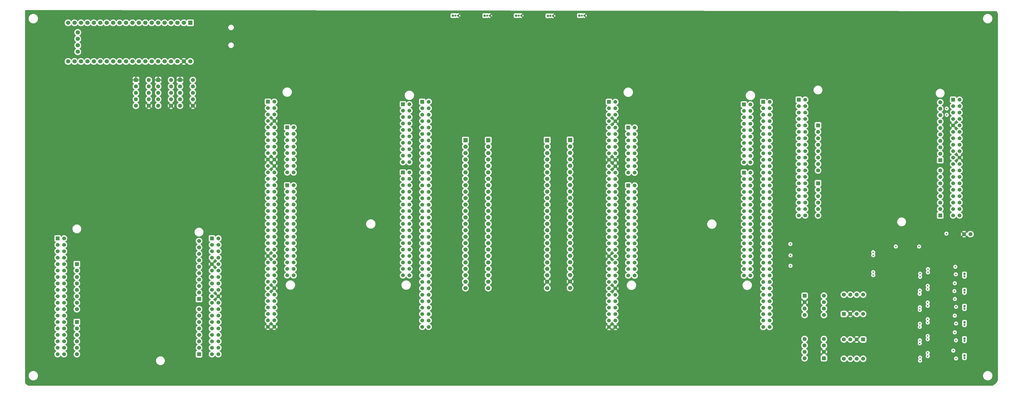
<source format=gbr>
%TF.GenerationSoftware,KiCad,Pcbnew,9.0.2+dfsg-1*%
%TF.CreationDate,2025-06-27T18:37:09-07:00*%
%TF.ProjectId,signalmesh,7369676e-616c-46d6-9573-682e6b696361,rev?*%
%TF.SameCoordinates,Original*%
%TF.FileFunction,Copper,L4,Bot*%
%TF.FilePolarity,Positive*%
%FSLAX46Y46*%
G04 Gerber Fmt 4.6, Leading zero omitted, Abs format (unit mm)*
G04 Created by KiCad (PCBNEW 9.0.2+dfsg-1) date 2025-06-27 18:37:09*
%MOMM*%
%LPD*%
G01*
G04 APERTURE LIST*
G04 Aperture macros list*
%AMRoundRect*
0 Rectangle with rounded corners*
0 $1 Rounding radius*
0 $2 $3 $4 $5 $6 $7 $8 $9 X,Y pos of 4 corners*
0 Add a 4 corners polygon primitive as box body*
4,1,4,$2,$3,$4,$5,$6,$7,$8,$9,$2,$3,0*
0 Add four circle primitives for the rounded corners*
1,1,$1+$1,$2,$3*
1,1,$1+$1,$4,$5*
1,1,$1+$1,$6,$7*
1,1,$1+$1,$8,$9*
0 Add four rect primitives between the rounded corners*
20,1,$1+$1,$2,$3,$4,$5,0*
20,1,$1+$1,$4,$5,$6,$7,0*
20,1,$1+$1,$6,$7,$8,$9,0*
20,1,$1+$1,$8,$9,$2,$3,0*%
G04 Aperture macros list end*
%TA.AperFunction,ComponentPad*%
%ADD10C,0.850000*%
%TD*%
%TA.AperFunction,ComponentPad*%
%ADD11R,0.850000X0.850000*%
%TD*%
%TA.AperFunction,ComponentPad*%
%ADD12C,1.600000*%
%TD*%
%TA.AperFunction,ComponentPad*%
%ADD13RoundRect,0.250000X0.550000X-0.550000X0.550000X0.550000X-0.550000X0.550000X-0.550000X-0.550000X0*%
%TD*%
%TA.AperFunction,ComponentPad*%
%ADD14C,1.508000*%
%TD*%
%TA.AperFunction,ComponentPad*%
%ADD15R,1.508000X1.508000*%
%TD*%
%TA.AperFunction,ComponentPad*%
%ADD16RoundRect,0.250000X-0.550000X0.550000X-0.550000X-0.550000X0.550000X-0.550000X0.550000X0.550000X0*%
%TD*%
%TA.AperFunction,ComponentPad*%
%ADD17C,1.530000*%
%TD*%
%TA.AperFunction,ComponentPad*%
%ADD18R,1.530000X1.530000*%
%TD*%
%TA.AperFunction,ComponentPad*%
%ADD19C,1.605000*%
%TD*%
%TA.AperFunction,ComponentPad*%
%ADD20R,1.605000X1.605000*%
%TD*%
%TA.AperFunction,ComponentPad*%
%ADD21C,1.700000*%
%TD*%
%TA.AperFunction,ComponentPad*%
%ADD22R,1.700000X1.700000*%
%TD*%
%TA.AperFunction,ComponentPad*%
%ADD23RoundRect,0.250000X-0.550000X-0.550000X0.550000X-0.550000X0.550000X0.550000X-0.550000X0.550000X0*%
%TD*%
%TA.AperFunction,ComponentPad*%
%ADD24R,1.600000X1.600000*%
%TD*%
%TA.AperFunction,ComponentPad*%
%ADD25RoundRect,0.250000X0.550000X0.550000X-0.550000X0.550000X-0.550000X-0.550000X0.550000X-0.550000X0*%
%TD*%
%TA.AperFunction,ViaPad*%
%ADD26C,0.600000*%
%TD*%
G04 APERTURE END LIST*
D10*
%TO.P,J7,2,Pin_2*%
%TO.N,Net-(J7-Pin_1)*%
X556825000Y-169555000D03*
D11*
%TO.P,J7,1,Pin_1*%
X556825000Y-168555000D03*
%TD*%
D12*
%TO.P,U30,8,Rs*%
%TO.N,unconnected-(U30-Rs-Pad8)*%
X509180000Y-164000000D03*
%TO.P,U30,7,CAN+*%
%TO.N,/CAN+*%
X511720000Y-164000000D03*
%TO.P,U30,6,CAN-*%
%TO.N,/CAN-*%
X514260000Y-164000000D03*
%TO.P,U30,5,Vref*%
%TO.N,unconnected-(U30-Vref-Pad5)*%
X516800000Y-164000000D03*
%TO.P,U30,4,RXD*%
%TO.N,DSM_CAN_TD*%
X516800000Y-171620000D03*
%TO.P,U30,3,VDD*%
%TO.N,VDD_DSM*%
X514260000Y-171620000D03*
%TO.P,U30,2,VSS*%
%TO.N,GND*%
X511720000Y-171620000D03*
D13*
%TO.P,U30,1,TXD*%
%TO.N,DSM_CAN_RD*%
X509180000Y-171620000D03*
%TD*%
D10*
%TO.P,J5,2,Pin_2*%
%TO.N,Net-(J5-Pin_1)*%
X556825000Y-156805000D03*
D11*
%TO.P,J5,1,Pin_1*%
X556825000Y-155805000D03*
%TD*%
D14*
%TO.P,U17,CN12_72,GND_CN12*%
%TO.N,Net-(U17B-GND_CN12-PadCN12_20)*%
X479880000Y-176800000D03*
%TO.P,U17,CN12_71,GND_CN12*%
X477340000Y-176800000D03*
%TO.P,U17,CN12_70,PG6*%
%TO.N,unconnected-(U17B-PG6-PadCN12_70)*%
X479880000Y-174260000D03*
%TO.P,U17,CN12_69,PG4*%
%TO.N,unconnected-(U17B-PG4-PadCN12_69)*%
X477340000Y-174260000D03*
%TO.P,U17,CN12_68,PG5*%
%TO.N,unconnected-(U17B-PG5-PadCN12_68)*%
X479880000Y-171720000D03*
%TO.P,U17,CN12_67,PG7*%
%TO.N,unconnected-(U17B-PG7-PadCN12_67)*%
X477340000Y-171720000D03*
%TO.P,U17,CN12_66,PG8*%
%TO.N,unconnected-(U17B-PG8-PadCN12_66)*%
X479880000Y-169180000D03*
%TO.P,U17,CN12_65,PD10*%
%TO.N,unconnected-(U17B-PD10-PadCN12_65)*%
X477340000Y-169180000D03*
%TO.P,U17,CN12_64,PE0*%
%TO.N,unconnected-(U17B-PE0-PadCN12_64)*%
X479880000Y-166640000D03*
%TO.P,U17,CN12_63,GND_CN12*%
%TO.N,Net-(U17B-GND_CN12-PadCN12_20)*%
X477340000Y-166640000D03*
%TO.P,U17,CN12_62,PF11*%
%TO.N,unconnected-(U17B-PF11-PadCN12_62)*%
X479880000Y-164100000D03*
%TO.P,U17,CN12_61,PG14*%
%TO.N,unconnected-(U17B-PG14-PadCN12_61)*%
X477340000Y-164100000D03*
%TO.P,U17,CN12_60,PF15*%
%TO.N,unconnected-(U17B-PF15-PadCN12_60)*%
X479880000Y-161560000D03*
%TO.P,U17,CN12_59,PF12*%
%TO.N,unconnected-(U17B-PF12-PadCN12_59)*%
X477340000Y-161560000D03*
%TO.P,U17,CN12_58,PF3*%
%TO.N,unconnected-(U17B-PF3-PadCN12_58)*%
X479880000Y-159020000D03*
%TO.P,U17,CN12_57,PF13*%
%TO.N,unconnected-(U17B-PF13-PadCN12_57)*%
X477340000Y-159020000D03*
%TO.P,U17,CN12_56,PE11*%
%TO.N,unconnected-(U17B-PE11-PadCN12_56)*%
X479880000Y-156480000D03*
%TO.P,U17,CN12_55,PE13*%
%TO.N,unconnected-(U17B-PE13-PadCN12_55)*%
X477340000Y-156480000D03*
%TO.P,U17,CN12_54,GND_CN12*%
%TO.N,Net-(U17B-GND_CN12-PadCN12_20)*%
X479880000Y-153940000D03*
%TO.P,U17,CN12_53,PE15*%
%TO.N,unconnected-(U17B-PE15-PadCN12_53)*%
X477340000Y-153940000D03*
%TO.P,U17,CN12_52,PE9*%
%TO.N,unconnected-(U17B-PE9-PadCN12_52)*%
X479880000Y-151400000D03*
%TO.P,U17,CN12_51,PE14*%
%TO.N,unconnected-(U17B-PE14-PadCN12_51)*%
X477340000Y-151400000D03*
%TO.P,U17,CN12_50,PF14*%
%TO.N,unconnected-(U17B-PF14-PadCN12_50)*%
X479880000Y-148860000D03*
%TO.P,U17,CN12_49,PE12*%
%TO.N,unconnected-(U17B-PE12-PadCN12_49)*%
X477340000Y-148860000D03*
%TO.P,U17,CN12_48,PD15*%
%TO.N,unconnected-(U17B-PD15-PadCN12_48)*%
X479880000Y-146320000D03*
%TO.P,U17,CN12_47,PE10*%
%TO.N,unconnected-(U17B-PE10-PadCN12_47)*%
X477340000Y-146320000D03*
%TO.P,U17,CN12_46,PD14*%
%TO.N,unconnected-(U17B-PD14-PadCN12_46)*%
X479880000Y-143780000D03*
%TO.P,U17,CN12_45,PD11*%
%TO.N,unconnected-(U17B-PD11-PadCN12_45)*%
X477340000Y-143780000D03*
%TO.P,U17,CN12_44,PE7*%
%TO.N,unconnected-(U17B-PE7-PadCN12_44)*%
X479880000Y-141240000D03*
%TO.P,U17,CN12_43,PD12*%
%TO.N,unconnected-(U17B-PD12-PadCN12_43)*%
X477340000Y-141240000D03*
%TO.P,U17,CN12_42,PF10*%
%TO.N,unconnected-(U17B-PF10-PadCN12_42)*%
X479880000Y-138700000D03*
%TO.P,U17,CN12_41,PD13*%
%TO.N,unconnected-(U17B-PD13-PadCN12_41)*%
X477340000Y-138700000D03*
%TO.P,U17,CN12_40,PE8*%
%TO.N,unconnected-(U17B-PE8-PadCN12_40)*%
X479880000Y-136160000D03*
%TO.P,U17,CN12_39,GND_CN12*%
%TO.N,Net-(U17B-GND_CN12-PadCN12_20)*%
X477340000Y-136160000D03*
%TO.P,U17,CN12_38,PF4*%
%TO.N,unconnected-(U17B-PF4-PadCN12_38)*%
X479880000Y-133620000D03*
%TO.P,U17,CN12_37,PA3*%
%TO.N,unconnected-(U17B-PA3-PadCN12_37)*%
X477340000Y-133620000D03*
%TO.P,U17,CN12_36,PF5*%
%TO.N,unconnected-(U17B-PF5-PadCN12_36)*%
X479880000Y-131080000D03*
%TO.P,U17,CN12_35,PA2*%
%TO.N,unconnected-(U17B-PA2-PadCN12_35)*%
X477340000Y-131080000D03*
%TO.P,U17,CN12_34,PC4*%
%TO.N,unconnected-(U17B-PC4-PadCN12_34)*%
X479880000Y-128540000D03*
%TO.P,U17,CN12_33,PA10*%
%TO.N,unconnected-(U17B-PA10-PadCN12_33)*%
X477340000Y-128540000D03*
%TO.P,U17,CN12_32,AGND_CN12*%
%TO.N,unconnected-(U17B-AGND_CN12-PadCN12_32)*%
X479880000Y-126000000D03*
%TO.P,U17,CN12_31,PB3*%
%TO.N,unconnected-(U17B-PB3-PadCN12_31)*%
X477340000Y-126000000D03*
%TO.P,U17,CN12_30,PB13*%
%TO.N,unconnected-(U17B-PB13-PadCN12_30)*%
X479880000Y-123460000D03*
%TO.P,U17,CN12_29,PB5*%
%TO.N,unconnected-(U17B-PB5-PadCN12_29)*%
X477340000Y-123460000D03*
%TO.P,U17,CN12_28,PB14*%
%TO.N,unconnected-(U17B-PB14-PadCN12_28)*%
X479880000Y-120920000D03*
%TO.P,U17,CN12_27,PB4*%
%TO.N,unconnected-(U17B-PB4-PadCN12_27)*%
X477340000Y-120920000D03*
%TO.P,U17,CN12_26,PB15*%
%TO.N,unconnected-(U17B-PB15-PadCN12_26)*%
X479880000Y-118380000D03*
%TO.P,U17,CN12_25,PB10*%
%TO.N,unconnected-(U17B-PB10-PadCN12_25)*%
X477340000Y-118380000D03*
%TO.P,U17,CN12_24,PB1*%
%TO.N,unconnected-(U17B-PB1-PadCN12_24)*%
X479880000Y-115840000D03*
%TO.P,U17,CN12_23,PA8*%
%TO.N,unconnected-(U17B-PA8-PadCN12_23)*%
X477340000Y-115840000D03*
%TO.P,U17,CN12_22,PB2*%
%TO.N,unconnected-(U17B-PB2-PadCN12_22)*%
X479880000Y-113300000D03*
%TO.P,U17,CN12_21,PA9*%
%TO.N,unconnected-(U17B-PA9-PadCN12_21)*%
X477340000Y-113300000D03*
%TO.P,U17,CN12_20,GND_CN12*%
%TO.N,Net-(U17B-GND_CN12-PadCN12_20)*%
X479880000Y-110760000D03*
%TO.P,U17,CN12_19,PC7*%
%TO.N,unconnected-(U17B-PC7-PadCN12_19)*%
X477340000Y-110760000D03*
%TO.P,U17,CN12_18,PB11*%
%TO.N,unconnected-(U17B-PB11-PadCN12_18)*%
X479880000Y-108220000D03*
%TO.P,U17,CN12_17,PB6*%
%TO.N,unconnected-(U17B-PB6-PadCN12_17)*%
X477340000Y-108220000D03*
%TO.P,U17,CN12_16,PB12*%
%TO.N,unconnected-(U17B-PB12-PadCN12_16)*%
X479880000Y-105680000D03*
%TO.P,U17,CN12_15,PA7*%
%TO.N,unconnected-(U17B-PA7-PadCN12_15)*%
X477340000Y-105680000D03*
%TO.P,U17,CN12_14,PA11*%
%TO.N,unconnected-(U17B-PA11-PadCN12_14)*%
X479880000Y-103140000D03*
%TO.P,U17,CN12_13,PA6*%
%TO.N,unconnected-(U17B-PA6-PadCN12_13)*%
X477340000Y-103140000D03*
%TO.P,U17,CN12_12,PA12*%
%TO.N,unconnected-(U17B-PA12-PadCN12_12)*%
X479880000Y-100600000D03*
%TO.P,U17,CN12_11,PA5*%
%TO.N,AAM_DAC_L*%
X477340000Y-100600000D03*
%TO.P,U17,CN12_10,PD8*%
%TO.N,unconnected-(U17B-PD8-PadCN12_10)*%
X479880000Y-98060000D03*
%TO.P,U17,CN12_9,GND_CN12*%
%TO.N,Net-(U17B-GND_CN12-PadCN12_20)*%
X477340000Y-98060000D03*
%TO.P,U17,CN12_8,5V_USB_STLK*%
%TO.N,unconnected-(U17B-5V_USB_STLK-PadCN12_8)*%
X479880000Y-95520000D03*
%TO.P,U17,CN12_7,VREFP*%
%TO.N,unconnected-(U17B-VREFP-PadCN12_7)*%
X477340000Y-95520000D03*
%TO.P,U17,CN12_6,PC5*%
%TO.N,unconnected-(U17B-PC5-PadCN12_6)*%
X479880000Y-92980000D03*
%TO.P,U17,CN12_5,PB9*%
%TO.N,DSM_CAN_TD*%
X477340000Y-92980000D03*
%TO.P,U17,CN12_4,PC6*%
%TO.N,unconnected-(U17B-PC6-PadCN12_4)*%
X479880000Y-90440000D03*
%TO.P,U17,CN12_3,PB8*%
%TO.N,DSM_CAN_RD*%
X477340000Y-90440000D03*
%TO.P,U17,CN12_2,PC8*%
%TO.N,unconnected-(U17B-PC8-PadCN12_2)*%
X479880000Y-87900000D03*
D15*
%TO.P,U17,CN12_1,PC9*%
%TO.N,unconnected-(U17B-PC9-PadCN12_1)*%
X477340000Y-87900000D03*
D14*
%TO.P,U17,CN11_72,GND_CN11*%
%TO.N,GND*%
X418920000Y-176780000D03*
%TO.P,U17,CN11_71,GND_CN11*%
X416380000Y-176780000D03*
%TO.P,U17,CN11_70,PG11*%
%TO.N,unconnected-(U17A-PG11-PadCN11_70)*%
X418920000Y-174240000D03*
%TO.P,U17,CN11_69,PD9*%
%TO.N,unconnected-(U17A-PD9-PadCN11_69)*%
X416380000Y-174240000D03*
%TO.P,U17,CN11_68,PG13*%
%TO.N,unconnected-(U17A-PG13-PadCN11_68)*%
X418920000Y-171700000D03*
%TO.P,U17,CN11_67,NC*%
%TO.N,unconnected-(U17A-NC-PadCN11_67)*%
X416380000Y-171700000D03*
%TO.P,U17,CN11_66,PG10*%
%TO.N,unconnected-(U17A-PG10-PadCN11_66)*%
X418920000Y-169160000D03*
%TO.P,U17,CN11_65,PG12*%
%TO.N,unconnected-(U17A-PG12-PadCN11_65)*%
X416380000Y-169160000D03*
%TO.P,U17,CN11_64,PG15*%
%TO.N,unconnected-(U17A-PG15-PadCN11_64)*%
X418920000Y-166620000D03*
%TO.P,U17,CN11_63,PG9*%
%TO.N,unconnected-(U17A-PG9-PadCN11_63)*%
X416380000Y-166620000D03*
%TO.P,U17,CN11_62,PE6*%
%TO.N,AAM_INTRPT_RX*%
X418920000Y-164080000D03*
%TO.P,U17,CN11_61,PE1*%
%TO.N,unconnected-(U17A-PE1-PadCN11_61)*%
X416380000Y-164080000D03*
%TO.P,U17,CN11_60,GND_CN11*%
%TO.N,GND*%
X418920000Y-161540000D03*
%TO.P,U17,CN11_59,PG0*%
%TO.N,unconnected-(U17A-PG0-PadCN11_59)*%
X416380000Y-161540000D03*
%TO.P,U17,CN11_58,PG1*%
%TO.N,unconnected-(U17A-PG1-PadCN11_58)*%
X418920000Y-159000000D03*
%TO.P,U17,CN11_57,PD0*%
%TO.N,unconnected-(U17A-PD0-PadCN11_57)*%
X416380000Y-159000000D03*
%TO.P,U17,CN11_56,PF9*%
%TO.N,unconnected-(U17A-PF9-PadCN11_56)*%
X418920000Y-156460000D03*
%TO.P,U17,CN11_55,PD1*%
%TO.N,unconnected-(U17A-PD1-PadCN11_55)*%
X416380000Y-156460000D03*
%TO.P,U17,CN11_54,PF8*%
%TO.N,unconnected-(U17A-PF8-PadCN11_54)*%
X418920000Y-153920000D03*
%TO.P,U17,CN11_53,PF0*%
%TO.N,unconnected-(U17A-PF0-PadCN11_53)*%
X416380000Y-153920000D03*
%TO.P,U17,CN11_52,PF2*%
%TO.N,unconnected-(U17A-PF2-PadCN11_52)*%
X418920000Y-151380000D03*
%TO.P,U17,CN11_51,PF1*%
%TO.N,unconnected-(U17A-PF1-PadCN11_51)*%
X416380000Y-151380000D03*
%TO.P,U17,CN11_50,PE5*%
%TO.N,unconnected-(U17A-PE5-PadCN11_50)*%
X418920000Y-148840000D03*
%TO.P,U17,CN11_49,GND_CN11*%
%TO.N,GND*%
X416380000Y-148840000D03*
%TO.P,U17,CN11_48,PE4*%
%TO.N,unconnected-(U17A-PE4-PadCN11_48)*%
X418920000Y-146300000D03*
%TO.P,U17,CN11_47,PE3*%
%TO.N,AAM_INTRPT_TX*%
X416380000Y-146300000D03*
%TO.P,U17,CN11_46,PE2*%
%TO.N,unconnected-(U17A-PE2-PadCN11_46)*%
X418920000Y-143760000D03*
%TO.P,U17,CN11_45,PD7*%
%TO.N,unconnected-(U17A-PD7-PadCN11_45)*%
X416380000Y-143760000D03*
%TO.P,U17,CN11_44,PG3*%
%TO.N,unconnected-(U17A-PG3-PadCN11_44)*%
X418920000Y-141220000D03*
%TO.P,U17,CN11_43,PD6*%
%TO.N,unconnected-(U17A-PD6-PadCN11_43)*%
X416380000Y-141220000D03*
%TO.P,U17,CN11_42,PG2*%
%TO.N,unconnected-(U17A-PG2-PadCN11_42)*%
X418920000Y-138680000D03*
%TO.P,U17,CN11_41,PD5*%
%TO.N,unconnected-(U17A-PD5-PadCN11_41)*%
X416380000Y-138680000D03*
%TO.P,U17,CN11_40,PD3*%
%TO.N,unconnected-(U17A-PD3-PadCN11_40)*%
X418920000Y-136140000D03*
%TO.P,U17,CN11_39,PD4*%
%TO.N,unconnected-(U17A-PD4-PadCN11_39)*%
X416380000Y-136140000D03*
%TO.P,U17,CN11_38,PC0*%
%TO.N,unconnected-(U17A-PC0-PadCN11_38)*%
X418920000Y-133600000D03*
%TO.P,U17,CN11_37,PC3*%
%TO.N,unconnected-(U17A-PC3-PadCN11_37)*%
X416380000Y-133600000D03*
%TO.P,U17,CN11_36,PC1*%
%TO.N,unconnected-(U17A-PC1-PadCN11_36)*%
X418920000Y-131060000D03*
%TO.P,U17,CN11_35,PC2*%
%TO.N,unconnected-(U17A-PC2-PadCN11_35)*%
X416380000Y-131060000D03*
%TO.P,U17,CN11_34,PB0*%
%TO.N,unconnected-(U17A-PB0-PadCN11_34)*%
X418920000Y-128520000D03*
%TO.P,U17,CN11_33,VBAT*%
%TO.N,unconnected-(U17A-VBAT-PadCN11_33)*%
X416380000Y-128520000D03*
%TO.P,U17,CN11_32,PA4*%
%TO.N,AAM_DAC_R*%
X418920000Y-125980000D03*
%TO.P,U17,CN11_31,PH1*%
%TO.N,unconnected-(U17A-PH1-PadCN11_31)*%
X416380000Y-125980000D03*
%TO.P,U17,CN11_30,PA1*%
%TO.N,unconnected-(U17A-PA1-PadCN11_30)*%
X418920000Y-123440000D03*
%TO.P,U17,CN11_29,PH0*%
%TO.N,unconnected-(U17A-PH0-PadCN11_29)*%
X416380000Y-123440000D03*
%TO.P,U17,CN11_28,PA0*%
%TO.N,unconnected-(U17A-PA0-PadCN11_28)*%
X418920000Y-120900000D03*
%TO.P,U17,CN11_27,PC15*%
%TO.N,unconnected-(U17A-PC15-PadCN11_27)*%
X416380000Y-120900000D03*
%TO.P,U17,CN11_26,NC*%
%TO.N,unconnected-(U17A-NC-PadCN11_26)*%
X418920000Y-118360000D03*
%TO.P,U17,CN11_25,PC14*%
%TO.N,unconnected-(U17A-PC14-PadCN11_25)*%
X416380000Y-118360000D03*
%TO.P,U17,CN11_24,VIN*%
%TO.N,unconnected-(U17A-VIN-PadCN11_24)*%
X418920000Y-115820000D03*
%TO.P,U17,CN11_23,PC13*%
%TO.N,unconnected-(U17A-PC13-PadCN11_23)*%
X416380000Y-115820000D03*
%TO.P,U17,CN11_22,GND_CN11*%
%TO.N,GND*%
X418920000Y-113280000D03*
%TO.P,U17,CN11_21,PB7*%
%TO.N,unconnected-(U17A-PB7-PadCN11_21)*%
X416380000Y-113280000D03*
%TO.P,U17,CN11_20,GND_CN11*%
%TO.N,GND*%
X418920000Y-110740000D03*
%TO.P,U17,CN11_19,GND_CN11*%
X416380000Y-110740000D03*
%TO.P,U17,CN11_18,5V*%
%TO.N,5V_AAM*%
X418920000Y-108200000D03*
%TO.P,U17,CN11_17,PA15*%
%TO.N,unconnected-(U17A-PA15-PadCN11_17)*%
X416380000Y-108200000D03*
%TO.P,U17,CN11_16,3V3*%
%TO.N,unconnected-(U17A-3V3-PadCN11_16)*%
X418920000Y-105660000D03*
%TO.P,U17,CN11_15,PA14*%
%TO.N,unconnected-(U17A-PA14-PadCN11_15)*%
X416380000Y-105660000D03*
%TO.P,U17,CN11_14,NRST*%
%TO.N,unconnected-(U17A-NRST-PadCN11_14)*%
X418920000Y-103120000D03*
%TO.P,U17,CN11_13,PA13*%
%TO.N,unconnected-(U17A-PA13-PadCN11_13)*%
X416380000Y-103120000D03*
%TO.P,U17,CN11_12,IOREF*%
%TO.N,unconnected-(U17A-IOREF-PadCN11_12)*%
X418920000Y-100580000D03*
%TO.P,U17,CN11_11,PF7*%
%TO.N,unconnected-(U17A-PF7-PadCN11_11)*%
X416380000Y-100580000D03*
%TO.P,U17,CN11_10,NC*%
%TO.N,unconnected-(U17A-NC-PadCN11_10)*%
X418920000Y-98040000D03*
%TO.P,U17,CN11_9,PF6*%
%TO.N,unconnected-(U17A-PF6-PadCN11_9)*%
X416380000Y-98040000D03*
%TO.P,U17,CN11_8,GND_CN11*%
%TO.N,GND*%
X418920000Y-95500000D03*
%TO.P,U17,CN11_7,BOOT0*%
%TO.N,unconnected-(U17A-BOOT0-PadCN11_7)*%
X416380000Y-95500000D03*
%TO.P,U17,CN11_6,5V_EXT*%
%TO.N,unconnected-(U17A-5V_EXT-PadCN11_6)*%
X418920000Y-92960000D03*
%TO.P,U17,CN11_5,3V3_VDD*%
%TO.N,unconnected-(U17A-3V3_VDD-PadCN11_5)*%
X416380000Y-92960000D03*
%TO.P,U17,CN11_4,PD2*%
%TO.N,DSM_DBG_RX*%
X418920000Y-90420000D03*
%TO.P,U17,CN11_3,PC12*%
%TO.N,DSM_DBG_TX*%
X416380000Y-90420000D03*
%TO.P,U17,CN11_2,PC11*%
%TO.N,unconnected-(U17A-PC11-PadCN11_2)*%
X418920000Y-87880000D03*
D15*
%TO.P,U17,CN11_1,PC10*%
%TO.N,unconnected-(U17A-PC10-PadCN11_1)*%
X416380000Y-87880000D03*
D14*
%TO.P,U17,CN10_34,D35/TIMER_C_PWM3*%
%TO.N,unconnected-(U17F-D35{slash}TIMER_C_PWM3-PadCN10_34)*%
X472260000Y-156460000D03*
%TO.P,U17,CN10_33,D34/TIMER_B_ETR*%
%TO.N,unconnected-(U17F-D34{slash}TIMER_B_ETR-PadCN10_33)*%
X469720000Y-156460000D03*
%TO.P,U17,CN10_32,D36/TIMER_C_PWM2*%
%TO.N,unconnected-(U17F-D36{slash}TIMER_C_PWM2-PadCN10_32)*%
X472260000Y-153920000D03*
%TO.P,U17,CN10_31,D33/TIMER_D_PWM1*%
%TO.N,unconnected-(U17F-D33{slash}TIMER_D_PWM1-PadCN10_31)*%
X469720000Y-153920000D03*
%TO.P,U17,CN10_30,D37/TIMER_A_BKIN1*%
%TO.N,unconnected-(U17F-D37{slash}TIMER_A_BKIN1-PadCN10_30)*%
X472260000Y-151380000D03*
%TO.P,U17,CN10_29,D32/TIMER_C_PWM1*%
%TO.N,unconnected-(U17F-D32{slash}TIMER_C_PWM1-PadCN10_29)*%
X469720000Y-151380000D03*
%TO.P,U17,CN10_28,D38/TIMER_A_BKIN2*%
%TO.N,unconnected-(U17F-D38{slash}TIMER_A_BKIN2-PadCN10_28)*%
X472260000Y-148840000D03*
%TO.P,U17,CN10_27,GND_CN10*%
%TO.N,Net-(U17F-GND_CN10-PadCN10_17)*%
X469720000Y-148840000D03*
%TO.P,U17,CN10_26,D39/TIMER_A_PWM3N*%
%TO.N,unconnected-(U17F-D39{slash}TIMER_A_PWM3N-PadCN10_26)*%
X472260000Y-146300000D03*
%TO.P,U17,CN10_25,D31/QSPI_BK1_IO2*%
%TO.N,unconnected-(U17F-D31{slash}QSPI_BK1_IO2-PadCN10_25)*%
X469720000Y-146300000D03*
%TO.P,U17,CN10_24,D40/TIMER_A_PWM2N*%
%TO.N,unconnected-(U17F-D40{slash}TIMER_A_PWM2N-PadCN10_24)*%
X472260000Y-143760000D03*
%TO.P,U17,CN10_23,D30/QSPI_BK1_IO0*%
%TO.N,unconnected-(U17F-D30{slash}QSPI_BK1_IO0-PadCN10_23)*%
X469720000Y-143760000D03*
%TO.P,U17,CN10_22,GND_CN10*%
%TO.N,Net-(U17F-GND_CN10-PadCN10_17)*%
X472260000Y-141220000D03*
%TO.P,U17,CN10_21,D29/QSPI_BK1_IO1*%
%TO.N,unconnected-(U17F-D29{slash}QSPI_BK1_IO1-PadCN10_21)*%
X469720000Y-141220000D03*
%TO.P,U17,CN10_20,D41/TIMER_A_ETR*%
%TO.N,unconnected-(U17F-D41{slash}TIMER_A_ETR-PadCN10_20)*%
X472260000Y-138680000D03*
%TO.P,U17,CN10_19,D28/QSPI_BK1_IO3*%
%TO.N,unconnected-(U17F-D28{slash}QSPI_BK1_IO3-PadCN10_19)*%
X469720000Y-138680000D03*
%TO.P,U17,CN10_18,D42/TIMER_A_PWM1N*%
%TO.N,unconnected-(U17F-D42{slash}TIMER_A_PWM1N-PadCN10_18)*%
X472260000Y-136140000D03*
%TO.P,U17,CN10_17,GND_CN10*%
%TO.N,Net-(U17F-GND_CN10-PadCN10_17)*%
X469720000Y-136140000D03*
%TO.P,U17,CN10_16,D0/USART_A_RX*%
%TO.N,unconnected-(U17F-D0{slash}USART_A_RX-PadCN10_16)*%
X472260000Y-133600000D03*
%TO.P,U17,CN10_15,D27/QSPI_CLK*%
%TO.N,unconnected-(U17F-D27{slash}QSPI_CLK-PadCN10_15)*%
X469720000Y-133600000D03*
%TO.P,U17,CN10_14,D1/USART_A_TX*%
%TO.N,unconnected-(U17F-D1{slash}USART_A_TX-PadCN10_14)*%
X472260000Y-131060000D03*
%TO.P,U17,CN10_13,D26/QSPI_CS*%
%TO.N,unconnected-(U17F-D26{slash}QSPI_CS-PadCN10_13)*%
X469720000Y-131060000D03*
%TO.P,U17,CN10_12,D2/IO*%
%TO.N,unconnected-(U17F-D2{slash}IO-PadCN10_12)*%
X472260000Y-128520000D03*
%TO.P,U17,CN10_11,A8/ADC_C_IN*%
%TO.N,unconnected-(U17F-A8{slash}ADC_C_IN-PadCN10_11)*%
X469720000Y-128520000D03*
%TO.P,U17,CN10_10,D3/TIMER_A_PWM3*%
%TO.N,unconnected-(U17F-D3{slash}TIMER_A_PWM3-PadCN10_10)*%
X472260000Y-125980000D03*
%TO.P,U17,CN10_9,A7/ADC_B_IN*%
%TO.N,unconnected-(U17F-A7{slash}ADC_B_IN-PadCN10_9)*%
X469720000Y-125980000D03*
%TO.P,U17,CN10_8,D4/IO*%
%TO.N,unconnected-(U17F-D4{slash}IO-PadCN10_8)*%
X472260000Y-123440000D03*
%TO.P,U17,CN10_7,A6/ADC_A_IN*%
%TO.N,unconnected-(U17F-A6{slash}ADC_A_IN-PadCN10_7)*%
X469720000Y-123440000D03*
%TO.P,U17,CN10_6,D5/TIMER_A_PWM2*%
%TO.N,unconnected-(U17F-D5{slash}TIMER_A_PWM2-PadCN10_6)*%
X472260000Y-120900000D03*
%TO.P,U17,CN10_5,GND_CN10*%
%TO.N,Net-(U17F-GND_CN10-PadCN10_17)*%
X469720000Y-120900000D03*
%TO.P,U17,CN10_4,D6/TIMER_A_PWM1*%
%TO.N,unconnected-(U17F-D6{slash}TIMER_A_PWM1-PadCN10_4)*%
X472260000Y-118360000D03*
%TO.P,U17,CN10_3,AGND_CN10*%
%TO.N,unconnected-(U17F-AGND_CN10-PadCN10_3)*%
X469720000Y-118360000D03*
%TO.P,U17,CN10_2,D7/IO*%
%TO.N,unconnected-(U17F-D7{slash}IO-PadCN10_2)*%
X472260000Y-115820000D03*
D15*
%TO.P,U17,CN10_1,AVDD*%
%TO.N,unconnected-(U17F-AVDD-PadCN10_1)*%
X469720000Y-115820000D03*
D14*
%TO.P,U17,CN9_30,D64/IO*%
%TO.N,unconnected-(U17D-D64{slash}IO-PadCN9_30)*%
X426540000Y-156460000D03*
%TO.P,U17,CN9_29,D65/IO*%
%TO.N,unconnected-(U17D-D65{slash}IO-PadCN9_29)*%
X424000000Y-156460000D03*
%TO.P,U17,CN9_28,D63/SAI_B_FS*%
%TO.N,unconnected-(U17D-D63{slash}SAI_B_FS-PadCN9_28)*%
X426540000Y-153920000D03*
%TO.P,U17,CN9_27,D66/CAN_TX*%
%TO.N,unconnected-(U17D-D66{slash}CAN_TX-PadCN9_27)*%
X424000000Y-153920000D03*
%TO.P,U17,CN9_26,D62/SAI_B_MCLK*%
%TO.N,unconnected-(U17D-D62{slash}SAI_B_MCLK-PadCN9_26)*%
X426540000Y-151380000D03*
%TO.P,U17,CN9_25,D67/CAN_RX*%
%TO.N,unconnected-(U17D-D67{slash}CAN_RX-PadCN9_25)*%
X424000000Y-151380000D03*
%TO.P,U17,CN9_24,D61/SAI_B_SCK*%
%TO.N,unconnected-(U17D-D61{slash}SAI_B_SCK-PadCN9_24)*%
X426540000Y-148840000D03*
%TO.P,U17,CN9_23,GND_CN9*%
%TO.N,Net-(U17D-GND_CN9-PadCN9_12)*%
X424000000Y-148840000D03*
%TO.P,U17,CN9_22,D60/SAI_B_SD*%
%TO.N,unconnected-(U17D-D60{slash}SAI_B_SD-PadCN9_22)*%
X426540000Y-146300000D03*
%TO.P,U17,CN9_21,D68/I2C_B_SDA*%
%TO.N,unconnected-(U17D-D68{slash}I2C_B_SDA-PadCN9_21)*%
X424000000Y-146300000D03*
%TO.P,U17,CN9_20,D59/SAI_A_SD*%
%TO.N,unconnected-(U17D-D59{slash}SAI_A_SD-PadCN9_20)*%
X426540000Y-143760000D03*
%TO.P,U17,CN9_19,D69/I2C_B_SCL*%
%TO.N,unconnected-(U17D-D69{slash}I2C_B_SCL-PadCN9_19)*%
X424000000Y-143760000D03*
%TO.P,U17,CN9_18,D58/SAI_A_SCK*%
%TO.N,unconnected-(U17D-D58{slash}SAI_A_SCK-PadCN9_18)*%
X426540000Y-141220000D03*
%TO.P,U17,CN9_17,D70/I2C_B_SMBA*%
%TO.N,unconnected-(U17D-D70{slash}I2C_B_SMBA-PadCN9_17)*%
X424000000Y-141220000D03*
%TO.P,U17,CN9_16,D57/SAI_A_FS*%
%TO.N,unconnected-(U17D-D57{slash}SAI_A_FS-PadCN9_16)*%
X426540000Y-138680000D03*
%TO.P,U17,CN9_15,D71/COMP2_INP*%
%TO.N,unconnected-(U17D-D71{slash}COMP2_INP-PadCN9_15)*%
X424000000Y-138680000D03*
%TO.P,U17,CN9_14,D56/SAI_A_MCLK*%
%TO.N,unconnected-(U17D-D56{slash}SAI_A_MCLK-PadCN9_14)*%
X426540000Y-136140000D03*
%TO.P,U17,CN9_13,D72/COMP1_INP*%
%TO.N,unconnected-(U17D-D72{slash}COMP1_INP-PadCN9_13)*%
X424000000Y-136140000D03*
%TO.P,U17,CN9_12,GND_CN9*%
%TO.N,Net-(U17D-GND_CN9-PadCN9_12)*%
X426540000Y-133600000D03*
%TO.P,U17,CN9_11,A5/ADC3_INP6/I2C1_SCL*%
%TO.N,unconnected-(U17D-A5{slash}ADC3_INP6{slash}I2C1_SCL-PadCN9_11)*%
X424000000Y-133600000D03*
%TO.P,U17,CN9_10,D55/USART_B_CTS*%
%TO.N,unconnected-(U17D-D55{slash}USART_B_CTS-PadCN9_10)*%
X426540000Y-131060000D03*
%TO.P,U17,CN9_9,A4/ADC123_INP12/I2C1_SDA*%
%TO.N,unconnected-(U17D-A4{slash}ADC123_INP12{slash}I2C1_SDA-PadCN9_9)*%
X424000000Y-131060000D03*
%TO.P,U17,CN9_8,D54/USART_B_RTS*%
%TO.N,unconnected-(U17D-D54{slash}USART_B_RTS-PadCN9_8)*%
X426540000Y-128520000D03*
%TO.P,U17,CN9_7,A3/ADC12_INP5*%
%TO.N,unconnected-(U17D-A3{slash}ADC12_INP5-PadCN9_7)*%
X424000000Y-128520000D03*
%TO.P,U17,CN9_6,D53/USART_B_TX*%
%TO.N,unconnected-(U17D-D53{slash}USART_B_TX-PadCN9_6)*%
X426540000Y-125980000D03*
%TO.P,U17,CN9_5,A2/ADC12_INP13*%
%TO.N,unconnected-(U17D-A2{slash}ADC12_INP13-PadCN9_5)*%
X424000000Y-125980000D03*
%TO.P,U17,CN9_4,D52/USART_B_RX*%
%TO.N,unconnected-(U17D-D52{slash}USART_B_RX-PadCN9_4)*%
X426540000Y-123440000D03*
%TO.P,U17,CN9_3,A1/ADC123_INP10*%
%TO.N,unconnected-(U17D-A1{slash}ADC123_INP10-PadCN9_3)*%
X424000000Y-123440000D03*
%TO.P,U17,CN9_2,D51/USART_B_SCLK*%
%TO.N,unconnected-(U17D-D51{slash}USART_B_SCLK-PadCN9_2)*%
X426540000Y-120900000D03*
D15*
%TO.P,U17,CN9_1,A0/ADC12_INP15*%
%TO.N,unconnected-(U17D-A0{slash}ADC12_INP15-PadCN9_1)*%
X424000000Y-120900000D03*
D14*
%TO.P,U17,CN8_16,D50/IO*%
%TO.N,unconnected-(U17C-D50{slash}IO-PadCN8_16)*%
X426540000Y-115820000D03*
%TO.P,U17,CN8_15,VIN_CN8*%
%TO.N,unconnected-(U17C-VIN_CN8-PadCN8_15)*%
X424000000Y-115820000D03*
%TO.P,U17,CN8_14,D49/IO*%
%TO.N,unconnected-(U17C-D49{slash}IO-PadCN8_14)*%
X426540000Y-113280000D03*
%TO.P,U17,CN8_13,GND_CN8*%
%TO.N,Net-(U17C-GND_CN8-PadCN8_11)*%
X424000000Y-113280000D03*
%TO.P,U17,CN8_12,D48/SDMMC_CMD*%
%TO.N,unconnected-(U17C-D48{slash}SDMMC_CMD-PadCN8_12)*%
X426540000Y-110740000D03*
%TO.P,U17,CN8_11,GND_CN8*%
%TO.N,Net-(U17C-GND_CN8-PadCN8_11)*%
X424000000Y-110740000D03*
%TO.P,U17,CN8_10,D47/SDMMC_CK*%
%TO.N,unconnected-(U17C-D47{slash}SDMMC_CK-PadCN8_10)*%
X426540000Y-108200000D03*
%TO.P,U17,CN8_9,5V_CN8*%
%TO.N,unconnected-(U17C-5V_CN8-PadCN8_9)*%
X424000000Y-108200000D03*
%TO.P,U17,CN8_8,D46/SDMMC_D3*%
%TO.N,unconnected-(U17C-D46{slash}SDMMC_D3-PadCN8_8)*%
X426540000Y-105660000D03*
%TO.P,U17,CN8_7,3V3_CN8*%
%TO.N,unconnected-(U17C-3V3_CN8-PadCN8_7)*%
X424000000Y-105660000D03*
%TO.P,U17,CN8_6,D45/SDMMC_D2*%
%TO.N,unconnected-(U17C-D45{slash}SDMMC_D2-PadCN8_6)*%
X426540000Y-103120000D03*
%TO.P,U17,CN8_5,NRST_CN8*%
%TO.N,unconnected-(U17C-NRST_CN8-PadCN8_5)*%
X424000000Y-103120000D03*
%TO.P,U17,CN8_4,D44/SDMMC_D1/I2S_A_CKIN*%
%TO.N,unconnected-(U17C-D44{slash}SDMMC_D1{slash}I2S_A_CKIN-PadCN8_4)*%
X426540000Y-100580000D03*
%TO.P,U17,CN8_3,IOREF_CN8*%
%TO.N,unconnected-(U17C-IOREF_CN8-PadCN8_3)*%
X424000000Y-100580000D03*
%TO.P,U17,CN8_2,D43/SDMMC_D0*%
%TO.N,unconnected-(U17C-D43{slash}SDMMC_D0-PadCN8_2)*%
X426540000Y-98040000D03*
D15*
%TO.P,U17,CN8_1,NC_CN8*%
%TO.N,unconnected-(U17C-NC_CN8-PadCN8_1)*%
X424000000Y-98040000D03*
D14*
%TO.P,U17,CN7_20,D8/IO*%
%TO.N,unconnected-(U17E-D8{slash}IO-PadCN7_20)*%
X472260000Y-111756000D03*
%TO.P,U17,CN7_19,D25/SPI_B_MISO*%
%TO.N,unconnected-(U17E-D25{slash}SPI_B_MISO-PadCN7_19)*%
X469720000Y-111756000D03*
%TO.P,U17,CN7_18,D9/TIMER_B_PWM2*%
%TO.N,unconnected-(U17E-D9{slash}TIMER_B_PWM2-PadCN7_18)*%
X472260000Y-109216000D03*
%TO.P,U17,CN7_17,D24/SPI_B_NSS*%
%TO.N,unconnected-(U17E-D24{slash}SPI_B_NSS-PadCN7_17)*%
X469720000Y-109216000D03*
%TO.P,U17,CN7_16,D10/SPI_A_CS/TIM_B_PWM3*%
%TO.N,unconnected-(U17E-D10{slash}SPI_A_CS{slash}TIM_B_PWM3-PadCN7_16)*%
X472260000Y-106676000D03*
%TO.P,U17,CN7_15,D23/I2S_B_CK/SPI_B_SCK*%
%TO.N,unconnected-(U17E-D23{slash}I2S_B_CK{slash}SPI_B_SCK-PadCN7_15)*%
X469720000Y-106676000D03*
%TO.P,U17,CN7_14,D11/SPI_A_MOSI/TIM_E_PWM1*%
%TO.N,unconnected-(U17E-D11{slash}SPI_A_MOSI{slash}TIM_E_PWM1-PadCN7_14)*%
X472260000Y-104136000D03*
%TO.P,U17,CN7_13,D22/I2S_B_SD/SPI_B_MOSI*%
%TO.N,unconnected-(U17E-D22{slash}I2S_B_SD{slash}SPI_B_MOSI-PadCN7_13)*%
X469720000Y-104136000D03*
%TO.P,U17,CN7_12,D12/SPI_A_MISO*%
%TO.N,unconnected-(U17E-D12{slash}SPI_A_MISO-PadCN7_12)*%
X472260000Y-101596000D03*
%TO.P,U17,CN7_11,D21/I2S_B_MCK*%
%TO.N,unconnected-(U17E-D21{slash}I2S_B_MCK-PadCN7_11)*%
X469720000Y-101596000D03*
%TO.P,U17,CN7_10,D13/SPI_A_SCK*%
%TO.N,unconnected-(U17E-D13{slash}SPI_A_SCK-PadCN7_10)*%
X472260000Y-99056000D03*
%TO.P,U17,CN7_9,D20/I2S_B_WS*%
%TO.N,unconnected-(U17E-D20{slash}I2S_B_WS-PadCN7_9)*%
X469720000Y-99056000D03*
%TO.P,U17,CN7_8,GND_CN7*%
%TO.N,unconnected-(U17E-GND_CN7-PadCN7_8)*%
X472260000Y-96516000D03*
%TO.P,U17,CN7_7,D19/I2S_A_WS*%
%TO.N,unconnected-(U17E-D19{slash}I2S_A_WS-PadCN7_7)*%
X469720000Y-96516000D03*
%TO.P,U17,CN7_6,VREFP_CN7*%
%TO.N,unconnected-(U17E-VREFP_CN7-PadCN7_6)*%
X472260000Y-93976000D03*
%TO.P,U17,CN7_5,D18/I2S_A_CK*%
%TO.N,unconnected-(U17E-D18{slash}I2S_A_CK-PadCN7_5)*%
X469720000Y-93976000D03*
%TO.P,U17,CN7_4,D14/I2C_A_SDA*%
%TO.N,unconnected-(U17E-D14{slash}I2C_A_SDA-PadCN7_4)*%
X472260000Y-91436000D03*
%TO.P,U17,CN7_3,D17/I2S_A_SD*%
%TO.N,unconnected-(U17E-D17{slash}I2S_A_SD-PadCN7_3)*%
X469720000Y-91436000D03*
%TO.P,U17,CN7_2,D15/I2C_A_SCL*%
%TO.N,unconnected-(U17E-D15{slash}I2C_A_SCL-PadCN7_2)*%
X472260000Y-88896000D03*
D15*
%TO.P,U17,CN7_1,D16/I2S_A_MCK*%
%TO.N,unconnected-(U17E-D16{slash}I2S_A_MCK-PadCN7_1)*%
X469720000Y-88896000D03*
%TD*%
D12*
%TO.P,U31,8,Rs*%
%TO.N,unconnected-(U31-Rs-Pad8)*%
X516800000Y-189320000D03*
%TO.P,U31,7,CAN+*%
%TO.N,/CAN+*%
X514260000Y-189320000D03*
%TO.P,U31,6,CAN-*%
%TO.N,/CAN-*%
X511720000Y-189320000D03*
%TO.P,U31,5,Vref*%
%TO.N,unconnected-(U31-Vref-Pad5)*%
X509180000Y-189320000D03*
%TO.P,U31,4,RXD*%
%TO.N,TDM_CAN_TD*%
X509180000Y-181700000D03*
%TO.P,U31,3,VDD*%
%TO.N,VDD_TDM*%
X511720000Y-181700000D03*
%TO.P,U31,2,VSS*%
%TO.N,GND*%
X514260000Y-181700000D03*
D16*
%TO.P,U31,1,TXD*%
%TO.N,TDM_CAN_RD*%
X516800000Y-181700000D03*
%TD*%
D10*
%TO.P,J13,3,Pin_3*%
%TO.N,GND*%
X356750000Y-53800000D03*
%TO.P,J13,2,Pin_2*%
%TO.N,UUM_DBG_RX*%
X355750000Y-53800000D03*
D11*
%TO.P,J13,1,Pin_1*%
%TO.N,UUM_DBG_TX*%
X354750000Y-53800000D03*
%TD*%
D17*
%TO.P,U3,CN10_38*%
%TO.N,N/C*%
X262080000Y-187530000D03*
%TO.P,U3,CN10_37,PA3*%
%TO.N,UUM_DBG_RX*%
X259540000Y-187530000D03*
%TO.P,U3,CN10_36*%
%TO.N,N/C*%
X262080000Y-184990000D03*
%TO.P,U3,CN10_35,PA2*%
%TO.N,UUM_DBG_TX*%
X259540000Y-184990000D03*
%TO.P,U3,CN10_34,PC4*%
%TO.N,unconnected-(U3B-PC4-PadCN10_34)*%
X262080000Y-182450000D03*
%TO.P,U3,CN10_33,PA10*%
%TO.N,unconnected-(U3B-PA10-PadCN10_33)*%
X259540000Y-182450000D03*
%TO.P,U3,CN10_32,AGND*%
%TO.N,unconnected-(U3B-AGND-PadCN10_32)*%
X262080000Y-179910000D03*
%TO.P,U3,CN10_31,PB3*%
%TO.N,unconnected-(U3B-PB3-PadCN10_31)*%
X259540000Y-179910000D03*
%TO.P,U3,CN10_30,PB13*%
%TO.N,unconnected-(U3B-PB13-PadCN10_30)*%
X262080000Y-177370000D03*
%TO.P,U3,CN10_29,PB5*%
%TO.N,unconnected-(U3B-PB5-PadCN10_29)*%
X259540000Y-177370000D03*
%TO.P,U3,CN10_28,PB14*%
%TO.N,unconnected-(U3B-PB14-PadCN10_28)*%
X262080000Y-174830000D03*
%TO.P,U3,CN10_27,PB4*%
%TO.N,unconnected-(U3B-PB4-PadCN10_27)*%
X259540000Y-174830000D03*
%TO.P,U3,CN10_26,PB15*%
%TO.N,unconnected-(U3B-PB15-PadCN10_26)*%
X262080000Y-172290000D03*
%TO.P,U3,CN10_25,PB10*%
%TO.N,unconnected-(U3B-PB10-PadCN10_25)*%
X259540000Y-172290000D03*
%TO.P,U3,CN10_24,PB1*%
%TO.N,unconnected-(U3B-PB1-PadCN10_24)*%
X262080000Y-169750000D03*
%TO.P,U3,CN10_23,PA8*%
%TO.N,UUM_SPI1_CS*%
X259540000Y-169750000D03*
%TO.P,U3,CN10_22,PB2*%
%TO.N,unconnected-(U3B-PB2-PadCN10_22)*%
X262080000Y-167210000D03*
%TO.P,U3,CN10_21,PA9*%
%TO.N,UUM_SPI2_CS*%
X259540000Y-167210000D03*
%TO.P,U3,CN10_20,GND_S2*%
%TO.N,GND*%
X262080000Y-164670000D03*
%TO.P,U3,CN10_19,PC7*%
%TO.N,unconnected-(U3B-PC7-PadCN10_19)*%
X259540000Y-164670000D03*
%TO.P,U3,CN10_18,PB11*%
%TO.N,unconnected-(U3B-PB11-PadCN10_18)*%
X262080000Y-162130000D03*
%TO.P,U3,CN10_17,PB6*%
%TO.N,unconnected-(U3B-PB6-PadCN10_17)*%
X259540000Y-162130000D03*
%TO.P,U3,CN10_16,PB12*%
%TO.N,unconnected-(U3B-PB12-PadCN10_16)*%
X262080000Y-159590000D03*
%TO.P,U3,CN10_15,PA7*%
%TO.N,UUM_SPI1_MOSI*%
X259540000Y-159590000D03*
%TO.P,U3,CN10_14,PA11*%
%TO.N,UUM_CAN_RD*%
X262080000Y-157050000D03*
%TO.P,U3,CN10_13,PA6*%
%TO.N,UUM_SPI1_MISO*%
X259540000Y-157050000D03*
%TO.P,U3,CN10_12,PA12*%
%TO.N,UUM_CAN_TD*%
X262080000Y-154510000D03*
%TO.P,U3,CN10_11,PA5*%
%TO.N,UUM_SPI1_SCK*%
X259540000Y-154510000D03*
%TO.P,U3,CN10_10*%
%TO.N,N/C*%
X262080000Y-151970000D03*
%TO.P,U3,CN10_9,GND_S2*%
%TO.N,GND*%
X259540000Y-151970000D03*
%TO.P,U3,CN10_8,U5V*%
%TO.N,5V_UUM*%
X262080000Y-149430000D03*
%TO.P,U3,CN10_7,AVDD*%
%TO.N,unconnected-(U3B-AVDD-PadCN10_7)*%
X259540000Y-149430000D03*
%TO.P,U3,CN10_6,PC5*%
%TO.N,unconnected-(U3B-PC5-PadCN10_6)*%
X262080000Y-146890000D03*
%TO.P,U3,CN10_5,PB9*%
%TO.N,UUM_CAN_TD*%
X259540000Y-146890000D03*
%TO.P,U3,CN10_4,PC6*%
%TO.N,unconnected-(U3B-PC6-PadCN10_4)*%
X262080000Y-144350000D03*
%TO.P,U3,CN10_3,PB8*%
%TO.N,UUM_CAN_RD*%
X259540000Y-144350000D03*
%TO.P,U3,CN10_2,PC8*%
%TO.N,unconnected-(U3B-PC8-PadCN10_2)*%
X262080000Y-141810000D03*
D18*
%TO.P,U3,CN10_1,PC9*%
%TO.N,unconnected-(U3B-PC9-PadCN10_1)*%
X259540000Y-141810000D03*
D19*
%TO.P,U3,CN9_8,D7*%
%TO.N,unconnected-(U3D-D7-PadCN9_8)*%
X254460000Y-169750000D03*
%TO.P,U3,CN9_7,D6*%
%TO.N,unconnected-(U3D-D6-PadCN9_7)*%
X254460000Y-172290000D03*
%TO.P,U3,CN9_6,D5*%
%TO.N,unconnected-(U3D-D5-PadCN9_6)*%
X254460000Y-174830000D03*
%TO.P,U3,CN9_5,D4*%
%TO.N,unconnected-(U3D-D4-PadCN9_5)*%
X254460000Y-177370000D03*
%TO.P,U3,CN9_4,D3*%
%TO.N,unconnected-(U3D-D3-PadCN9_4)*%
X254460000Y-179910000D03*
%TO.P,U3,CN9_3,D2*%
%TO.N,unconnected-(U3D-D2-PadCN9_3)*%
X254460000Y-182450000D03*
%TO.P,U3,CN9_2,D1*%
%TO.N,unconnected-(U3D-D1-PadCN9_2)*%
X254460000Y-184990000D03*
D20*
%TO.P,U3,CN9_1,D0*%
%TO.N,unconnected-(U3D-D0-PadCN9_1)*%
X254460000Y-187530000D03*
D19*
%TO.P,U3,CN8_6,A5*%
%TO.N,unconnected-(U3E-A5-PadCN8_6)*%
X206200000Y-187530000D03*
%TO.P,U3,CN8_5,A4*%
%TO.N,unconnected-(U3E-A4-PadCN8_5)*%
X206200000Y-184990000D03*
%TO.P,U3,CN8_4,A3*%
%TO.N,unconnected-(U3E-A3-PadCN8_4)*%
X206200000Y-182450000D03*
%TO.P,U3,CN8_3,A2*%
%TO.N,unconnected-(U3E-A2-PadCN8_3)*%
X206200000Y-179910000D03*
%TO.P,U3,CN8_2,A1*%
%TO.N,unconnected-(U3E-A1-PadCN8_2)*%
X206200000Y-177370000D03*
D20*
%TO.P,U3,CN8_1,A0*%
%TO.N,unconnected-(U3E-A0-PadCN8_1)*%
X206200000Y-174830000D03*
D17*
%TO.P,U3,CN7_38,PC0*%
%TO.N,unconnected-(U3A-PC0-PadCN7_38)*%
X201120000Y-187530000D03*
%TO.P,U3,CN7_37,PC3*%
%TO.N,unconnected-(U3A-PC3-PadCN7_37)*%
X198580000Y-187530000D03*
%TO.P,U3,CN7_36,PC1*%
%TO.N,unconnected-(U3A-PC1-PadCN7_36)*%
X201120000Y-184990000D03*
%TO.P,U3,CN7_35,PC2*%
%TO.N,unconnected-(U3A-PC2-PadCN7_35)*%
X198580000Y-184990000D03*
%TO.P,U3,CN7_34,PB0*%
%TO.N,unconnected-(U3A-PB0-PadCN7_34)*%
X201120000Y-182450000D03*
%TO.P,U3,CN7_33,VBAT*%
%TO.N,unconnected-(U3A-VBAT-PadCN7_33)*%
X198580000Y-182450000D03*
%TO.P,U3,CN7_32,PA4*%
%TO.N,unconnected-(U3A-PA4-PadCN7_32)*%
X201120000Y-179910000D03*
%TO.P,U3,CN7_31,PF1*%
%TO.N,unconnected-(U3A-PF1-PadCN7_31)*%
X198580000Y-179910000D03*
%TO.P,U3,CN7_30,PA1*%
%TO.N,unconnected-(U3A-PA1-PadCN7_30)*%
X201120000Y-177370000D03*
%TO.P,U3,CN7_29,PF0*%
%TO.N,unconnected-(U3A-PF0-PadCN7_29)*%
X198580000Y-177370000D03*
%TO.P,U3,CN7_28,PA0*%
%TO.N,unconnected-(U3A-PA0-PadCN7_28)*%
X201120000Y-174830000D03*
%TO.P,U3,CN7_27,PC15*%
%TO.N,unconnected-(U3A-PC15-PadCN7_27)*%
X198580000Y-174830000D03*
%TO.P,U3,CN7_26*%
%TO.N,N/C*%
X201120000Y-172290000D03*
%TO.P,U3,CN7_25,PC14*%
%TO.N,UUM_SPI_SEL*%
X198580000Y-172290000D03*
%TO.P,U3,CN7_24,VIN_S1*%
%TO.N,unconnected-(U3A-VIN_S1-PadCN7_24)*%
X201120000Y-169750000D03*
%TO.P,U3,CN7_23,PC13*%
%TO.N,unconnected-(U3A-PC13-PadCN7_23)*%
X198580000Y-169750000D03*
%TO.P,U3,CN7_22,GND_S1*%
%TO.N,Net-(U3A-GND_S1-PadCN7_19)*%
X201120000Y-167210000D03*
%TO.P,U3,CN7_21,PB7*%
%TO.N,unconnected-(U3A-PB7-PadCN7_21)*%
X198580000Y-167210000D03*
%TO.P,U3,CN7_20,GND_S1*%
%TO.N,Net-(U3A-GND_S1-PadCN7_19)*%
X201120000Y-164670000D03*
%TO.P,U3,CN7_19,GND_S1*%
X198580000Y-164670000D03*
%TO.P,U3,CN7_18,+5V_S1*%
%TO.N,unconnected-(U3A-+5V_S1-PadCN7_18)*%
X201120000Y-162130000D03*
%TO.P,U3,CN7_17,PA15*%
%TO.N,unconnected-(U3A-PA15-PadCN7_17)*%
X198580000Y-162130000D03*
%TO.P,U3,CN7_16,+3V3_S1*%
%TO.N,3V3_UUM*%
X201120000Y-159590000D03*
%TO.P,U3,CN7_15,PA14*%
%TO.N,unconnected-(U3A-PA14-PadCN7_15)*%
X198580000Y-159590000D03*
%TO.P,U3,CN7_14,RESET_S1*%
%TO.N,unconnected-(U3A-RESET_S1-PadCN7_14)*%
X201120000Y-157050000D03*
%TO.P,U3,CN7_13,PA13*%
%TO.N,unconnected-(U3A-PA13-PadCN7_13)*%
X198580000Y-157050000D03*
%TO.P,U3,CN7_12,IOREF_S1*%
%TO.N,unconnected-(U3A-IOREF_S1-PadCN7_12)*%
X201120000Y-154510000D03*
%TO.P,U3,CN7_11*%
%TO.N,N/C*%
X198580000Y-154510000D03*
%TO.P,U3,CN7_10*%
X201120000Y-151970000D03*
%TO.P,U3,CN7_9*%
X198580000Y-151970000D03*
%TO.P,U3,CN7_8,GND_S1*%
%TO.N,Net-(U3A-GND_S1-PadCN7_19)*%
X201120000Y-149430000D03*
%TO.P,U3,CN7_7,BOOT0*%
%TO.N,unconnected-(U3A-BOOT0-PadCN7_7)*%
X198580000Y-149430000D03*
%TO.P,U3,CN7_6,E5V*%
%TO.N,unconnected-(U3A-E5V-PadCN7_6)*%
X201120000Y-146890000D03*
%TO.P,U3,CN7_5,VDD*%
%TO.N,unconnected-(U3A-VDD-PadCN7_5)*%
X198580000Y-146890000D03*
%TO.P,U3,CN7_4,PD2*%
%TO.N,unconnected-(U3A-PD2-PadCN7_4)*%
X201120000Y-144350000D03*
%TO.P,U3,CN7_3,PC12*%
%TO.N,unconnected-(U3A-PC12-PadCN7_3)*%
X198580000Y-144350000D03*
%TO.P,U3,CN7_2,PC11*%
%TO.N,unconnected-(U3A-PC11-PadCN7_2)*%
X201120000Y-141810000D03*
D18*
%TO.P,U3,CN7_1,PC10*%
%TO.N,unconnected-(U3A-PC10-PadCN7_1)*%
X198580000Y-141810000D03*
D19*
%TO.P,U3,CN6_8,VIN*%
%TO.N,unconnected-(U3C-VIN-PadCN6_8)*%
X206200000Y-169750000D03*
%TO.P,U3,CN6_7,GND*%
%TO.N,Net-(U3C-GND-PadCN6_6)*%
X206200000Y-167210000D03*
%TO.P,U3,CN6_6,GND*%
X206200000Y-164670000D03*
%TO.P,U3,CN6_5,+5V*%
%TO.N,unconnected-(U3C-+5V-PadCN6_5)*%
X206200000Y-162130000D03*
%TO.P,U3,CN6_4,+3V3*%
%TO.N,unconnected-(U3C-+3V3-PadCN6_4)*%
X206200000Y-159590000D03*
%TO.P,U3,CN6_3,RESET*%
%TO.N,unconnected-(U3C-RESET-PadCN6_3)*%
X206200000Y-157050000D03*
%TO.P,U3,CN6_2,IOREF*%
%TO.N,unconnected-(U3C-IOREF-PadCN6_2)*%
X206200000Y-154510000D03*
D20*
%TO.P,U3,CN6_1*%
%TO.N,N/C*%
X206200000Y-151970000D03*
D19*
%TO.P,U3,CN5_10,D15*%
%TO.N,unconnected-(U3F-D15-PadCN5_10)*%
X254460000Y-142830000D03*
%TO.P,U3,CN5_9,D14*%
%TO.N,unconnected-(U3F-D14-PadCN5_9)*%
X254460000Y-145370000D03*
%TO.P,U3,CN5_8,AVDD_S6*%
%TO.N,unconnected-(U3F-AVDD_S6-PadCN5_8)*%
X254460000Y-147910000D03*
%TO.P,U3,CN5_7,GND_S6*%
%TO.N,unconnected-(U3F-GND_S6-PadCN5_7)*%
X254460000Y-150450000D03*
%TO.P,U3,CN5_6,D13*%
%TO.N,unconnected-(U3F-D13-PadCN5_6)*%
X254460000Y-152990000D03*
%TO.P,U3,CN5_5,D12*%
%TO.N,unconnected-(U3F-D12-PadCN5_5)*%
X254460000Y-155530000D03*
%TO.P,U3,CN5_4,D11*%
%TO.N,unconnected-(U3F-D11-PadCN5_4)*%
X254460000Y-158070000D03*
%TO.P,U3,CN5_3,D10*%
%TO.N,unconnected-(U3F-D10-PadCN5_3)*%
X254460000Y-160610000D03*
%TO.P,U3,CN5_2,D9*%
%TO.N,unconnected-(U3F-D9-PadCN5_2)*%
X254460000Y-163150000D03*
D20*
%TO.P,U3,CN5_1,D8*%
%TO.N,unconnected-(U3F-D8-PadCN5_1)*%
X254460000Y-165690000D03*
%TD*%
D10*
%TO.P,J12,3,Pin_3*%
%TO.N,GND*%
X381700000Y-53800000D03*
%TO.P,J12,2,Pin_2*%
%TO.N,AAM_DBG_RX*%
X380700000Y-53800000D03*
D11*
%TO.P,J12,1,Pin_1*%
%TO.N,AAM_DBG_TX*%
X379700000Y-53800000D03*
%TD*%
D21*
%TO.P,U4,44*%
%TO.N,N/C*%
X206551000Y-60472000D03*
%TO.P,U4,43*%
X206551000Y-63012000D03*
%TO.P,U4,42*%
X206551000Y-65552000D03*
%TO.P,U4,41*%
X206551000Y-68092000D03*
%TO.P,U4,40,GND*%
%TO.N,unconnected-(U4-GND-Pad40)*%
X251000000Y-71900000D03*
%TO.P,U4,39,GND*%
%TO.N,GND*%
X248460000Y-71900000D03*
%TO.P,U4,38,3V3*%
%TO.N,unconnected-(U4-3V3-Pad38)*%
X245920000Y-71900000D03*
%TO.P,U4,37,RST*%
%TO.N,unconnected-(U4-RST-Pad37)*%
X243380000Y-71900000D03*
%TO.P,U4,36,PB11*%
%TO.N,Net-(U19-A)*%
X240840000Y-71900000D03*
%TO.P,U4,35,PB10*%
%TO.N,Net-(U19-B)*%
X238300000Y-71900000D03*
%TO.P,U4,34,PB1*%
%TO.N,Net-(U19-C)*%
X235760000Y-71900000D03*
%TO.P,U4,33,PB0*%
%TO.N,Net-(U19-D)*%
X233220000Y-71900000D03*
%TO.P,U4,32,PA7*%
%TO.N,Net-(U19-E)*%
X230680000Y-71900000D03*
%TO.P,U4,31,PA6*%
%TO.N,Net-(U19-F)*%
X228140000Y-71900000D03*
%TO.P,U4,30,PA5*%
%TO.N,Net-(U19-G)*%
X225600000Y-71900000D03*
%TO.P,U4,29,PA4*%
%TO.N,Net-(U19-DP)*%
X223060000Y-71900000D03*
%TO.P,U4,28,PA3*%
%TO.N,Net-(U18-A)*%
X220520000Y-71900000D03*
%TO.P,U4,27,PA2*%
%TO.N,Net-(U18-B)*%
X217980000Y-71900000D03*
%TO.P,U4,26,PA1*%
%TO.N,Net-(U18-C)*%
X215440000Y-71900000D03*
%TO.P,U4,25,PA0*%
%TO.N,Net-(U18-D)*%
X212900000Y-71900000D03*
%TO.P,U4,24,PC15*%
%TO.N,Net-(U18-E)*%
X210360000Y-71900000D03*
%TO.P,U4,23,PC14*%
%TO.N,Net-(U18-F)*%
X207820000Y-71900000D03*
%TO.P,U4,22,PC13*%
%TO.N,unconnected-(U4-PC13-Pad22)*%
X205280000Y-71900000D03*
%TO.P,U4,21,VBat*%
%TO.N,unconnected-(U4-VBat-Pad21)*%
X202740000Y-71900000D03*
%TO.P,U4,20,3V3*%
%TO.N,unconnected-(U4-3V3-Pad20)*%
X202740000Y-56660000D03*
%TO.P,U4,19,GND*%
%TO.N,unconnected-(U4-GND-Pad19)*%
X205280000Y-56660000D03*
%TO.P,U4,18,5V*%
%TO.N,5V_7SDD*%
X207820000Y-56660000D03*
%TO.P,U4,17,PB9*%
%TO.N,Net-(U18-G)*%
X210360000Y-56660000D03*
%TO.P,U4,16,PB8*%
%TO.N,Net-(U18-DP)*%
X212900000Y-56660000D03*
%TO.P,U4,15,PB7*%
%TO.N,Net-(U2-A)*%
X215440000Y-56660000D03*
%TO.P,U4,14,PB6*%
%TO.N,Net-(U2-B)*%
X217980000Y-56660000D03*
%TO.P,U4,13,PB5*%
%TO.N,Net-(U2-C)*%
X220520000Y-56660000D03*
%TO.P,U4,12,PB4*%
%TO.N,Net-(U2-D)*%
X223060000Y-56660000D03*
%TO.P,U4,11,PB3*%
%TO.N,Net-(U2-E)*%
X225600000Y-56660000D03*
%TO.P,U4,10,PA15*%
%TO.N,Net-(U2-F)*%
X228140000Y-56660000D03*
%TO.P,U4,9,PA12*%
%TO.N,Net-(U2-G)*%
X230680000Y-56660000D03*
%TO.P,U4,8,PA11*%
%TO.N,Net-(U2-DP)*%
X233220000Y-56660000D03*
%TO.P,U4,7,PA10*%
%TO.N,7SDD_CMD_RX*%
X235760000Y-56660000D03*
%TO.P,U4,6,PA9*%
%TO.N,7SDD_CMD_TX*%
X238300000Y-56660000D03*
%TO.P,U4,5,PA8*%
%TO.N,unconnected-(U4-PA8-Pad5)*%
X240840000Y-56660000D03*
%TO.P,U4,4,PB15*%
%TO.N,unconnected-(U4-PB15-Pad4)*%
X243380000Y-56660000D03*
%TO.P,U4,3,PB14*%
%TO.N,unconnected-(U4-PB14-Pad3)*%
X245920000Y-56660000D03*
%TO.P,U4,2,PB13*%
%TO.N,unconnected-(U4-PB13-Pad2)*%
X248460000Y-56660000D03*
D22*
%TO.P,U4,1,PB12*%
%TO.N,unconnected-(U4-PB12-Pad1)*%
X251000000Y-56660000D03*
%TD*%
D10*
%TO.P,J10,2,Pin_2*%
%TO.N,Net-(J10-Pin_1)*%
X556825000Y-175930000D03*
D11*
%TO.P,J10,1,Pin_1*%
X556825000Y-174930000D03*
%TD*%
D10*
%TO.P,J6,2,Pin_2*%
%TO.N,Net-(J6-Pin_1)*%
X556825000Y-163180000D03*
D11*
%TO.P,J6,1,Pin_1*%
X556825000Y-162180000D03*
%TD*%
D10*
%TO.P,J16,3,Pin_3*%
%TO.N,GND*%
X394250000Y-53875000D03*
%TO.P,J16,2,Pin_2*%
%TO.N,DSM_DBG_RX*%
X393250000Y-53875000D03*
D11*
%TO.P,J16,1,Pin_1*%
%TO.N,DSM_DBG_TX*%
X392250000Y-53875000D03*
%TD*%
D10*
%TO.P,J11,2,Pin_2*%
%TO.N,Net-(J11-Pin_1)*%
X556825000Y-182305000D03*
D11*
%TO.P,J11,1,Pin_1*%
X556825000Y-181305000D03*
%TD*%
D10*
%TO.P,J14,3,Pin_3*%
%TO.N,GND*%
X369300000Y-53800000D03*
%TO.P,J14,2,Pin_2*%
%TO.N,ACM_DBG_RX*%
X368300000Y-53800000D03*
D11*
%TO.P,J14,1,Pin_1*%
%TO.N,ACM_DBG_TX*%
X367300000Y-53800000D03*
%TD*%
D17*
%TO.P,U9,CN10_38*%
%TO.N,N/C*%
X554860000Y-132720000D03*
%TO.P,U9,CN10_37,PA3*%
%TO.N,TDM_DBG_RX*%
X552320000Y-132720000D03*
%TO.P,U9,CN10_36*%
%TO.N,N/C*%
X554860000Y-130180000D03*
%TO.P,U9,CN10_35,PA2*%
%TO.N,TDM_DBG_TX*%
X552320000Y-130180000D03*
%TO.P,U9,CN10_34,PC4*%
%TO.N,TDM_LED_WARN*%
X554860000Y-127640000D03*
%TO.P,U9,CN10_33,PA10*%
%TO.N,unconnected-(U9B-PA10-PadCN10_33)*%
X552320000Y-127640000D03*
%TO.P,U9,CN10_32,AGND*%
%TO.N,unconnected-(U9B-AGND-PadCN10_32)*%
X554860000Y-125100000D03*
%TO.P,U9,CN10_31,PB3*%
%TO.N,unconnected-(U9B-PB3-PadCN10_31)*%
X552320000Y-125100000D03*
%TO.P,U9,CN10_30,PB13*%
%TO.N,unconnected-(U9B-PB13-PadCN10_30)*%
X554860000Y-122560000D03*
%TO.P,U9,CN10_29,PB5*%
%TO.N,unconnected-(U9B-PB5-PadCN10_29)*%
X552320000Y-122560000D03*
%TO.P,U9,CN10_28,PB14*%
%TO.N,unconnected-(U9B-PB14-PadCN10_28)*%
X554860000Y-120020000D03*
%TO.P,U9,CN10_27,PB4*%
%TO.N,unconnected-(U9B-PB4-PadCN10_27)*%
X552320000Y-120020000D03*
%TO.P,U9,CN10_26,PB15*%
%TO.N,unconnected-(U9B-PB15-PadCN10_26)*%
X554860000Y-117480000D03*
%TO.P,U9,CN10_25,PB10*%
%TO.N,unconnected-(U9B-PB10-PadCN10_25)*%
X552320000Y-117480000D03*
%TO.P,U9,CN10_24,PB1*%
%TO.N,unconnected-(U9B-PB1-PadCN10_24)*%
X554860000Y-114940000D03*
%TO.P,U9,CN10_23,PA8*%
%TO.N,unconnected-(U9B-PA8-PadCN10_23)*%
X552320000Y-114940000D03*
%TO.P,U9,CN10_22,PB2*%
%TO.N,unconnected-(U9B-PB2-PadCN10_22)*%
X554860000Y-112400000D03*
%TO.P,U9,CN10_21,PA9*%
%TO.N,unconnected-(U9B-PA9-PadCN10_21)*%
X552320000Y-112400000D03*
%TO.P,U9,CN10_20,CN10_GND*%
%TO.N,GND*%
X554860000Y-109860000D03*
%TO.P,U9,CN10_19,PC7*%
%TO.N,Net-(U9B-PC7)*%
X552320000Y-109860000D03*
%TO.P,U9,CN10_18*%
%TO.N,N/C*%
X554860000Y-107320000D03*
%TO.P,U9,CN10_17,PB6*%
%TO.N,unconnected-(U9B-PB6-PadCN10_17)*%
X552320000Y-107320000D03*
%TO.P,U9,CN10_16,PB12*%
%TO.N,unconnected-(U9B-PB12-PadCN10_16)*%
X554860000Y-104780000D03*
%TO.P,U9,CN10_15,PA7*%
%TO.N,unconnected-(U9B-PA7-PadCN10_15)*%
X552320000Y-104780000D03*
%TO.P,U9,CN10_14,PA11*%
%TO.N,TDM_CAN_RD*%
X554860000Y-102240000D03*
%TO.P,U9,CN10_13,PA6*%
%TO.N,unconnected-(U9B-PA6-PadCN10_13)*%
X552320000Y-102240000D03*
%TO.P,U9,CN10_12,PA12*%
%TO.N,TDM_CAN_TD*%
X554860000Y-99700000D03*
%TO.P,U9,CN10_11,PA5*%
%TO.N,TDM_LED_OK*%
X552320000Y-99700000D03*
%TO.P,U9,CN10_10*%
%TO.N,N/C*%
X554860000Y-97160000D03*
%TO.P,U9,CN10_9,CN10_GND*%
%TO.N,GND*%
X552320000Y-97160000D03*
%TO.P,U9,CN10_8,U5V*%
%TO.N,5V_TDM*%
X554860000Y-94620000D03*
%TO.P,U9,CN10_7,AVDD*%
%TO.N,unconnected-(U9B-AVDD-PadCN10_7)*%
X552320000Y-94620000D03*
%TO.P,U9,CN10_6,PC5*%
%TO.N,TDM_LED_FAIL*%
X554860000Y-92080000D03*
%TO.P,U9,CN10_5,PB9*%
%TO.N,TDM_I2C1_SDA*%
X552320000Y-92080000D03*
%TO.P,U9,CN10_4,PC6*%
%TO.N,unconnected-(U9B-PC6-PadCN10_4)*%
X554860000Y-89540000D03*
%TO.P,U9,CN10_3,PB8*%
%TO.N,TDM_I2C1_SCL*%
X552320000Y-89540000D03*
%TO.P,U9,CN10_2,PC8*%
%TO.N,unconnected-(U9B-PC8-PadCN10_2)*%
X554860000Y-87000000D03*
D18*
%TO.P,U9,CN10_1,PC9*%
%TO.N,unconnected-(U9B-PC9-PadCN10_1)*%
X552320000Y-87000000D03*
D19*
%TO.P,U9,CN9_8*%
%TO.N,N/C*%
X547240000Y-114940000D03*
%TO.P,U9,CN9_7*%
X547240000Y-117480000D03*
%TO.P,U9,CN9_6*%
X547240000Y-120020000D03*
%TO.P,U9,CN9_5*%
X547240000Y-122560000D03*
%TO.P,U9,CN9_4*%
X547240000Y-125100000D03*
%TO.P,U9,CN9_3*%
X547240000Y-127640000D03*
%TO.P,U9,CN9_2*%
X547240000Y-130180000D03*
D20*
%TO.P,U9,CN9_1*%
X547240000Y-132720000D03*
D19*
%TO.P,U9,CN8_6*%
X498980000Y-132720000D03*
%TO.P,U9,CN8_5*%
X498980000Y-130180000D03*
%TO.P,U9,CN8_4*%
X498980000Y-127640000D03*
%TO.P,U9,CN8_3*%
X498980000Y-125100000D03*
%TO.P,U9,CN8_2*%
X498980000Y-122560000D03*
D20*
%TO.P,U9,CN8_1*%
X498980000Y-120020000D03*
D17*
%TO.P,U9,CN7_38*%
X493900000Y-132720000D03*
%TO.P,U9,CN7_37*%
X491360000Y-132720000D03*
%TO.P,U9,CN7_36*%
X493900000Y-130180000D03*
%TO.P,U9,CN7_35*%
X491360000Y-130180000D03*
%TO.P,U9,CN7_34*%
X493900000Y-127640000D03*
%TO.P,U9,CN7_33*%
X491360000Y-127640000D03*
%TO.P,U9,CN7_32*%
X493900000Y-125100000D03*
%TO.P,U9,CN7_31*%
X491360000Y-125100000D03*
%TO.P,U9,CN7_30*%
X493900000Y-122560000D03*
%TO.P,U9,CN7_29*%
X491360000Y-122560000D03*
%TO.P,U9,CN7_28*%
X493900000Y-120020000D03*
%TO.P,U9,CN7_27*%
X491360000Y-120020000D03*
%TO.P,U9,CN7_26*%
X493900000Y-117480000D03*
%TO.P,U9,CN7_25*%
X491360000Y-117480000D03*
%TO.P,U9,CN7_24*%
X493900000Y-114940000D03*
%TO.P,U9,CN7_23*%
X491360000Y-114940000D03*
%TO.P,U9,CN7_22*%
X493900000Y-112400000D03*
%TO.P,U9,CN7_21*%
X491360000Y-112400000D03*
%TO.P,U9,CN7_20*%
X493900000Y-109860000D03*
%TO.P,U9,CN7_19*%
X491360000Y-109860000D03*
%TO.P,U9,CN7_18*%
X493900000Y-107320000D03*
%TO.P,U9,CN7_17*%
X491360000Y-107320000D03*
%TO.P,U9,CN7_16*%
X493900000Y-104780000D03*
%TO.P,U9,CN7_15*%
X491360000Y-104780000D03*
%TO.P,U9,CN7_14*%
X493900000Y-102240000D03*
%TO.P,U9,CN7_13*%
X491360000Y-102240000D03*
%TO.P,U9,CN7_12*%
X493900000Y-99700000D03*
%TO.P,U9,CN7_11*%
X491360000Y-99700000D03*
%TO.P,U9,CN7_10*%
X493900000Y-97160000D03*
%TO.P,U9,CN7_9*%
X491360000Y-97160000D03*
%TO.P,U9,CN7_8*%
X493900000Y-94620000D03*
%TO.P,U9,CN7_7*%
X491360000Y-94620000D03*
%TO.P,U9,CN7_6*%
X493900000Y-92080000D03*
%TO.P,U9,CN7_5*%
X491360000Y-92080000D03*
%TO.P,U9,CN7_4*%
X493900000Y-89540000D03*
%TO.P,U9,CN7_3*%
X491360000Y-89540000D03*
%TO.P,U9,CN7_2*%
X493900000Y-87000000D03*
D18*
%TO.P,U9,CN7_1*%
X491360000Y-87000000D03*
D19*
%TO.P,U9,CN6_8*%
X498980000Y-114940000D03*
%TO.P,U9,CN6_7*%
X498980000Y-112400000D03*
%TO.P,U9,CN6_6*%
X498980000Y-109860000D03*
%TO.P,U9,CN6_5*%
X498980000Y-107320000D03*
%TO.P,U9,CN6_4*%
X498980000Y-104780000D03*
%TO.P,U9,CN6_3*%
X498980000Y-102240000D03*
%TO.P,U9,CN6_2*%
X498980000Y-99700000D03*
D20*
%TO.P,U9,CN6_1*%
X498980000Y-97160000D03*
D19*
%TO.P,U9,CN5_10*%
X547240000Y-88020000D03*
%TO.P,U9,CN5_9*%
X547240000Y-90560000D03*
%TO.P,U9,CN5_8*%
X547240000Y-93100000D03*
%TO.P,U9,CN5_7*%
X547240000Y-95640000D03*
%TO.P,U9,CN5_6*%
X547240000Y-98180000D03*
%TO.P,U9,CN5_5*%
X547240000Y-100720000D03*
%TO.P,U9,CN5_4*%
X547240000Y-103260000D03*
%TO.P,U9,CN5_3*%
X547240000Y-105800000D03*
%TO.P,U9,CN5_2*%
X547240000Y-108340000D03*
D20*
%TO.P,U9,CN5_1*%
X547240000Y-110880000D03*
%TD*%
D21*
%TO.P,J2,24,Pin_24*%
%TO.N,3V3_ACM*%
X392010000Y-161400000D03*
%TO.P,J2,23,Pin_23*%
%TO.N,GND*%
X392010000Y-158860000D03*
%TO.P,J2,22,Pin_22*%
%TO.N,unconnected-(J2-Pin_22-Pad22)*%
X392010000Y-156320000D03*
%TO.P,J2,21,Pin_21*%
%TO.N,unconnected-(J2-Pin_21-Pad21)*%
X392010000Y-153780000D03*
%TO.P,J2,20,Pin_20*%
%TO.N,unconnected-(J2-Pin_20-Pad20)*%
X392010000Y-151240000D03*
%TO.P,J2,19,Pin_19*%
%TO.N,unconnected-(J2-Pin_19-Pad19)*%
X392010000Y-148700000D03*
%TO.P,J2,18,Pin_18*%
%TO.N,5V_ACM*%
X392010000Y-146160000D03*
%TO.P,J2,17,Pin_17*%
%TO.N,unconnected-(J2-Pin_17-Pad17)*%
X392010000Y-143620000D03*
%TO.P,J2,16,Pin_16*%
%TO.N,ACM_FMC_D15*%
X392010000Y-141080000D03*
%TO.P,J2,15,Pin_15*%
%TO.N,ACM_FMC_D14*%
X392010000Y-138540000D03*
%TO.P,J2,14,Pin_14*%
%TO.N,AAM_FMC_D13*%
X392010000Y-136000000D03*
%TO.P,J2,13,Pin_13*%
%TO.N,AAM_FMC_D12*%
X392010000Y-133460000D03*
%TO.P,J2,12,Pin_12*%
%TO.N,AAM_FMC_D11*%
X392010000Y-130920000D03*
%TO.P,J2,11,Pin_11*%
%TO.N,AAM_FMC_D10*%
X392010000Y-128380000D03*
%TO.P,J2,10,Pin_10*%
%TO.N,AAM_FMC_D9*%
X392010000Y-125840000D03*
%TO.P,J2,9,Pin_9*%
%TO.N,AAM_FMC_D8*%
X392010000Y-123300000D03*
%TO.P,J2,8,Pin_8*%
%TO.N,AAM_FMC_D7*%
X392010000Y-120760000D03*
%TO.P,J2,7,Pin_7*%
%TO.N,AAM_FMC_D6*%
X392010000Y-118220000D03*
%TO.P,J2,6,Pin_6*%
%TO.N,AAM_FMC_D5*%
X392010000Y-115680000D03*
%TO.P,J2,5,Pin_5*%
%TO.N,AAM_FMC_D4*%
X392010000Y-113140000D03*
%TO.P,J2,4,Pin_4*%
%TO.N,AAM_FMC_D3*%
X392010000Y-110600000D03*
%TO.P,J2,3,Pin_3*%
%TO.N,AAM_FMC_D2*%
X392010000Y-108060000D03*
%TO.P,J2,2,Pin_2*%
%TO.N,AAM_FMC_D1*%
X392010000Y-105520000D03*
D22*
%TO.P,J2,1,Pin_1*%
%TO.N,AAM_FMC_D0*%
X392010000Y-102980000D03*
%TD*%
D12*
%TO.P,U29,8,Rs*%
%TO.N,unconnected-(U29-Rs-Pad8)*%
X501310000Y-164420000D03*
%TO.P,U29,7,CAN+*%
%TO.N,/CAN+*%
X501310000Y-166960000D03*
%TO.P,U29,6,CAN-*%
%TO.N,/CAN-*%
X501310000Y-169500000D03*
%TO.P,U29,5,Vref*%
%TO.N,unconnected-(U29-Vref-Pad5)*%
X501310000Y-172040000D03*
%TO.P,U29,4,RXD*%
%TO.N,AAM_CAN_TD*%
X493690000Y-172040000D03*
%TO.P,U29,3,VDD*%
%TO.N,VDD_AAM*%
X493690000Y-169500000D03*
%TO.P,U29,2,VSS*%
%TO.N,GND*%
X493690000Y-166960000D03*
D23*
%TO.P,U29,1,TXD*%
%TO.N,AAM_CAN_RD*%
X493690000Y-164420000D03*
%TD*%
D21*
%TO.P,J8,24,Pin_24*%
%TO.N,AAM_FMC_NBL1*%
X359700000Y-161400000D03*
%TO.P,J8,23,Pin_23*%
%TO.N,AAM_FMC_NBL0*%
X359700000Y-158860000D03*
%TO.P,J8,22,Pin_22*%
%TO.N,AAM_FMC_NL*%
X359700000Y-156320000D03*
%TO.P,J8,21,Pin_21*%
%TO.N,AAM_FMC_NE*%
X359700000Y-153780000D03*
%TO.P,J8,20,Pin_20*%
%TO.N,AAM_FMC_NOE*%
X359700000Y-151240000D03*
%TO.P,J8,19,Pin_19*%
%TO.N,AAM_FMC_NWE*%
X359700000Y-148700000D03*
%TO.P,J8,18,Pin_18*%
%TO.N,AAM_FMC_CLK*%
X359700000Y-146160000D03*
%TO.P,J8,17,Pin_17*%
%TO.N,unconnected-(J1-Pin_17-Pad17)*%
X359700000Y-143620000D03*
%TO.P,J8,16,Pin_16*%
%TO.N,unconnected-(J1-Pin_16-Pad16)*%
X359700000Y-141080000D03*
%TO.P,J8,15,Pin_15*%
%TO.N,unconnected-(J1-Pin_15-Pad15)*%
X359700000Y-138540000D03*
%TO.P,J8,14,Pin_14*%
%TO.N,unconnected-(J1-Pin_14-Pad14)*%
X359700000Y-136000000D03*
%TO.P,J8,13,Pin_13*%
%TO.N,unconnected-(J1-Pin_13-Pad13)*%
X359700000Y-133460000D03*
%TO.P,J8,12,Pin_12*%
%TO.N,unconnected-(J1-Pin_12-Pad12)*%
X359700000Y-130920000D03*
%TO.P,J8,11,Pin_11*%
%TO.N,ACM_LED_WARN*%
X359700000Y-128380000D03*
%TO.P,J8,10,Pin_10*%
%TO.N,ACM_LED_OK*%
X359700000Y-125840000D03*
%TO.P,J8,9,Pin_9*%
%TO.N,ACM_LED_FAIL*%
X359700000Y-123300000D03*
%TO.P,J8,8,Pin_8*%
%TO.N,AAM_CMD_TX*%
X359700000Y-120760000D03*
%TO.P,J8,7,Pin_7*%
%TO.N,AAM_CMD_RX*%
X359700000Y-118220000D03*
%TO.P,J8,6,Pin_6*%
%TO.N,ACM_DBG_RX*%
X359700000Y-115680000D03*
%TO.P,J8,5,Pin_5*%
%TO.N,ACM_DBG_TX*%
X359700000Y-113140000D03*
%TO.P,J8,4,Pin_4*%
%TO.N,ACM_SPI_MISO*%
X359700000Y-110600000D03*
%TO.P,J8,3,Pin_3*%
%TO.N,ACM_SPI_SCLK*%
X359700000Y-108060000D03*
%TO.P,J8,2,Pin_2*%
%TO.N,ACM_SPI_MOSI*%
X359700000Y-105520000D03*
D22*
%TO.P,J8,1,Pin_1*%
%TO.N,ACM_SPI_CS*%
X359700000Y-102980000D03*
%TD*%
D21*
%TO.P,J1,24,Pin_24*%
%TO.N,AAM_FMC_NBL1*%
X368700000Y-161400000D03*
%TO.P,J1,23,Pin_23*%
%TO.N,AAM_FMC_NBL0*%
X368700000Y-158860000D03*
%TO.P,J1,22,Pin_22*%
%TO.N,AAM_FMC_NL*%
X368700000Y-156320000D03*
%TO.P,J1,21,Pin_21*%
%TO.N,AAM_FMC_NE*%
X368700000Y-153780000D03*
%TO.P,J1,20,Pin_20*%
%TO.N,AAM_FMC_NOE*%
X368700000Y-151240000D03*
%TO.P,J1,19,Pin_19*%
%TO.N,AAM_FMC_NWE*%
X368700000Y-148700000D03*
%TO.P,J1,18,Pin_18*%
%TO.N,AAM_FMC_CLK*%
X368700000Y-146160000D03*
%TO.P,J1,17,Pin_17*%
%TO.N,unconnected-(J1-Pin_17-Pad17)*%
X368700000Y-143620000D03*
%TO.P,J1,16,Pin_16*%
%TO.N,unconnected-(J1-Pin_16-Pad16)*%
X368700000Y-141080000D03*
%TO.P,J1,15,Pin_15*%
%TO.N,unconnected-(J1-Pin_15-Pad15)*%
X368700000Y-138540000D03*
%TO.P,J1,14,Pin_14*%
%TO.N,unconnected-(J1-Pin_14-Pad14)*%
X368700000Y-136000000D03*
%TO.P,J1,13,Pin_13*%
%TO.N,unconnected-(J1-Pin_13-Pad13)*%
X368700000Y-133460000D03*
%TO.P,J1,12,Pin_12*%
%TO.N,unconnected-(J1-Pin_12-Pad12)*%
X368700000Y-130920000D03*
%TO.P,J1,11,Pin_11*%
%TO.N,ACM_LED_WARN*%
X368700000Y-128380000D03*
%TO.P,J1,10,Pin_10*%
%TO.N,ACM_LED_OK*%
X368700000Y-125840000D03*
%TO.P,J1,9,Pin_9*%
%TO.N,ACM_LED_FAIL*%
X368700000Y-123300000D03*
%TO.P,J1,8,Pin_8*%
%TO.N,AAM_CMD_TX*%
X368700000Y-120760000D03*
%TO.P,J1,7,Pin_7*%
%TO.N,AAM_CMD_RX*%
X368700000Y-118220000D03*
%TO.P,J1,6,Pin_6*%
%TO.N,ACM_DBG_RX*%
X368700000Y-115680000D03*
%TO.P,J1,5,Pin_5*%
%TO.N,ACM_DBG_TX*%
X368700000Y-113140000D03*
%TO.P,J1,4,Pin_4*%
%TO.N,ACM_SPI_MISO*%
X368700000Y-110600000D03*
%TO.P,J1,3,Pin_3*%
%TO.N,ACM_SPI_SCLK*%
X368700000Y-108060000D03*
%TO.P,J1,2,Pin_2*%
%TO.N,ACM_SPI_MOSI*%
X368700000Y-105520000D03*
D22*
%TO.P,J1,1,Pin_1*%
%TO.N,ACM_SPI_CS*%
X368700000Y-102980000D03*
%TD*%
D12*
%TO.P,U2,10,A*%
%TO.N,Net-(U2-A)*%
X243400000Y-79240000D03*
%TO.P,U2,9,B*%
%TO.N,Net-(U2-B)*%
X243400000Y-81780000D03*
%TO.P,U2,8,C*%
%TO.N,Net-(U2-C)*%
X243400000Y-84320000D03*
%TO.P,U2,7,DP*%
%TO.N,Net-(U2-DP)*%
X243400000Y-86860000D03*
%TO.P,U2,6,CC*%
%TO.N,GND*%
X243400000Y-89400000D03*
%TO.P,U2,5,D*%
%TO.N,Net-(U2-D)*%
X238320000Y-89400000D03*
%TO.P,U2,4,E*%
%TO.N,Net-(U2-E)*%
X238320000Y-86860000D03*
%TO.P,U2,3,G*%
%TO.N,Net-(U2-G)*%
X238320000Y-84320000D03*
%TO.P,U2,2,F*%
%TO.N,Net-(U2-F)*%
X238320000Y-81780000D03*
D24*
%TO.P,U2,1,CC*%
%TO.N,GND*%
X238320000Y-79240000D03*
%TD*%
D12*
%TO.P,TH1,2*%
%TO.N,Net-(U9B-PC7)*%
X559200000Y-140100000D03*
%TO.P,TH1,1*%
%TO.N,GND*%
X556660000Y-140100000D03*
%TD*%
D21*
%TO.P,J9,24,Pin_24*%
%TO.N,3V3_ACM*%
X401010000Y-161360000D03*
%TO.P,J9,23,Pin_23*%
%TO.N,GND*%
X401010000Y-158820000D03*
%TO.P,J9,22,Pin_22*%
%TO.N,unconnected-(J2-Pin_22-Pad22)*%
X401010000Y-156280000D03*
%TO.P,J9,21,Pin_21*%
%TO.N,unconnected-(J2-Pin_21-Pad21)*%
X401010000Y-153740000D03*
%TO.P,J9,20,Pin_20*%
%TO.N,unconnected-(J2-Pin_20-Pad20)*%
X401010000Y-151200000D03*
%TO.P,J9,19,Pin_19*%
%TO.N,unconnected-(J2-Pin_19-Pad19)*%
X401010000Y-148660000D03*
%TO.P,J9,18,Pin_18*%
%TO.N,5V_ACM*%
X401010000Y-146120000D03*
%TO.P,J9,17,Pin_17*%
%TO.N,unconnected-(J9-Pin_17-Pad17)*%
X401010000Y-143580000D03*
%TO.P,J9,16,Pin_16*%
%TO.N,ACM_FMC_D15*%
X401010000Y-141040000D03*
%TO.P,J9,15,Pin_15*%
%TO.N,ACM_FMC_D14*%
X401010000Y-138500000D03*
%TO.P,J9,14,Pin_14*%
%TO.N,AAM_FMC_D13*%
X401010000Y-135960000D03*
%TO.P,J9,13,Pin_13*%
%TO.N,AAM_FMC_D12*%
X401010000Y-133420000D03*
%TO.P,J9,12,Pin_12*%
%TO.N,AAM_FMC_D11*%
X401010000Y-130880000D03*
%TO.P,J9,11,Pin_11*%
%TO.N,AAM_FMC_D10*%
X401010000Y-128340000D03*
%TO.P,J9,10,Pin_10*%
%TO.N,AAM_FMC_D9*%
X401010000Y-125800000D03*
%TO.P,J9,9,Pin_9*%
%TO.N,AAM_FMC_D8*%
X401010000Y-123260000D03*
%TO.P,J9,8,Pin_8*%
%TO.N,AAM_FMC_D7*%
X401010000Y-120720000D03*
%TO.P,J9,7,Pin_7*%
%TO.N,AAM_FMC_D6*%
X401010000Y-118180000D03*
%TO.P,J9,6,Pin_6*%
%TO.N,AAM_FMC_D5*%
X401010000Y-115640000D03*
%TO.P,J9,5,Pin_5*%
%TO.N,AAM_FMC_D4*%
X401010000Y-113100000D03*
%TO.P,J9,4,Pin_4*%
%TO.N,AAM_FMC_D3*%
X401010000Y-110560000D03*
%TO.P,J9,3,Pin_3*%
%TO.N,AAM_FMC_D2*%
X401010000Y-108020000D03*
%TO.P,J9,2,Pin_2*%
%TO.N,AAM_FMC_D1*%
X401010000Y-105480000D03*
D22*
%TO.P,J9,1,Pin_1*%
%TO.N,AAM_FMC_D0*%
X401010000Y-102940000D03*
%TD*%
D14*
%TO.P,U1,CN12_72,GND_CN12*%
%TO.N,Net-(U1B-GND_CN12-PadCN12_20)*%
X345160000Y-176730000D03*
%TO.P,U1,CN12_71,GND_CN12*%
X342620000Y-176730000D03*
%TO.P,U1,CN12_70,PG6*%
%TO.N,unconnected-(U1B-PG6-PadCN12_70)*%
X345160000Y-174190000D03*
%TO.P,U1,CN12_69,PG4*%
%TO.N,unconnected-(U1B-PG4-PadCN12_69)*%
X342620000Y-174190000D03*
%TO.P,U1,CN12_68,PG5*%
%TO.N,unconnected-(U1B-PG5-PadCN12_68)*%
X345160000Y-171650000D03*
%TO.P,U1,CN12_67,PG7*%
%TO.N,unconnected-(U1B-PG7-PadCN12_67)*%
X342620000Y-171650000D03*
%TO.P,U1,CN12_66,PG8*%
%TO.N,unconnected-(U1B-PG8-PadCN12_66)*%
X345160000Y-169110000D03*
%TO.P,U1,CN12_65,PD10*%
%TO.N,ACM_FMC_D15*%
X342620000Y-169110000D03*
%TO.P,U1,CN12_64,PE0*%
%TO.N,AAM_FMC_NBL0*%
X345160000Y-166570000D03*
%TO.P,U1,CN12_63,GND_CN12*%
%TO.N,Net-(U1B-GND_CN12-PadCN12_20)*%
X342620000Y-166570000D03*
%TO.P,U1,CN12_62,PF11*%
%TO.N,unconnected-(U1B-PF11-PadCN12_62)*%
X345160000Y-164030000D03*
%TO.P,U1,CN12_61,PG14*%
%TO.N,unconnected-(U1B-PG14-PadCN12_61)*%
X342620000Y-164030000D03*
%TO.P,U1,CN12_60,PF15*%
%TO.N,unconnected-(U1B-PF15-PadCN12_60)*%
X345160000Y-161490000D03*
%TO.P,U1,CN12_59,PF12*%
%TO.N,unconnected-(U1B-PF12-PadCN12_59)*%
X342620000Y-161490000D03*
%TO.P,U1,CN12_58,PF3*%
%TO.N,unconnected-(U1B-PF3-PadCN12_58)*%
X345160000Y-158950000D03*
%TO.P,U1,CN12_57,PF13*%
%TO.N,unconnected-(U1B-PF13-PadCN12_57)*%
X342620000Y-158950000D03*
%TO.P,U1,CN12_56,PE11*%
%TO.N,AAM_FMC_D8*%
X345160000Y-156410000D03*
%TO.P,U1,CN12_55,PE13*%
%TO.N,AAM_FMC_D10*%
X342620000Y-156410000D03*
%TO.P,U1,CN12_54,GND_CN12*%
%TO.N,Net-(U1B-GND_CN12-PadCN12_20)*%
X345160000Y-153870000D03*
%TO.P,U1,CN12_53,PE15*%
%TO.N,AAM_FMC_D12*%
X342620000Y-153870000D03*
%TO.P,U1,CN12_52,PE9*%
%TO.N,AAM_FMC_D6*%
X345160000Y-151330000D03*
%TO.P,U1,CN12_51,PE14*%
%TO.N,AAM_FMC_D11*%
X342620000Y-151330000D03*
%TO.P,U1,CN12_50,PF14*%
%TO.N,unconnected-(U1B-PF14-PadCN12_50)*%
X345160000Y-148790000D03*
%TO.P,U1,CN12_49,PE12*%
%TO.N,AAM_FMC_D9*%
X342620000Y-148790000D03*
%TO.P,U1,CN12_48,PD15*%
%TO.N,AAM_FMC_D1*%
X345160000Y-146250000D03*
%TO.P,U1,CN12_47,PE10*%
%TO.N,AAM_FMC_D7*%
X342620000Y-146250000D03*
%TO.P,U1,CN12_46,PD14*%
%TO.N,AAM_FMC_D0*%
X345160000Y-143710000D03*
%TO.P,U1,CN12_45,PD11*%
%TO.N,unconnected-(U1B-PD11-PadCN12_45)*%
X342620000Y-143710000D03*
%TO.P,U1,CN12_44,PE7*%
%TO.N,AAM_FMC_D4*%
X345160000Y-141170000D03*
%TO.P,U1,CN12_43,PD12*%
%TO.N,unconnected-(U1B-PD12-PadCN12_43)*%
X342620000Y-141170000D03*
%TO.P,U1,CN12_42,PF10*%
%TO.N,unconnected-(U1B-PF10-PadCN12_42)*%
X345160000Y-138630000D03*
%TO.P,U1,CN12_41,PD13*%
%TO.N,unconnected-(U1B-PD13-PadCN12_41)*%
X342620000Y-138630000D03*
%TO.P,U1,CN12_40,PE8*%
%TO.N,AAM_FMC_D5*%
X345160000Y-136090000D03*
%TO.P,U1,CN12_39,GND_CN12*%
%TO.N,Net-(U1B-GND_CN12-PadCN12_20)*%
X342620000Y-136090000D03*
%TO.P,U1,CN12_38,PF4*%
%TO.N,unconnected-(U1B-PF4-PadCN12_38)*%
X345160000Y-133550000D03*
%TO.P,U1,CN12_37,PA3*%
%TO.N,unconnected-(U1B-PA3-PadCN12_37)*%
X342620000Y-133550000D03*
%TO.P,U1,CN12_36,PF5*%
%TO.N,unconnected-(U1B-PF5-PadCN12_36)*%
X345160000Y-131010000D03*
%TO.P,U1,CN12_35,PA2*%
%TO.N,unconnected-(U1B-PA2-PadCN12_35)*%
X342620000Y-131010000D03*
%TO.P,U1,CN12_34,PC4*%
%TO.N,unconnected-(U1B-PC4-PadCN12_34)*%
X345160000Y-128470000D03*
%TO.P,U1,CN12_33,PA10*%
%TO.N,unconnected-(U1B-PA10-PadCN12_33)*%
X342620000Y-128470000D03*
%TO.P,U1,CN12_32,AGND_CN12*%
%TO.N,unconnected-(U1B-AGND_CN12-PadCN12_32)*%
X345160000Y-125930000D03*
%TO.P,U1,CN12_31,PB3*%
%TO.N,unconnected-(U1B-PB3-PadCN12_31)*%
X342620000Y-125930000D03*
%TO.P,U1,CN12_30,PB13*%
%TO.N,unconnected-(U1B-PB13-PadCN12_30)*%
X345160000Y-123390000D03*
%TO.P,U1,CN12_29,PB5*%
%TO.N,unconnected-(U1B-PB5-PadCN12_29)*%
X342620000Y-123390000D03*
%TO.P,U1,CN12_28,PB14*%
%TO.N,unconnected-(U1B-PB14-PadCN12_28)*%
X345160000Y-120850000D03*
%TO.P,U1,CN12_27,PB4*%
%TO.N,unconnected-(U1B-PB4-PadCN12_27)*%
X342620000Y-120850000D03*
%TO.P,U1,CN12_26,PB15*%
%TO.N,unconnected-(U1B-PB15-PadCN12_26)*%
X345160000Y-118310000D03*
%TO.P,U1,CN12_25,PB10*%
%TO.N,unconnected-(U1B-PB10-PadCN12_25)*%
X342620000Y-118310000D03*
%TO.P,U1,CN12_24,PB1*%
%TO.N,unconnected-(U1B-PB1-PadCN12_24)*%
X345160000Y-115770000D03*
%TO.P,U1,CN12_23,PA8*%
%TO.N,unconnected-(U1B-PA8-PadCN12_23)*%
X342620000Y-115770000D03*
%TO.P,U1,CN12_22,PB2*%
%TO.N,unconnected-(U1B-PB2-PadCN12_22)*%
X345160000Y-113230000D03*
%TO.P,U1,CN12_21,PA9*%
%TO.N,unconnected-(U1B-PA9-PadCN12_21)*%
X342620000Y-113230000D03*
%TO.P,U1,CN12_20,GND_CN12*%
%TO.N,Net-(U1B-GND_CN12-PadCN12_20)*%
X345160000Y-110690000D03*
%TO.P,U1,CN12_19,PC7*%
%TO.N,AAM_FMC_NE*%
X342620000Y-110690000D03*
%TO.P,U1,CN12_18,PB11*%
%TO.N,unconnected-(U1B-PB11-PadCN12_18)*%
X345160000Y-108150000D03*
%TO.P,U1,CN12_17,PB6*%
%TO.N,unconnected-(U1B-PB6-PadCN12_17)*%
X342620000Y-108150000D03*
%TO.P,U1,CN12_16,PB12*%
%TO.N,unconnected-(U1B-PB12-PadCN12_16)*%
X345160000Y-105610000D03*
%TO.P,U1,CN12_15,PA7*%
%TO.N,unconnected-(U1B-PA7-PadCN12_15)*%
X342620000Y-105610000D03*
%TO.P,U1,CN12_14,PA11*%
%TO.N,unconnected-(U1B-PA11-PadCN12_14)*%
X345160000Y-103070000D03*
%TO.P,U1,CN12_13,PA6*%
%TO.N,unconnected-(U1B-PA6-PadCN12_13)*%
X342620000Y-103070000D03*
%TO.P,U1,CN12_12,PA12*%
%TO.N,unconnected-(U1B-PA12-PadCN12_12)*%
X345160000Y-100530000D03*
%TO.P,U1,CN12_11,PA5*%
%TO.N,AAM_DAC_L*%
X342620000Y-100530000D03*
%TO.P,U1,CN12_10,PD8*%
%TO.N,AAM_FMC_D13*%
X345160000Y-97990000D03*
%TO.P,U1,CN12_9,GND_CN12*%
%TO.N,Net-(U1B-GND_CN12-PadCN12_20)*%
X342620000Y-97990000D03*
%TO.P,U1,CN12_8,5V_USB_STLK*%
%TO.N,unconnected-(U1B-5V_USB_STLK-PadCN12_8)*%
X345160000Y-95450000D03*
%TO.P,U1,CN12_7,VREFP*%
%TO.N,unconnected-(U1B-VREFP-PadCN12_7)*%
X342620000Y-95450000D03*
%TO.P,U1,CN12_6,PC5*%
%TO.N,unconnected-(U1B-PC5-PadCN12_6)*%
X345160000Y-92910000D03*
%TO.P,U1,CN12_5,PB9*%
%TO.N,AAM_CAN_TD*%
X342620000Y-92910000D03*
%TO.P,U1,CN12_4,PC6*%
%TO.N,unconnected-(U1B-PC6-PadCN12_4)*%
X345160000Y-90370000D03*
%TO.P,U1,CN12_3,PB8*%
%TO.N,AAM_CAN_RD*%
X342620000Y-90370000D03*
%TO.P,U1,CN12_2,PC8*%
%TO.N,unconnected-(U1B-PC8-PadCN12_2)*%
X345160000Y-87830000D03*
D15*
%TO.P,U1,CN12_1,PC9*%
%TO.N,unconnected-(U1B-PC9-PadCN12_1)*%
X342620000Y-87830000D03*
D14*
%TO.P,U1,CN11_72,GND_CN11*%
%TO.N,GND*%
X284200000Y-176710000D03*
%TO.P,U1,CN11_71,GND_CN11*%
X281660000Y-176710000D03*
%TO.P,U1,CN11_70,PG11*%
%TO.N,unconnected-(U1A-PG11-PadCN11_70)*%
X284200000Y-174170000D03*
%TO.P,U1,CN11_69,PD9*%
%TO.N,ACM_FMC_D14*%
X281660000Y-174170000D03*
%TO.P,U1,CN11_68,PG13*%
%TO.N,unconnected-(U1A-PG13-PadCN11_68)*%
X284200000Y-171630000D03*
%TO.P,U1,CN11_67,NC*%
%TO.N,unconnected-(U1A-NC-PadCN11_67)*%
X281660000Y-171630000D03*
%TO.P,U1,CN11_66,PG10*%
%TO.N,unconnected-(U1A-PG10-PadCN11_66)*%
X284200000Y-169090000D03*
%TO.P,U1,CN11_65,PG12*%
%TO.N,unconnected-(U1A-PG12-PadCN11_65)*%
X281660000Y-169090000D03*
%TO.P,U1,CN11_64,PG15*%
%TO.N,unconnected-(U1A-PG15-PadCN11_64)*%
X284200000Y-166550000D03*
%TO.P,U1,CN11_63,PG9*%
%TO.N,unconnected-(U1A-PG9-PadCN11_63)*%
X281660000Y-166550000D03*
%TO.P,U1,CN11_62,PE6*%
%TO.N,AAM_INTRPT_TX*%
X284200000Y-164010000D03*
%TO.P,U1,CN11_61,PE1*%
%TO.N,AAM_FMC_NBL1*%
X281660000Y-164010000D03*
%TO.P,U1,CN11_60,GND_CN11*%
%TO.N,GND*%
X284200000Y-161470000D03*
%TO.P,U1,CN11_59,PG0*%
%TO.N,unconnected-(U1A-PG0-PadCN11_59)*%
X281660000Y-161470000D03*
%TO.P,U1,CN11_58,PG1*%
%TO.N,unconnected-(U1A-PG1-PadCN11_58)*%
X284200000Y-158930000D03*
%TO.P,U1,CN11_57,PD0*%
%TO.N,AAM_FMC_D2*%
X281660000Y-158930000D03*
%TO.P,U1,CN11_56,PF9*%
%TO.N,unconnected-(U1A-PF9-PadCN11_56)*%
X284200000Y-156390000D03*
%TO.P,U1,CN11_55,PD1*%
%TO.N,AAM_FMC_D3*%
X281660000Y-156390000D03*
%TO.P,U1,CN11_54,PF8*%
%TO.N,unconnected-(U1A-PF8-PadCN11_54)*%
X284200000Y-153850000D03*
%TO.P,U1,CN11_53,PF0*%
%TO.N,unconnected-(U1A-PF0-PadCN11_53)*%
X281660000Y-153850000D03*
%TO.P,U1,CN11_52,PF2*%
%TO.N,unconnected-(U1A-PF2-PadCN11_52)*%
X284200000Y-151310000D03*
%TO.P,U1,CN11_51,PF1*%
%TO.N,unconnected-(U1A-PF1-PadCN11_51)*%
X281660000Y-151310000D03*
%TO.P,U1,CN11_50,PE5*%
%TO.N,unconnected-(U1A-PE5-PadCN11_50)*%
X284200000Y-148770000D03*
%TO.P,U1,CN11_49,GND_CN11*%
%TO.N,GND*%
X281660000Y-148770000D03*
%TO.P,U1,CN11_48,PE4*%
%TO.N,unconnected-(U1A-PE4-PadCN11_48)*%
X284200000Y-146230000D03*
%TO.P,U1,CN11_47,PE3*%
%TO.N,AAM_INTRPT_RX*%
X281660000Y-146230000D03*
%TO.P,U1,CN11_46,PE2*%
%TO.N,unconnected-(U1A-PE2-PadCN11_46)*%
X284200000Y-143690000D03*
%TO.P,U1,CN11_45,PD7*%
%TO.N,unconnected-(U1A-PD7-PadCN11_45)*%
X281660000Y-143690000D03*
%TO.P,U1,CN11_44,PG3*%
%TO.N,unconnected-(U1A-PG3-PadCN11_44)*%
X284200000Y-141150000D03*
%TO.P,U1,CN11_43,PD6*%
%TO.N,unconnected-(U1A-PD6-PadCN11_43)*%
X281660000Y-141150000D03*
%TO.P,U1,CN11_42,PG2*%
%TO.N,unconnected-(U1A-PG2-PadCN11_42)*%
X284200000Y-138610000D03*
%TO.P,U1,CN11_41,PD5*%
%TO.N,AAM_FMC_NWE*%
X281660000Y-138610000D03*
%TO.P,U1,CN11_40,PD3*%
%TO.N,AAM_FMC_CLK*%
X284200000Y-136070000D03*
%TO.P,U1,CN11_39,PD4*%
%TO.N,AAM_FMC_NOE*%
X281660000Y-136070000D03*
%TO.P,U1,CN11_38,PC0*%
%TO.N,unconnected-(U1A-PC0-PadCN11_38)*%
X284200000Y-133530000D03*
%TO.P,U1,CN11_37,PC3*%
%TO.N,unconnected-(U1A-PC3-PadCN11_37)*%
X281660000Y-133530000D03*
%TO.P,U1,CN11_36,PC1*%
%TO.N,unconnected-(U1A-PC1-PadCN11_36)*%
X284200000Y-130990000D03*
%TO.P,U1,CN11_35,PC2*%
%TO.N,unconnected-(U1A-PC2-PadCN11_35)*%
X281660000Y-130990000D03*
%TO.P,U1,CN11_34,PB0*%
%TO.N,unconnected-(U1A-PB0-PadCN11_34)*%
X284200000Y-128450000D03*
%TO.P,U1,CN11_33,VBAT*%
%TO.N,unconnected-(U1A-VBAT-PadCN11_33)*%
X281660000Y-128450000D03*
%TO.P,U1,CN11_32,PA4*%
%TO.N,AAM_DAC_R*%
X284200000Y-125910000D03*
%TO.P,U1,CN11_31,PH1*%
%TO.N,unconnected-(U1A-PH1-PadCN11_31)*%
X281660000Y-125910000D03*
%TO.P,U1,CN11_30,PA1*%
%TO.N,unconnected-(U1A-PA1-PadCN11_30)*%
X284200000Y-123370000D03*
%TO.P,U1,CN11_29,PH0*%
%TO.N,unconnected-(U1A-PH0-PadCN11_29)*%
X281660000Y-123370000D03*
%TO.P,U1,CN11_28,PA0*%
%TO.N,unconnected-(U1A-PA0-PadCN11_28)*%
X284200000Y-120830000D03*
%TO.P,U1,CN11_27,PC15*%
%TO.N,unconnected-(U1A-PC15-PadCN11_27)*%
X281660000Y-120830000D03*
%TO.P,U1,CN11_26,NC*%
%TO.N,unconnected-(U1A-NC-PadCN11_26)*%
X284200000Y-118290000D03*
%TO.P,U1,CN11_25,PC14*%
%TO.N,unconnected-(U1A-PC14-PadCN11_25)*%
X281660000Y-118290000D03*
%TO.P,U1,CN11_24,VIN*%
%TO.N,unconnected-(U1A-VIN-PadCN11_24)*%
X284200000Y-115750000D03*
%TO.P,U1,CN11_23,PC13*%
%TO.N,unconnected-(U1A-PC13-PadCN11_23)*%
X281660000Y-115750000D03*
%TO.P,U1,CN11_22,GND_CN11*%
%TO.N,GND*%
X284200000Y-113210000D03*
%TO.P,U1,CN11_21,PB7*%
%TO.N,AAM_FMC_NL*%
X281660000Y-113210000D03*
%TO.P,U1,CN11_20,GND_CN11*%
%TO.N,GND*%
X284200000Y-110670000D03*
%TO.P,U1,CN11_19,GND_CN11*%
X281660000Y-110670000D03*
%TO.P,U1,CN11_18,5V*%
%TO.N,5V_AAM*%
X284200000Y-108130000D03*
%TO.P,U1,CN11_17,PA15*%
%TO.N,unconnected-(U1A-PA15-PadCN11_17)*%
X281660000Y-108130000D03*
%TO.P,U1,CN11_16,3V3*%
%TO.N,unconnected-(U1A-3V3-PadCN11_16)*%
X284200000Y-105590000D03*
%TO.P,U1,CN11_15,PA14*%
%TO.N,unconnected-(U1A-PA14-PadCN11_15)*%
X281660000Y-105590000D03*
%TO.P,U1,CN11_14,NRST*%
%TO.N,unconnected-(U1A-NRST-PadCN11_14)*%
X284200000Y-103050000D03*
%TO.P,U1,CN11_13,PA13*%
%TO.N,unconnected-(U1A-PA13-PadCN11_13)*%
X281660000Y-103050000D03*
%TO.P,U1,CN11_12,IOREF*%
%TO.N,unconnected-(U1A-IOREF-PadCN11_12)*%
X284200000Y-100510000D03*
%TO.P,U1,CN11_11,PF7*%
%TO.N,unconnected-(U1A-PF7-PadCN11_11)*%
X281660000Y-100510000D03*
%TO.P,U1,CN11_10,NC*%
%TO.N,unconnected-(U1A-NC-PadCN11_10)*%
X284200000Y-97970000D03*
%TO.P,U1,CN11_9,PF6*%
%TO.N,unconnected-(U1A-PF6-PadCN11_9)*%
X281660000Y-97970000D03*
%TO.P,U1,CN11_8,GND_CN11*%
%TO.N,GND*%
X284200000Y-95430000D03*
%TO.P,U1,CN11_7,BOOT0*%
%TO.N,unconnected-(U1A-BOOT0-PadCN11_7)*%
X281660000Y-95430000D03*
%TO.P,U1,CN11_6,5V_EXT*%
%TO.N,unconnected-(U1A-5V_EXT-PadCN11_6)*%
X284200000Y-92890000D03*
%TO.P,U1,CN11_5,3V3_VDD*%
%TO.N,unconnected-(U1A-3V3_VDD-PadCN11_5)*%
X281660000Y-92890000D03*
%TO.P,U1,CN11_4,PD2*%
%TO.N,AAM_DBG_RX*%
X284200000Y-90350000D03*
%TO.P,U1,CN11_3,PC12*%
%TO.N,AAM_DBG_TX*%
X281660000Y-90350000D03*
%TO.P,U1,CN11_2,PC11*%
%TO.N,AAM_CMD_RX*%
X284200000Y-87810000D03*
D15*
%TO.P,U1,CN11_1,PC10*%
%TO.N,AAM_CMD_TX*%
X281660000Y-87810000D03*
D14*
%TO.P,U1,CN10_34,D35/TIMER_C_PWM3*%
%TO.N,unconnected-(U1F-D35{slash}TIMER_C_PWM3-PadCN10_34)*%
X337540000Y-156390000D03*
%TO.P,U1,CN10_33,D34/TIMER_B_ETR*%
%TO.N,unconnected-(U1F-D34{slash}TIMER_B_ETR-PadCN10_33)*%
X335000000Y-156390000D03*
%TO.P,U1,CN10_32,D36/TIMER_C_PWM2*%
%TO.N,unconnected-(U1F-D36{slash}TIMER_C_PWM2-PadCN10_32)*%
X337540000Y-153850000D03*
%TO.P,U1,CN10_31,D33/TIMER_D_PWM1*%
%TO.N,unconnected-(U1F-D33{slash}TIMER_D_PWM1-PadCN10_31)*%
X335000000Y-153850000D03*
%TO.P,U1,CN10_30,D37/TIMER_A_BKIN1*%
%TO.N,unconnected-(U1F-D37{slash}TIMER_A_BKIN1-PadCN10_30)*%
X337540000Y-151310000D03*
%TO.P,U1,CN10_29,D32/TIMER_C_PWM1*%
%TO.N,unconnected-(U1F-D32{slash}TIMER_C_PWM1-PadCN10_29)*%
X335000000Y-151310000D03*
%TO.P,U1,CN10_28,D38/TIMER_A_BKIN2*%
%TO.N,unconnected-(U1F-D38{slash}TIMER_A_BKIN2-PadCN10_28)*%
X337540000Y-148770000D03*
%TO.P,U1,CN10_27,GND_CN10*%
%TO.N,Net-(U1F-GND_CN10-PadCN10_17)*%
X335000000Y-148770000D03*
%TO.P,U1,CN10_26,D39/TIMER_A_PWM3N*%
%TO.N,unconnected-(U1F-D39{slash}TIMER_A_PWM3N-PadCN10_26)*%
X337540000Y-146230000D03*
%TO.P,U1,CN10_25,D31/QSPI_BK1_IO2*%
%TO.N,unconnected-(U1F-D31{slash}QSPI_BK1_IO2-PadCN10_25)*%
X335000000Y-146230000D03*
%TO.P,U1,CN10_24,D40/TIMER_A_PWM2N*%
%TO.N,unconnected-(U1F-D40{slash}TIMER_A_PWM2N-PadCN10_24)*%
X337540000Y-143690000D03*
%TO.P,U1,CN10_23,D30/QSPI_BK1_IO0*%
%TO.N,unconnected-(U1F-D30{slash}QSPI_BK1_IO0-PadCN10_23)*%
X335000000Y-143690000D03*
%TO.P,U1,CN10_22,GND_CN10*%
%TO.N,Net-(U1F-GND_CN10-PadCN10_17)*%
X337540000Y-141150000D03*
%TO.P,U1,CN10_21,D29/QSPI_BK1_IO1*%
%TO.N,unconnected-(U1F-D29{slash}QSPI_BK1_IO1-PadCN10_21)*%
X335000000Y-141150000D03*
%TO.P,U1,CN10_20,D41/TIMER_A_ETR*%
%TO.N,unconnected-(U1F-D41{slash}TIMER_A_ETR-PadCN10_20)*%
X337540000Y-138610000D03*
%TO.P,U1,CN10_19,D28/QSPI_BK1_IO3*%
%TO.N,unconnected-(U1F-D28{slash}QSPI_BK1_IO3-PadCN10_19)*%
X335000000Y-138610000D03*
%TO.P,U1,CN10_18,D42/TIMER_A_PWM1N*%
%TO.N,unconnected-(U1F-D42{slash}TIMER_A_PWM1N-PadCN10_18)*%
X337540000Y-136070000D03*
%TO.P,U1,CN10_17,GND_CN10*%
%TO.N,Net-(U1F-GND_CN10-PadCN10_17)*%
X335000000Y-136070000D03*
%TO.P,U1,CN10_16,D0/USART_A_RX*%
%TO.N,unconnected-(U1F-D0{slash}USART_A_RX-PadCN10_16)*%
X337540000Y-133530000D03*
%TO.P,U1,CN10_15,D27/QSPI_CLK*%
%TO.N,unconnected-(U1F-D27{slash}QSPI_CLK-PadCN10_15)*%
X335000000Y-133530000D03*
%TO.P,U1,CN10_14,D1/USART_A_TX*%
%TO.N,unconnected-(U1F-D1{slash}USART_A_TX-PadCN10_14)*%
X337540000Y-130990000D03*
%TO.P,U1,CN10_13,D26/QSPI_CS*%
%TO.N,unconnected-(U1F-D26{slash}QSPI_CS-PadCN10_13)*%
X335000000Y-130990000D03*
%TO.P,U1,CN10_12,D2/IO*%
%TO.N,unconnected-(U1F-D2{slash}IO-PadCN10_12)*%
X337540000Y-128450000D03*
%TO.P,U1,CN10_11,A8/ADC_C_IN*%
%TO.N,unconnected-(U1F-A8{slash}ADC_C_IN-PadCN10_11)*%
X335000000Y-128450000D03*
%TO.P,U1,CN10_10,D3/TIMER_A_PWM3*%
%TO.N,unconnected-(U1F-D3{slash}TIMER_A_PWM3-PadCN10_10)*%
X337540000Y-125910000D03*
%TO.P,U1,CN10_9,A7/ADC_B_IN*%
%TO.N,unconnected-(U1F-A7{slash}ADC_B_IN-PadCN10_9)*%
X335000000Y-125910000D03*
%TO.P,U1,CN10_8,D4/IO*%
%TO.N,unconnected-(U1F-D4{slash}IO-PadCN10_8)*%
X337540000Y-123370000D03*
%TO.P,U1,CN10_7,A6/ADC_A_IN*%
%TO.N,unconnected-(U1F-A6{slash}ADC_A_IN-PadCN10_7)*%
X335000000Y-123370000D03*
%TO.P,U1,CN10_6,D5/TIMER_A_PWM2*%
%TO.N,unconnected-(U1F-D5{slash}TIMER_A_PWM2-PadCN10_6)*%
X337540000Y-120830000D03*
%TO.P,U1,CN10_5,GND_CN10*%
%TO.N,Net-(U1F-GND_CN10-PadCN10_17)*%
X335000000Y-120830000D03*
%TO.P,U1,CN10_4,D6/TIMER_A_PWM1*%
%TO.N,unconnected-(U1F-D6{slash}TIMER_A_PWM1-PadCN10_4)*%
X337540000Y-118290000D03*
%TO.P,U1,CN10_3,AGND_CN10*%
%TO.N,unconnected-(U1F-AGND_CN10-PadCN10_3)*%
X335000000Y-118290000D03*
%TO.P,U1,CN10_2,D7/IO*%
%TO.N,unconnected-(U1F-D7{slash}IO-PadCN10_2)*%
X337540000Y-115750000D03*
D15*
%TO.P,U1,CN10_1,AVDD*%
%TO.N,unconnected-(U1F-AVDD-PadCN10_1)*%
X335000000Y-115750000D03*
D14*
%TO.P,U1,CN9_30,D64/IO*%
%TO.N,unconnected-(U1D-D64{slash}IO-PadCN9_30)*%
X291820000Y-156390000D03*
%TO.P,U1,CN9_29,D65/IO*%
%TO.N,unconnected-(U1D-D65{slash}IO-PadCN9_29)*%
X289280000Y-156390000D03*
%TO.P,U1,CN9_28,D63/SAI_B_FS*%
%TO.N,unconnected-(U1D-D63{slash}SAI_B_FS-PadCN9_28)*%
X291820000Y-153850000D03*
%TO.P,U1,CN9_27,D66/CAN_TX*%
%TO.N,unconnected-(U1D-D66{slash}CAN_TX-PadCN9_27)*%
X289280000Y-153850000D03*
%TO.P,U1,CN9_26,D62/SAI_B_MCLK*%
%TO.N,unconnected-(U1D-D62{slash}SAI_B_MCLK-PadCN9_26)*%
X291820000Y-151310000D03*
%TO.P,U1,CN9_25,D67/CAN_RX*%
%TO.N,unconnected-(U1D-D67{slash}CAN_RX-PadCN9_25)*%
X289280000Y-151310000D03*
%TO.P,U1,CN9_24,D61/SAI_B_SCK*%
%TO.N,unconnected-(U1D-D61{slash}SAI_B_SCK-PadCN9_24)*%
X291820000Y-148770000D03*
%TO.P,U1,CN9_23,GND_CN9*%
%TO.N,Net-(U1D-GND_CN9-PadCN9_12)*%
X289280000Y-148770000D03*
%TO.P,U1,CN9_22,D60/SAI_B_SD*%
%TO.N,unconnected-(U1D-D60{slash}SAI_B_SD-PadCN9_22)*%
X291820000Y-146230000D03*
%TO.P,U1,CN9_21,D68/I2C_B_SDA*%
%TO.N,unconnected-(U1D-D68{slash}I2C_B_SDA-PadCN9_21)*%
X289280000Y-146230000D03*
%TO.P,U1,CN9_20,D59/SAI_A_SD*%
%TO.N,unconnected-(U1D-D59{slash}SAI_A_SD-PadCN9_20)*%
X291820000Y-143690000D03*
%TO.P,U1,CN9_19,D69/I2C_B_SCL*%
%TO.N,unconnected-(U1D-D69{slash}I2C_B_SCL-PadCN9_19)*%
X289280000Y-143690000D03*
%TO.P,U1,CN9_18,D58/SAI_A_SCK*%
%TO.N,unconnected-(U1D-D58{slash}SAI_A_SCK-PadCN9_18)*%
X291820000Y-141150000D03*
%TO.P,U1,CN9_17,D70/I2C_B_SMBA*%
%TO.N,unconnected-(U1D-D70{slash}I2C_B_SMBA-PadCN9_17)*%
X289280000Y-141150000D03*
%TO.P,U1,CN9_16,D57/SAI_A_FS*%
%TO.N,unconnected-(U1D-D57{slash}SAI_A_FS-PadCN9_16)*%
X291820000Y-138610000D03*
%TO.P,U1,CN9_15,D71/COMP2_INP*%
%TO.N,unconnected-(U1D-D71{slash}COMP2_INP-PadCN9_15)*%
X289280000Y-138610000D03*
%TO.P,U1,CN9_14,D56/SAI_A_MCLK*%
%TO.N,unconnected-(U1D-D56{slash}SAI_A_MCLK-PadCN9_14)*%
X291820000Y-136070000D03*
%TO.P,U1,CN9_13,D72/COMP1_INP*%
%TO.N,unconnected-(U1D-D72{slash}COMP1_INP-PadCN9_13)*%
X289280000Y-136070000D03*
%TO.P,U1,CN9_12,GND_CN9*%
%TO.N,Net-(U1D-GND_CN9-PadCN9_12)*%
X291820000Y-133530000D03*
%TO.P,U1,CN9_11,A5/ADC3_INP6/I2C1_SCL*%
%TO.N,unconnected-(U1D-A5{slash}ADC3_INP6{slash}I2C1_SCL-PadCN9_11)*%
X289280000Y-133530000D03*
%TO.P,U1,CN9_10,D55/USART_B_CTS*%
%TO.N,unconnected-(U1D-D55{slash}USART_B_CTS-PadCN9_10)*%
X291820000Y-130990000D03*
%TO.P,U1,CN9_9,A4/ADC123_INP12/I2C1_SDA*%
%TO.N,unconnected-(U1D-A4{slash}ADC123_INP12{slash}I2C1_SDA-PadCN9_9)*%
X289280000Y-130990000D03*
%TO.P,U1,CN9_8,D54/USART_B_RTS*%
%TO.N,unconnected-(U1D-D54{slash}USART_B_RTS-PadCN9_8)*%
X291820000Y-128450000D03*
%TO.P,U1,CN9_7,A3/ADC12_INP5*%
%TO.N,unconnected-(U1D-A3{slash}ADC12_INP5-PadCN9_7)*%
X289280000Y-128450000D03*
%TO.P,U1,CN9_6,D53/USART_B_TX*%
%TO.N,unconnected-(U1D-D53{slash}USART_B_TX-PadCN9_6)*%
X291820000Y-125910000D03*
%TO.P,U1,CN9_5,A2/ADC12_INP13*%
%TO.N,unconnected-(U1D-A2{slash}ADC12_INP13-PadCN9_5)*%
X289280000Y-125910000D03*
%TO.P,U1,CN9_4,D52/USART_B_RX*%
%TO.N,unconnected-(U1D-D52{slash}USART_B_RX-PadCN9_4)*%
X291820000Y-123370000D03*
%TO.P,U1,CN9_3,A1/ADC123_INP10*%
%TO.N,unconnected-(U1D-A1{slash}ADC123_INP10-PadCN9_3)*%
X289280000Y-123370000D03*
%TO.P,U1,CN9_2,D51/USART_B_SCLK*%
%TO.N,unconnected-(U1D-D51{slash}USART_B_SCLK-PadCN9_2)*%
X291820000Y-120830000D03*
D15*
%TO.P,U1,CN9_1,A0/ADC12_INP15*%
%TO.N,unconnected-(U1D-A0{slash}ADC12_INP15-PadCN9_1)*%
X289280000Y-120830000D03*
D14*
%TO.P,U1,CN8_16,D50/IO*%
%TO.N,unconnected-(U1C-D50{slash}IO-PadCN8_16)*%
X291820000Y-115750000D03*
%TO.P,U1,CN8_15,VIN_CN8*%
%TO.N,unconnected-(U1C-VIN_CN8-PadCN8_15)*%
X289280000Y-115750000D03*
%TO.P,U1,CN8_14,D49/IO*%
%TO.N,unconnected-(U1C-D49{slash}IO-PadCN8_14)*%
X291820000Y-113210000D03*
%TO.P,U1,CN8_13,GND_CN8*%
%TO.N,Net-(U1C-GND_CN8-PadCN8_11)*%
X289280000Y-113210000D03*
%TO.P,U1,CN8_12,D48/SDMMC_CMD*%
%TO.N,unconnected-(U1C-D48{slash}SDMMC_CMD-PadCN8_12)*%
X291820000Y-110670000D03*
%TO.P,U1,CN8_11,GND_CN8*%
%TO.N,Net-(U1C-GND_CN8-PadCN8_11)*%
X289280000Y-110670000D03*
%TO.P,U1,CN8_10,D47/SDMMC_CK*%
%TO.N,unconnected-(U1C-D47{slash}SDMMC_CK-PadCN8_10)*%
X291820000Y-108130000D03*
%TO.P,U1,CN8_9,5V_CN8*%
%TO.N,unconnected-(U1C-5V_CN8-PadCN8_9)*%
X289280000Y-108130000D03*
%TO.P,U1,CN8_8,D46/SDMMC_D3*%
%TO.N,unconnected-(U1C-D46{slash}SDMMC_D3-PadCN8_8)*%
X291820000Y-105590000D03*
%TO.P,U1,CN8_7,3V3_CN8*%
%TO.N,unconnected-(U1C-3V3_CN8-PadCN8_7)*%
X289280000Y-105590000D03*
%TO.P,U1,CN8_6,D45/SDMMC_D2*%
%TO.N,unconnected-(U1C-D45{slash}SDMMC_D2-PadCN8_6)*%
X291820000Y-103050000D03*
%TO.P,U1,CN8_5,NRST_CN8*%
%TO.N,unconnected-(U1C-NRST_CN8-PadCN8_5)*%
X289280000Y-103050000D03*
%TO.P,U1,CN8_4,D44/SDMMC_D1/I2S_A_CKIN*%
%TO.N,unconnected-(U1C-D44{slash}SDMMC_D1{slash}I2S_A_CKIN-PadCN8_4)*%
X291820000Y-100510000D03*
%TO.P,U1,CN8_3,IOREF_CN8*%
%TO.N,unconnected-(U1C-IOREF_CN8-PadCN8_3)*%
X289280000Y-100510000D03*
%TO.P,U1,CN8_2,D43/SDMMC_D0*%
%TO.N,unconnected-(U1C-D43{slash}SDMMC_D0-PadCN8_2)*%
X291820000Y-97970000D03*
D15*
%TO.P,U1,CN8_1,NC_CN8*%
%TO.N,unconnected-(U1C-NC_CN8-PadCN8_1)*%
X289280000Y-97970000D03*
D14*
%TO.P,U1,CN7_20,D8/IO*%
%TO.N,unconnected-(U1E-D8{slash}IO-PadCN7_20)*%
X337540000Y-111686000D03*
%TO.P,U1,CN7_19,D25/SPI_B_MISO*%
%TO.N,unconnected-(U1E-D25{slash}SPI_B_MISO-PadCN7_19)*%
X335000000Y-111686000D03*
%TO.P,U1,CN7_18,D9/TIMER_B_PWM2*%
%TO.N,unconnected-(U1E-D9{slash}TIMER_B_PWM2-PadCN7_18)*%
X337540000Y-109146000D03*
%TO.P,U1,CN7_17,D24/SPI_B_NSS*%
%TO.N,unconnected-(U1E-D24{slash}SPI_B_NSS-PadCN7_17)*%
X335000000Y-109146000D03*
%TO.P,U1,CN7_16,D10/SPI_A_CS/TIM_B_PWM3*%
%TO.N,unconnected-(U1E-D10{slash}SPI_A_CS{slash}TIM_B_PWM3-PadCN7_16)*%
X337540000Y-106606000D03*
%TO.P,U1,CN7_15,D23/I2S_B_CK/SPI_B_SCK*%
%TO.N,unconnected-(U1E-D23{slash}I2S_B_CK{slash}SPI_B_SCK-PadCN7_15)*%
X335000000Y-106606000D03*
%TO.P,U1,CN7_14,D11/SPI_A_MOSI/TIM_E_PWM1*%
%TO.N,unconnected-(U1E-D11{slash}SPI_A_MOSI{slash}TIM_E_PWM1-PadCN7_14)*%
X337540000Y-104066000D03*
%TO.P,U1,CN7_13,D22/I2S_B_SD/SPI_B_MOSI*%
%TO.N,unconnected-(U1E-D22{slash}I2S_B_SD{slash}SPI_B_MOSI-PadCN7_13)*%
X335000000Y-104066000D03*
%TO.P,U1,CN7_12,D12/SPI_A_MISO*%
%TO.N,unconnected-(U1E-D12{slash}SPI_A_MISO-PadCN7_12)*%
X337540000Y-101526000D03*
%TO.P,U1,CN7_11,D21/I2S_B_MCK*%
%TO.N,unconnected-(U1E-D21{slash}I2S_B_MCK-PadCN7_11)*%
X335000000Y-101526000D03*
%TO.P,U1,CN7_10,D13/SPI_A_SCK*%
%TO.N,unconnected-(U1E-D13{slash}SPI_A_SCK-PadCN7_10)*%
X337540000Y-98986000D03*
%TO.P,U1,CN7_9,D20/I2S_B_WS*%
%TO.N,unconnected-(U1E-D20{slash}I2S_B_WS-PadCN7_9)*%
X335000000Y-98986000D03*
%TO.P,U1,CN7_8,GND_CN7*%
%TO.N,unconnected-(U1E-GND_CN7-PadCN7_8)*%
X337540000Y-96446000D03*
%TO.P,U1,CN7_7,D19/I2S_A_WS*%
%TO.N,unconnected-(U1E-D19{slash}I2S_A_WS-PadCN7_7)*%
X335000000Y-96446000D03*
%TO.P,U1,CN7_6,VREFP_CN7*%
%TO.N,unconnected-(U1E-VREFP_CN7-PadCN7_6)*%
X337540000Y-93906000D03*
%TO.P,U1,CN7_5,D18/I2S_A_CK*%
%TO.N,unconnected-(U1E-D18{slash}I2S_A_CK-PadCN7_5)*%
X335000000Y-93906000D03*
%TO.P,U1,CN7_4,D14/I2C_A_SDA*%
%TO.N,unconnected-(U1E-D14{slash}I2C_A_SDA-PadCN7_4)*%
X337540000Y-91366000D03*
%TO.P,U1,CN7_3,D17/I2S_A_SD*%
%TO.N,unconnected-(U1E-D17{slash}I2S_A_SD-PadCN7_3)*%
X335000000Y-91366000D03*
%TO.P,U1,CN7_2,D15/I2C_A_SCL*%
%TO.N,unconnected-(U1E-D15{slash}I2C_A_SCL-PadCN7_2)*%
X337540000Y-88826000D03*
D15*
%TO.P,U1,CN7_1,D16/I2S_A_MCK*%
%TO.N,unconnected-(U1E-D16{slash}I2S_A_MCK-PadCN7_1)*%
X335000000Y-88826000D03*
%TD*%
D10*
%TO.P,J4,3,Pin_3*%
%TO.N,GND*%
X406700000Y-53800000D03*
%TO.P,J4,2,Pin_2*%
%TO.N,TDM_DBG_RX*%
X405700000Y-53800000D03*
D11*
%TO.P,J4,1,Pin_1*%
%TO.N,TDM_DBG_TX*%
X404700000Y-53800000D03*
%TD*%
D12*
%TO.P,U19,10,A*%
%TO.N,Net-(U19-A)*%
X234620000Y-79240000D03*
%TO.P,U19,9,B*%
%TO.N,Net-(U19-B)*%
X234620000Y-81780000D03*
%TO.P,U19,8,C*%
%TO.N,Net-(U19-C)*%
X234620000Y-84320000D03*
%TO.P,U19,7,DP*%
%TO.N,Net-(U19-DP)*%
X234620000Y-86860000D03*
%TO.P,U19,6,CC*%
%TO.N,GND*%
X234620000Y-89400000D03*
%TO.P,U19,5,D*%
%TO.N,Net-(U19-D)*%
X229540000Y-89400000D03*
%TO.P,U19,4,E*%
%TO.N,Net-(U19-E)*%
X229540000Y-86860000D03*
%TO.P,U19,3,G*%
%TO.N,Net-(U19-G)*%
X229540000Y-84320000D03*
%TO.P,U19,2,F*%
%TO.N,Net-(U19-F)*%
X229540000Y-81780000D03*
D24*
%TO.P,U19,1,CC*%
%TO.N,GND*%
X229540000Y-79240000D03*
%TD*%
D12*
%TO.P,U27,8,Rs*%
%TO.N,unconnected-(U27-Rs-Pad8)*%
X493680000Y-189120000D03*
%TO.P,U27,7,CAN+*%
%TO.N,/CAN+*%
X493680000Y-186580000D03*
%TO.P,U27,6,CAN-*%
%TO.N,/CAN-*%
X493680000Y-184040000D03*
%TO.P,U27,5,Vref*%
%TO.N,unconnected-(U27-Vref-Pad5)*%
X493680000Y-181500000D03*
%TO.P,U27,4,RXD*%
%TO.N,UUM_CAN_TD*%
X501300000Y-181500000D03*
%TO.P,U27,3,VDD*%
%TO.N,VDD_UUM*%
X501300000Y-184040000D03*
%TO.P,U27,2,VSS*%
%TO.N,GND*%
X501300000Y-186580000D03*
D25*
%TO.P,U27,1,TXD*%
%TO.N,UUM_CAN_RD*%
X501300000Y-189120000D03*
%TD*%
D12*
%TO.P,U18,10,A*%
%TO.N,Net-(U18-A)*%
X252000000Y-79240000D03*
%TO.P,U18,9,B*%
%TO.N,Net-(U18-B)*%
X252000000Y-81780000D03*
%TO.P,U18,8,C*%
%TO.N,Net-(U18-C)*%
X252000000Y-84320000D03*
%TO.P,U18,7,DP*%
%TO.N,Net-(U18-DP)*%
X252000000Y-86860000D03*
%TO.P,U18,6,CC*%
%TO.N,GND*%
X252000000Y-89400000D03*
%TO.P,U18,5,D*%
%TO.N,Net-(U18-D)*%
X246920000Y-89400000D03*
%TO.P,U18,4,E*%
%TO.N,Net-(U18-E)*%
X246920000Y-86860000D03*
%TO.P,U18,3,G*%
%TO.N,Net-(U18-G)*%
X246920000Y-84320000D03*
%TO.P,U18,2,F*%
%TO.N,Net-(U18-F)*%
X246920000Y-81780000D03*
D24*
%TO.P,U18,1,CC*%
%TO.N,GND*%
X246920000Y-79240000D03*
%TD*%
D10*
%TO.P,J15,2,Pin_2*%
%TO.N,Net-(J15-Pin_1)*%
X556825000Y-189000000D03*
D11*
%TO.P,J15,1,Pin_1*%
X556825000Y-188000000D03*
%TD*%
D26*
%TO.N,TDM_LED_FAIL*%
X488100000Y-152600000D03*
%TO.N,TDM_LED_WARN*%
X488100000Y-148500000D03*
%TO.N,TDM_LED_OK*%
X549800000Y-93000000D03*
X549800000Y-90500000D03*
X488050000Y-144000000D03*
%TO.N,Net-(J11-Pin_1)*%
X542300000Y-180300000D03*
X542300000Y-181600000D03*
X553450000Y-182050000D03*
X553000000Y-178900000D03*
%TO.N,Net-(J10-Pin_1)*%
X542300000Y-175000000D03*
X553500000Y-175400000D03*
X542300000Y-173700000D03*
X553000000Y-172300000D03*
%TO.N,Net-(J7-Pin_1)*%
X553020000Y-165720000D03*
X542300000Y-167100000D03*
X542300000Y-168400000D03*
X553500000Y-168800000D03*
%TO.N,Net-(J6-Pin_1)*%
X542300000Y-160500000D03*
X553000000Y-159500000D03*
X542300000Y-161800000D03*
X552847546Y-162600000D03*
%TO.N,Net-(J5-Pin_1)*%
X542400000Y-155200000D03*
X553200000Y-153000000D03*
X553400000Y-156000000D03*
X542400000Y-153900000D03*
%TO.N,TDM_I2C1_SDA*%
X538900000Y-145000000D03*
X539200000Y-175460000D03*
X539200000Y-182060000D03*
X539200000Y-168960000D03*
X520800000Y-156300000D03*
X539300000Y-188860000D03*
X539200000Y-162360000D03*
X520798900Y-148460000D03*
X539300000Y-155700000D03*
%TO.N,Net-(J15-Pin_1)*%
X542300000Y-188300000D03*
X542300000Y-187000000D03*
X553500000Y-189200000D03*
X552400000Y-186100000D03*
%TO.N,TDM_I2C1_SCL*%
X539100000Y-163660000D03*
X520800000Y-155100000D03*
X539160000Y-176760000D03*
X539160000Y-170060000D03*
X539160000Y-183260000D03*
X539300000Y-156960000D03*
X539260000Y-190060000D03*
X529700000Y-145000000D03*
X520798900Y-147260000D03*
%TO.N,Net-(U9B-PC7)*%
X549700000Y-139900000D03*
%TO.N,GND*%
X549800000Y-154200000D03*
X544095000Y-176260000D03*
X544095000Y-156000000D03*
X543995000Y-182860000D03*
X528697000Y-157000000D03*
X551620000Y-171910000D03*
X496400000Y-155900000D03*
X551620000Y-178310000D03*
X549700000Y-180300000D03*
X512300000Y-152400000D03*
X512300000Y-153700000D03*
X551600000Y-192200000D03*
X549700000Y-166900000D03*
X496400000Y-147400000D03*
X551620000Y-158810000D03*
X528647000Y-170300000D03*
X528697000Y-176950000D03*
X512300000Y-148400000D03*
X544095000Y-169660000D03*
X512300000Y-156200000D03*
X549700000Y-187000000D03*
X544100000Y-189600000D03*
X496400000Y-143200000D03*
X549700000Y-160200000D03*
X549700000Y-173500000D03*
X528750000Y-190100000D03*
X549700000Y-193300000D03*
X528647000Y-183550000D03*
X496400000Y-151700000D03*
X512300000Y-155000000D03*
X551620000Y-165210000D03*
X551620000Y-185210000D03*
X512300000Y-147100000D03*
X512300000Y-144500000D03*
X528597000Y-163700000D03*
X543995000Y-163060000D03*
%TD*%
%TA.AperFunction,Conductor*%
%TO.N,GND*%
G36*
X261604755Y-164866853D02*
G01*
X261671898Y-164983147D01*
X261766853Y-165078102D01*
X261883147Y-165145245D01*
X261942425Y-165161128D01*
X261379134Y-165724417D01*
X261416994Y-165751924D01*
X261568722Y-165829234D01*
X261619518Y-165877209D01*
X261636313Y-165945030D01*
X261613776Y-166011165D01*
X261568723Y-166050203D01*
X261416735Y-166127645D01*
X261340273Y-166183199D01*
X261255582Y-166244731D01*
X261255580Y-166244733D01*
X261255579Y-166244733D01*
X261114733Y-166385579D01*
X261114733Y-166385580D01*
X261114731Y-166385582D01*
X261067011Y-166451263D01*
X260997647Y-166546733D01*
X260920485Y-166698172D01*
X260872510Y-166748968D01*
X260804689Y-166765763D01*
X260738554Y-166743225D01*
X260699515Y-166698172D01*
X260622352Y-166546733D01*
X260618378Y-166541263D01*
X260505269Y-166385582D01*
X260364418Y-166244731D01*
X260203266Y-166127647D01*
X260051827Y-166050485D01*
X260001031Y-166002510D01*
X259984236Y-165934689D01*
X260006773Y-165868554D01*
X260051827Y-165829515D01*
X260104360Y-165802748D01*
X260203266Y-165752353D01*
X260364418Y-165635269D01*
X260505269Y-165494418D01*
X260622353Y-165333266D01*
X260699795Y-165181276D01*
X260747769Y-165130481D01*
X260815590Y-165113686D01*
X260881725Y-165136223D01*
X260920765Y-165181277D01*
X260998077Y-165333008D01*
X261025580Y-165370863D01*
X261025581Y-165370864D01*
X261588871Y-164807574D01*
X261604755Y-164866853D01*
G37*
%TD.AperFunction*%
%TA.AperFunction,Conductor*%
G36*
X260881446Y-162596773D02*
G01*
X260920485Y-162641827D01*
X260973070Y-162745031D01*
X260997647Y-162793266D01*
X261114731Y-162954418D01*
X261255582Y-163095269D01*
X261416734Y-163212353D01*
X261479673Y-163244422D01*
X261568722Y-163289795D01*
X261619518Y-163337770D01*
X261636313Y-163405591D01*
X261613776Y-163471726D01*
X261568723Y-163510764D01*
X261416993Y-163588075D01*
X261379135Y-163615580D01*
X261379135Y-163615581D01*
X261942425Y-164178871D01*
X261883147Y-164194755D01*
X261766853Y-164261898D01*
X261671898Y-164356853D01*
X261604755Y-164473147D01*
X261588871Y-164532425D01*
X261025581Y-163969135D01*
X261025580Y-163969135D01*
X260998075Y-164006993D01*
X260920764Y-164158723D01*
X260872790Y-164209518D01*
X260804969Y-164226313D01*
X260738834Y-164203775D01*
X260699795Y-164158722D01*
X260654553Y-164069931D01*
X260622353Y-164006734D01*
X260505269Y-163845582D01*
X260364418Y-163704731D01*
X260203266Y-163587647D01*
X260075217Y-163522403D01*
X260051827Y-163510485D01*
X260001031Y-163462510D01*
X259984236Y-163394689D01*
X260006773Y-163328554D01*
X260051827Y-163289515D01*
X260068890Y-163280821D01*
X260203266Y-163212353D01*
X260364418Y-163095269D01*
X260505269Y-162954418D01*
X260622353Y-162793266D01*
X260699515Y-162641827D01*
X260747490Y-162591031D01*
X260815311Y-162574236D01*
X260881446Y-162596773D01*
G37*
%TD.AperFunction*%
%TA.AperFunction,Conductor*%
G36*
X260594417Y-152670863D02*
G01*
X260594418Y-152670863D01*
X260621924Y-152633005D01*
X260699234Y-152481277D01*
X260747208Y-152430481D01*
X260815029Y-152413686D01*
X260881164Y-152436223D01*
X260920204Y-152481277D01*
X260997514Y-152633005D01*
X260997647Y-152633266D01*
X261114731Y-152794418D01*
X261255582Y-152935269D01*
X261416734Y-153052353D01*
X261455645Y-153072179D01*
X261568172Y-153129515D01*
X261618968Y-153177490D01*
X261635763Y-153245311D01*
X261613225Y-153311446D01*
X261568172Y-153350485D01*
X261416733Y-153427647D01*
X261348178Y-153477456D01*
X261255582Y-153544731D01*
X261255580Y-153544733D01*
X261255579Y-153544733D01*
X261114733Y-153685579D01*
X261114733Y-153685580D01*
X261114731Y-153685582D01*
X261067011Y-153751263D01*
X260997647Y-153846733D01*
X260920485Y-153998172D01*
X260872510Y-154048968D01*
X260804689Y-154065763D01*
X260738554Y-154043225D01*
X260699515Y-153998172D01*
X260622352Y-153846733D01*
X260622028Y-153846287D01*
X260505269Y-153685582D01*
X260364418Y-153544731D01*
X260203266Y-153427647D01*
X260195637Y-153423760D01*
X260051277Y-153350204D01*
X260000481Y-153302229D01*
X259983686Y-153234408D01*
X260006224Y-153168273D01*
X260051277Y-153129234D01*
X260203005Y-153051924D01*
X260240863Y-153024418D01*
X260240863Y-153024417D01*
X259677574Y-152461128D01*
X259736853Y-152445245D01*
X259853147Y-152378102D01*
X259948102Y-152283147D01*
X260015245Y-152166853D01*
X260031128Y-152107574D01*
X260594417Y-152670863D01*
G37*
%TD.AperFunction*%
%TA.AperFunction,Conductor*%
G36*
X260881446Y-149896773D02*
G01*
X260920485Y-149941827D01*
X260973028Y-150044949D01*
X260997647Y-150093266D01*
X261114731Y-150254418D01*
X261255582Y-150395269D01*
X261416734Y-150512353D01*
X261455645Y-150532179D01*
X261568172Y-150589515D01*
X261618968Y-150637490D01*
X261635763Y-150705311D01*
X261613225Y-150771446D01*
X261568172Y-150810485D01*
X261416733Y-150887647D01*
X261348178Y-150937456D01*
X261255582Y-151004731D01*
X261255580Y-151004733D01*
X261255579Y-151004733D01*
X261114733Y-151145579D01*
X261114733Y-151145580D01*
X261114731Y-151145582D01*
X261083046Y-151189192D01*
X260997645Y-151306735D01*
X260920203Y-151458723D01*
X260872229Y-151509518D01*
X260804408Y-151526313D01*
X260738273Y-151503775D01*
X260699234Y-151458722D01*
X260621924Y-151306994D01*
X260594417Y-151269135D01*
X260594417Y-151269134D01*
X260031128Y-151832424D01*
X260015245Y-151773147D01*
X259948102Y-151656853D01*
X259853147Y-151561898D01*
X259736853Y-151494755D01*
X259677574Y-151478871D01*
X260240864Y-150915581D01*
X260240863Y-150915580D01*
X260203008Y-150888077D01*
X260051277Y-150810765D01*
X260000481Y-150762790D01*
X259983686Y-150694969D01*
X260006224Y-150628834D01*
X260051277Y-150589795D01*
X260065098Y-150582753D01*
X260203266Y-150512353D01*
X260364418Y-150395269D01*
X260505269Y-150254418D01*
X260622353Y-150093266D01*
X260699515Y-149941827D01*
X260747490Y-149891031D01*
X260815311Y-149874236D01*
X260881446Y-149896773D01*
G37*
%TD.AperFunction*%
%TA.AperFunction,Conductor*%
G36*
X417721446Y-174682542D02*
G01*
X417760482Y-174727593D01*
X417843085Y-174889707D01*
X417847058Y-174897505D01*
X417963115Y-175057246D01*
X418102753Y-175196884D01*
X418262494Y-175312941D01*
X418262496Y-175312942D01*
X418262499Y-175312944D01*
X418432956Y-175399797D01*
X418483749Y-175447768D01*
X418500544Y-175515589D01*
X418478007Y-175581724D01*
X418432954Y-175620763D01*
X418262767Y-175707479D01*
X418262760Y-175707483D01*
X418227010Y-175733456D01*
X418227010Y-175733457D01*
X418790591Y-176297037D01*
X418727007Y-176314075D01*
X418612993Y-176379901D01*
X418519901Y-176472993D01*
X418454075Y-176587007D01*
X418437037Y-176650590D01*
X417873457Y-176087010D01*
X417873456Y-176087010D01*
X417847483Y-176122760D01*
X417847476Y-176122772D01*
X417760484Y-176293502D01*
X417712510Y-176344298D01*
X417644689Y-176361093D01*
X417578554Y-176338555D01*
X417539516Y-176293502D01*
X417452526Y-176122778D01*
X417452512Y-176122755D01*
X417426542Y-176087010D01*
X417426541Y-176087009D01*
X416862962Y-176650589D01*
X416845925Y-176587007D01*
X416780099Y-176472993D01*
X416687007Y-176379901D01*
X416572993Y-176314075D01*
X416509409Y-176297037D01*
X417072989Y-175733457D01*
X417037236Y-175707481D01*
X416867045Y-175620763D01*
X416816250Y-175572789D01*
X416799455Y-175504968D01*
X416821993Y-175438833D01*
X416867042Y-175399798D01*
X417037501Y-175312944D01*
X417106325Y-175262941D01*
X417197246Y-175196884D01*
X417197248Y-175196881D01*
X417197252Y-175196879D01*
X417336879Y-175057252D01*
X417336881Y-175057248D01*
X417336884Y-175057246D01*
X417452941Y-174897505D01*
X417452942Y-174897504D01*
X417452944Y-174897501D01*
X417539517Y-174727593D01*
X417587490Y-174676800D01*
X417655311Y-174660005D01*
X417721446Y-174682542D01*
G37*
%TD.AperFunction*%
%TA.AperFunction,Conductor*%
G36*
X418454075Y-161732993D02*
G01*
X418519901Y-161847007D01*
X418612993Y-161940099D01*
X418727007Y-162005925D01*
X418790590Y-162022962D01*
X418227009Y-162586541D01*
X418227010Y-162586542D01*
X418262755Y-162612512D01*
X418262768Y-162612520D01*
X418432953Y-162699235D01*
X418483749Y-162747210D01*
X418500544Y-162815031D01*
X418478006Y-162881166D01*
X418432954Y-162920203D01*
X418312088Y-162981789D01*
X418262495Y-163007058D01*
X418102753Y-163123115D01*
X417963115Y-163262753D01*
X417847058Y-163422495D01*
X417847056Y-163422499D01*
X417763006Y-163587456D01*
X417760485Y-163592403D01*
X417712510Y-163643199D01*
X417644689Y-163659994D01*
X417578554Y-163637456D01*
X417539515Y-163592403D01*
X417537092Y-163587647D01*
X417452944Y-163422499D01*
X417433328Y-163395500D01*
X417336884Y-163262753D01*
X417197246Y-163123115D01*
X417037505Y-163007058D01*
X416987912Y-162981789D01*
X416867593Y-162920482D01*
X416816800Y-162872510D01*
X416800005Y-162804689D01*
X416822542Y-162738554D01*
X416867593Y-162699517D01*
X417037501Y-162612944D01*
X417085931Y-162577758D01*
X417197246Y-162496884D01*
X417197248Y-162496881D01*
X417197252Y-162496879D01*
X417336879Y-162357252D01*
X417336881Y-162357248D01*
X417336884Y-162357246D01*
X417452943Y-162197502D01*
X417453079Y-162197236D01*
X417539797Y-162027043D01*
X417587768Y-161976250D01*
X417655589Y-161959455D01*
X417721724Y-161981992D01*
X417760763Y-162027045D01*
X417847481Y-162197236D01*
X417873457Y-162232988D01*
X417873457Y-162232989D01*
X418437037Y-161669409D01*
X418454075Y-161732993D01*
G37*
%TD.AperFunction*%
%TA.AperFunction,Conductor*%
G36*
X417721446Y-159442542D02*
G01*
X417760482Y-159487593D01*
X417828823Y-159621717D01*
X417847058Y-159657505D01*
X417963115Y-159817246D01*
X418102753Y-159956884D01*
X418262494Y-160072941D01*
X418262496Y-160072942D01*
X418262499Y-160072944D01*
X418432956Y-160159797D01*
X418483749Y-160207768D01*
X418500544Y-160275589D01*
X418478007Y-160341724D01*
X418432954Y-160380763D01*
X418262767Y-160467479D01*
X418262760Y-160467483D01*
X418227010Y-160493456D01*
X418227010Y-160493457D01*
X418790591Y-161057037D01*
X418727007Y-161074075D01*
X418612993Y-161139901D01*
X418519901Y-161232993D01*
X418454075Y-161347007D01*
X418437037Y-161410590D01*
X417873457Y-160847010D01*
X417873456Y-160847010D01*
X417847483Y-160882760D01*
X417847479Y-160882767D01*
X417760763Y-161052954D01*
X417712788Y-161103749D01*
X417644967Y-161120544D01*
X417578833Y-161098006D01*
X417539798Y-161052957D01*
X417452944Y-160882499D01*
X417452942Y-160882496D01*
X417452941Y-160882494D01*
X417336884Y-160722753D01*
X417197246Y-160583115D01*
X417037505Y-160467058D01*
X416982134Y-160438845D01*
X416867593Y-160380482D01*
X416816800Y-160332510D01*
X416800005Y-160264689D01*
X416822542Y-160198554D01*
X416867593Y-160159517D01*
X417037501Y-160072944D01*
X417079054Y-160042754D01*
X417197246Y-159956884D01*
X417197248Y-159956881D01*
X417197252Y-159956879D01*
X417336879Y-159817252D01*
X417336881Y-159817248D01*
X417336884Y-159817246D01*
X417452941Y-159657505D01*
X417452942Y-159657504D01*
X417452944Y-159657501D01*
X417539517Y-159487593D01*
X417587490Y-159436800D01*
X417655311Y-159420005D01*
X417721446Y-159442542D01*
G37*
%TD.AperFunction*%
%TA.AperFunction,Conductor*%
G36*
X417426541Y-149532988D02*
G01*
X417426543Y-149532988D01*
X417452516Y-149497241D01*
X417539235Y-149327046D01*
X417587210Y-149276250D01*
X417655031Y-149259455D01*
X417721165Y-149281992D01*
X417760202Y-149327042D01*
X417825972Y-149456121D01*
X417847058Y-149497505D01*
X417963115Y-149657246D01*
X418102753Y-149796884D01*
X418226158Y-149886541D01*
X418262499Y-149912944D01*
X418432404Y-149999516D01*
X418483199Y-150047490D01*
X418499994Y-150115311D01*
X418477456Y-150181446D01*
X418432404Y-150220483D01*
X418275321Y-150300522D01*
X418262495Y-150307058D01*
X418102753Y-150423115D01*
X417963115Y-150562753D01*
X417847058Y-150722495D01*
X417847056Y-150722499D01*
X417763006Y-150887456D01*
X417760485Y-150892403D01*
X417712510Y-150943199D01*
X417644689Y-150959994D01*
X417578554Y-150937456D01*
X417539515Y-150892403D01*
X417537092Y-150887647D01*
X417452944Y-150722499D01*
X417433328Y-150695500D01*
X417336884Y-150562753D01*
X417197246Y-150423115D01*
X417037505Y-150307058D01*
X417032334Y-150304423D01*
X416867043Y-150220202D01*
X416816250Y-150172230D01*
X416799455Y-150104409D01*
X416821992Y-150038275D01*
X416867046Y-149999235D01*
X417037241Y-149912516D01*
X417072988Y-149886543D01*
X417072988Y-149886541D01*
X416509410Y-149322962D01*
X416572993Y-149305925D01*
X416687007Y-149240099D01*
X416780099Y-149147007D01*
X416845925Y-149032993D01*
X416862962Y-148969409D01*
X417426541Y-149532988D01*
G37*
%TD.AperFunction*%
%TA.AperFunction,Conductor*%
G36*
X417721446Y-146742542D02*
G01*
X417760482Y-146787593D01*
X417825972Y-146916121D01*
X417847058Y-146957505D01*
X417963115Y-147117246D01*
X418102753Y-147256884D01*
X418230027Y-147349352D01*
X418262499Y-147372944D01*
X418432404Y-147459516D01*
X418483199Y-147507490D01*
X418499994Y-147575311D01*
X418477456Y-147641446D01*
X418432404Y-147680483D01*
X418275321Y-147760522D01*
X418262495Y-147767058D01*
X418102753Y-147883115D01*
X417963115Y-148022753D01*
X417847058Y-148182495D01*
X417847056Y-148182499D01*
X417760203Y-148352954D01*
X417712230Y-148403749D01*
X417644409Y-148420544D01*
X417578274Y-148398006D01*
X417539235Y-148352953D01*
X417452520Y-148182768D01*
X417452512Y-148182755D01*
X417426542Y-148147010D01*
X417426541Y-148147009D01*
X416862962Y-148710589D01*
X416845925Y-148647007D01*
X416780099Y-148532993D01*
X416687007Y-148439901D01*
X416572993Y-148374075D01*
X416509409Y-148357037D01*
X417072989Y-147793457D01*
X417037236Y-147767481D01*
X416867045Y-147680763D01*
X416816250Y-147632789D01*
X416799455Y-147564968D01*
X416821993Y-147498833D01*
X416867042Y-147459798D01*
X417037501Y-147372944D01*
X417112360Y-147318556D01*
X417197246Y-147256884D01*
X417197248Y-147256881D01*
X417197252Y-147256879D01*
X417336879Y-147117252D01*
X417336881Y-147117248D01*
X417336884Y-147117246D01*
X417452941Y-146957505D01*
X417452942Y-146957504D01*
X417452944Y-146957501D01*
X417539517Y-146787593D01*
X417587490Y-146736800D01*
X417655311Y-146720005D01*
X417721446Y-146742542D01*
G37*
%TD.AperFunction*%
%TA.AperFunction,Conductor*%
G36*
X418454075Y-113472993D02*
G01*
X418519901Y-113587007D01*
X418612993Y-113680099D01*
X418727007Y-113745925D01*
X418790590Y-113762962D01*
X418227009Y-114326541D01*
X418227010Y-114326542D01*
X418262755Y-114352512D01*
X418262768Y-114352520D01*
X418432953Y-114439235D01*
X418483749Y-114487210D01*
X418500544Y-114555031D01*
X418478006Y-114621166D01*
X418432954Y-114660203D01*
X418338263Y-114708452D01*
X418262495Y-114747058D01*
X418102753Y-114863115D01*
X417963115Y-115002753D01*
X417847058Y-115162495D01*
X417847056Y-115162499D01*
X417763006Y-115327456D01*
X417760485Y-115332403D01*
X417712510Y-115383199D01*
X417644689Y-115399994D01*
X417578554Y-115377456D01*
X417539515Y-115332403D01*
X417538288Y-115329994D01*
X417452944Y-115162499D01*
X417423221Y-115121588D01*
X417336884Y-115002753D01*
X417197246Y-114863115D01*
X417037505Y-114747058D01*
X417031119Y-114743804D01*
X416867593Y-114660482D01*
X416816800Y-114612510D01*
X416800005Y-114544689D01*
X416822542Y-114478554D01*
X416867593Y-114439517D01*
X417037501Y-114352944D01*
X417111042Y-114299514D01*
X417197246Y-114236884D01*
X417197248Y-114236881D01*
X417197252Y-114236879D01*
X417336879Y-114097252D01*
X417336881Y-114097248D01*
X417336884Y-114097246D01*
X417452943Y-113937502D01*
X417453079Y-113937236D01*
X417539797Y-113767043D01*
X417587768Y-113716250D01*
X417655589Y-113699455D01*
X417721724Y-113721992D01*
X417760763Y-113767045D01*
X417847481Y-113937236D01*
X417873457Y-113972988D01*
X417873457Y-113972989D01*
X418437037Y-113409409D01*
X418454075Y-113472993D01*
G37*
%TD.AperFunction*%
%TA.AperFunction,Conductor*%
G36*
X418454075Y-110932993D02*
G01*
X418519901Y-111047007D01*
X418612993Y-111140099D01*
X418727007Y-111205925D01*
X418790590Y-111222962D01*
X418227009Y-111786541D01*
X418227010Y-111786542D01*
X418262755Y-111812512D01*
X418262778Y-111812526D01*
X418433502Y-111899516D01*
X418484298Y-111947490D01*
X418501093Y-112015311D01*
X418478555Y-112081446D01*
X418433502Y-112120484D01*
X418262772Y-112207476D01*
X418262760Y-112207483D01*
X418227010Y-112233456D01*
X418227010Y-112233457D01*
X418790591Y-112797037D01*
X418727007Y-112814075D01*
X418612993Y-112879901D01*
X418519901Y-112972993D01*
X418454075Y-113087007D01*
X418437037Y-113150590D01*
X417873457Y-112587010D01*
X417873456Y-112587010D01*
X417847483Y-112622760D01*
X417847479Y-112622767D01*
X417760763Y-112792954D01*
X417712788Y-112843749D01*
X417644967Y-112860544D01*
X417578833Y-112838006D01*
X417539798Y-112792957D01*
X417452944Y-112622499D01*
X417452942Y-112622496D01*
X417452941Y-112622494D01*
X417336884Y-112462753D01*
X417197246Y-112323115D01*
X417037505Y-112207058D01*
X417032334Y-112204423D01*
X416867043Y-112120202D01*
X416816250Y-112072230D01*
X416799455Y-112004409D01*
X416821992Y-111938275D01*
X416867046Y-111899235D01*
X417037241Y-111812516D01*
X417072988Y-111786543D01*
X417072988Y-111786541D01*
X416509410Y-111222962D01*
X416572993Y-111205925D01*
X416687007Y-111140099D01*
X416780099Y-111047007D01*
X416845925Y-110932993D01*
X416862962Y-110869409D01*
X417426541Y-111432988D01*
X417426543Y-111432988D01*
X417452516Y-111397241D01*
X417539515Y-111226497D01*
X417587490Y-111175701D01*
X417655311Y-111158906D01*
X417721446Y-111181443D01*
X417760485Y-111226497D01*
X417847483Y-111397239D01*
X417873457Y-111432988D01*
X417873457Y-111432989D01*
X418437037Y-110869409D01*
X418454075Y-110932993D01*
G37*
%TD.AperFunction*%
%TA.AperFunction,Conductor*%
G36*
X417721446Y-108642542D02*
G01*
X417760482Y-108687593D01*
X417838229Y-108840178D01*
X417847058Y-108857505D01*
X417963115Y-109017246D01*
X418102753Y-109156884D01*
X418262494Y-109272941D01*
X418262496Y-109272942D01*
X418262499Y-109272944D01*
X418432956Y-109359797D01*
X418483749Y-109407768D01*
X418500544Y-109475589D01*
X418478007Y-109541724D01*
X418432954Y-109580763D01*
X418262767Y-109667479D01*
X418262760Y-109667483D01*
X418227010Y-109693456D01*
X418227010Y-109693457D01*
X418790591Y-110257037D01*
X418727007Y-110274075D01*
X418612993Y-110339901D01*
X418519901Y-110432993D01*
X418454075Y-110547007D01*
X418437037Y-110610590D01*
X417873457Y-110047010D01*
X417873456Y-110047010D01*
X417847483Y-110082760D01*
X417847476Y-110082772D01*
X417760484Y-110253502D01*
X417712510Y-110304298D01*
X417644689Y-110321093D01*
X417578554Y-110298555D01*
X417539516Y-110253502D01*
X417452526Y-110082778D01*
X417452512Y-110082755D01*
X417426542Y-110047010D01*
X417426541Y-110047009D01*
X416862962Y-110610589D01*
X416845925Y-110547007D01*
X416780099Y-110432993D01*
X416687007Y-110339901D01*
X416572993Y-110274075D01*
X416509409Y-110257037D01*
X417072989Y-109693457D01*
X417037236Y-109667481D01*
X416867045Y-109580763D01*
X416816250Y-109532789D01*
X416799455Y-109464968D01*
X416821993Y-109398833D01*
X416867042Y-109359798D01*
X417037501Y-109272944D01*
X417112360Y-109218556D01*
X417197246Y-109156884D01*
X417197248Y-109156881D01*
X417197252Y-109156879D01*
X417336879Y-109017252D01*
X417336881Y-109017248D01*
X417336884Y-109017246D01*
X417452941Y-108857505D01*
X417452942Y-108857504D01*
X417452944Y-108857501D01*
X417539517Y-108687593D01*
X417587490Y-108636800D01*
X417655311Y-108620005D01*
X417721446Y-108642542D01*
G37*
%TD.AperFunction*%
%TA.AperFunction,Conductor*%
G36*
X418454075Y-95692993D02*
G01*
X418519901Y-95807007D01*
X418612993Y-95900099D01*
X418727007Y-95965925D01*
X418790590Y-95982962D01*
X418227009Y-96546541D01*
X418227010Y-96546542D01*
X418262755Y-96572512D01*
X418262768Y-96572520D01*
X418432953Y-96659235D01*
X418483749Y-96707210D01*
X418500544Y-96775031D01*
X418478006Y-96841166D01*
X418432954Y-96880203D01*
X418271189Y-96962627D01*
X418262495Y-96967058D01*
X418102753Y-97083115D01*
X417963115Y-97222753D01*
X417847058Y-97382495D01*
X417847056Y-97382499D01*
X417763006Y-97547456D01*
X417760485Y-97552403D01*
X417712510Y-97603199D01*
X417644689Y-97619994D01*
X417578554Y-97597456D01*
X417539515Y-97552403D01*
X417538288Y-97549994D01*
X417452944Y-97382499D01*
X417421323Y-97338976D01*
X417336884Y-97222753D01*
X417197246Y-97083115D01*
X417037505Y-96967058D01*
X417029829Y-96963147D01*
X416867593Y-96880482D01*
X416816800Y-96832510D01*
X416800005Y-96764689D01*
X416822542Y-96698554D01*
X416867593Y-96659517D01*
X417037501Y-96572944D01*
X417106325Y-96522941D01*
X417197246Y-96456884D01*
X417197248Y-96456881D01*
X417197252Y-96456879D01*
X417336879Y-96317252D01*
X417336881Y-96317248D01*
X417336884Y-96317246D01*
X417452943Y-96157502D01*
X417455626Y-96152237D01*
X417539797Y-95987043D01*
X417587768Y-95936250D01*
X417655589Y-95919455D01*
X417721724Y-95941992D01*
X417760763Y-95987045D01*
X417847481Y-96157236D01*
X417873457Y-96192988D01*
X417873457Y-96192989D01*
X418437037Y-95629409D01*
X418454075Y-95692993D01*
G37*
%TD.AperFunction*%
%TA.AperFunction,Conductor*%
G36*
X417721446Y-93402542D02*
G01*
X417760482Y-93447593D01*
X417838229Y-93600178D01*
X417847058Y-93617505D01*
X417963115Y-93777246D01*
X418102753Y-93916884D01*
X418262494Y-94032941D01*
X418262496Y-94032942D01*
X418262499Y-94032944D01*
X418432956Y-94119797D01*
X418483749Y-94167768D01*
X418500544Y-94235589D01*
X418478007Y-94301724D01*
X418432954Y-94340763D01*
X418262767Y-94427479D01*
X418262760Y-94427483D01*
X418227010Y-94453456D01*
X418227010Y-94453457D01*
X418790591Y-95017037D01*
X418727007Y-95034075D01*
X418612993Y-95099901D01*
X418519901Y-95192993D01*
X418454075Y-95307007D01*
X418437037Y-95370590D01*
X417873457Y-94807010D01*
X417873456Y-94807010D01*
X417847483Y-94842760D01*
X417847479Y-94842767D01*
X417760763Y-95012954D01*
X417712788Y-95063749D01*
X417644967Y-95080544D01*
X417578833Y-95058006D01*
X417539798Y-95012957D01*
X417452944Y-94842499D01*
X417452942Y-94842496D01*
X417452941Y-94842494D01*
X417336884Y-94682753D01*
X417197246Y-94543115D01*
X417037505Y-94427058D01*
X417031119Y-94423804D01*
X416867593Y-94340482D01*
X416816800Y-94292510D01*
X416800005Y-94224689D01*
X416822542Y-94158554D01*
X416867593Y-94119517D01*
X417037501Y-94032944D01*
X417106325Y-93982941D01*
X417197246Y-93916884D01*
X417197248Y-93916881D01*
X417197252Y-93916879D01*
X417336879Y-93777252D01*
X417336881Y-93777248D01*
X417336884Y-93777246D01*
X417452941Y-93617505D01*
X417452942Y-93617504D01*
X417452944Y-93617501D01*
X417539517Y-93447593D01*
X417587490Y-93396800D01*
X417655311Y-93380005D01*
X417721446Y-93402542D01*
G37*
%TD.AperFunction*%
%TA.AperFunction,Conductor*%
G36*
X283001446Y-174612542D02*
G01*
X283040482Y-174657593D01*
X283095973Y-174766498D01*
X283127058Y-174827505D01*
X283243115Y-174987246D01*
X283382753Y-175126884D01*
X283542494Y-175242941D01*
X283542496Y-175242942D01*
X283542499Y-175242944D01*
X283712956Y-175329797D01*
X283763749Y-175377768D01*
X283780544Y-175445589D01*
X283758007Y-175511724D01*
X283712954Y-175550763D01*
X283542767Y-175637479D01*
X283542760Y-175637483D01*
X283507010Y-175663456D01*
X283507010Y-175663457D01*
X284070591Y-176227037D01*
X284007007Y-176244075D01*
X283892993Y-176309901D01*
X283799901Y-176402993D01*
X283734075Y-176517007D01*
X283717037Y-176580590D01*
X283153457Y-176017010D01*
X283153456Y-176017010D01*
X283127483Y-176052760D01*
X283127476Y-176052772D01*
X283040484Y-176223502D01*
X282992510Y-176274298D01*
X282924689Y-176291093D01*
X282858554Y-176268555D01*
X282819516Y-176223502D01*
X282732526Y-176052778D01*
X282732512Y-176052755D01*
X282706542Y-176017010D01*
X282706541Y-176017009D01*
X282142962Y-176580589D01*
X282125925Y-176517007D01*
X282060099Y-176402993D01*
X281967007Y-176309901D01*
X281852993Y-176244075D01*
X281789409Y-176227037D01*
X282352989Y-175663457D01*
X282317236Y-175637481D01*
X282147045Y-175550763D01*
X282096250Y-175502789D01*
X282079455Y-175434968D01*
X282101993Y-175368833D01*
X282147042Y-175329798D01*
X282317501Y-175242944D01*
X282380905Y-175196879D01*
X282477246Y-175126884D01*
X282477248Y-175126881D01*
X282477252Y-175126879D01*
X282616879Y-174987252D01*
X282616881Y-174987248D01*
X282616884Y-174987246D01*
X282725163Y-174838211D01*
X282732944Y-174827501D01*
X282819517Y-174657593D01*
X282867490Y-174606800D01*
X282935311Y-174590005D01*
X283001446Y-174612542D01*
G37*
%TD.AperFunction*%
%TA.AperFunction,Conductor*%
G36*
X283734075Y-161662993D02*
G01*
X283799901Y-161777007D01*
X283892993Y-161870099D01*
X284007007Y-161935925D01*
X284070590Y-161952962D01*
X283507009Y-162516541D01*
X283507010Y-162516542D01*
X283542755Y-162542512D01*
X283542768Y-162542520D01*
X283712953Y-162629235D01*
X283763749Y-162677210D01*
X283780544Y-162745031D01*
X283758006Y-162811166D01*
X283712954Y-162850203D01*
X283595507Y-162910047D01*
X283542495Y-162937058D01*
X283382753Y-163053115D01*
X283243115Y-163192753D01*
X283127058Y-163352495D01*
X283127056Y-163352499D01*
X283046415Y-163510765D01*
X283040485Y-163522403D01*
X282992510Y-163573199D01*
X282924689Y-163589994D01*
X282858554Y-163567456D01*
X282819515Y-163522403D01*
X282732944Y-163352499D01*
X282700407Y-163307715D01*
X282616884Y-163192753D01*
X282477246Y-163053115D01*
X282317505Y-162937058D01*
X282264493Y-162910047D01*
X282147593Y-162850482D01*
X282096800Y-162802510D01*
X282080005Y-162734689D01*
X282102542Y-162668554D01*
X282147593Y-162629517D01*
X282317501Y-162542944D01*
X282363679Y-162509394D01*
X282477246Y-162426884D01*
X282477248Y-162426881D01*
X282477252Y-162426879D01*
X282616879Y-162287252D01*
X282616881Y-162287248D01*
X282616884Y-162287246D01*
X282712146Y-162156127D01*
X282732944Y-162127501D01*
X282819797Y-161957043D01*
X282867768Y-161906250D01*
X282935589Y-161889455D01*
X283001724Y-161911992D01*
X283040763Y-161957045D01*
X283127481Y-162127236D01*
X283153457Y-162162988D01*
X283153457Y-162162989D01*
X283717037Y-161599409D01*
X283734075Y-161662993D01*
G37*
%TD.AperFunction*%
%TA.AperFunction,Conductor*%
G36*
X283001446Y-159372542D02*
G01*
X283040482Y-159417593D01*
X283083267Y-159501561D01*
X283127058Y-159587505D01*
X283243115Y-159747246D01*
X283382753Y-159886884D01*
X283542494Y-160002941D01*
X283542496Y-160002942D01*
X283542499Y-160002944D01*
X283712956Y-160089797D01*
X283763749Y-160137768D01*
X283780544Y-160205589D01*
X283758007Y-160271724D01*
X283712954Y-160310763D01*
X283542767Y-160397479D01*
X283542760Y-160397483D01*
X283507010Y-160423456D01*
X283507010Y-160423457D01*
X284070591Y-160987037D01*
X284007007Y-161004075D01*
X283892993Y-161069901D01*
X283799901Y-161162993D01*
X283734075Y-161277007D01*
X283717037Y-161340590D01*
X283153457Y-160777010D01*
X283153456Y-160777010D01*
X283127483Y-160812760D01*
X283127479Y-160812767D01*
X283040763Y-160982954D01*
X282992788Y-161033749D01*
X282924967Y-161050544D01*
X282858833Y-161028006D01*
X282819798Y-160982957D01*
X282732944Y-160812499D01*
X282732942Y-160812496D01*
X282732941Y-160812494D01*
X282616884Y-160652753D01*
X282477246Y-160513115D01*
X282317505Y-160397058D01*
X282306181Y-160391288D01*
X282147593Y-160310482D01*
X282096800Y-160262510D01*
X282080005Y-160194689D01*
X282102542Y-160128554D01*
X282147593Y-160089517D01*
X282317501Y-160002944D01*
X282410647Y-159935270D01*
X282477246Y-159886884D01*
X282477248Y-159886881D01*
X282477252Y-159886879D01*
X282616879Y-159747252D01*
X282616881Y-159747248D01*
X282616884Y-159747246D01*
X282732941Y-159587505D01*
X282732942Y-159587504D01*
X282732944Y-159587501D01*
X282819517Y-159417593D01*
X282867490Y-159366800D01*
X282935311Y-159350005D01*
X283001446Y-159372542D01*
G37*
%TD.AperFunction*%
%TA.AperFunction,Conductor*%
G36*
X282706541Y-149462988D02*
G01*
X282706543Y-149462988D01*
X282732516Y-149427241D01*
X282819235Y-149257046D01*
X282867210Y-149206250D01*
X282935031Y-149189455D01*
X283001165Y-149211992D01*
X283040202Y-149257042D01*
X283083267Y-149341561D01*
X283127058Y-149427505D01*
X283243115Y-149587246D01*
X283382753Y-149726884D01*
X283479095Y-149796879D01*
X283542499Y-149842944D01*
X283712404Y-149929516D01*
X283763199Y-149977490D01*
X283779994Y-150045311D01*
X283757456Y-150111446D01*
X283712404Y-150150483D01*
X283612387Y-150201446D01*
X283542495Y-150237058D01*
X283382753Y-150353115D01*
X283243115Y-150492753D01*
X283127058Y-150652495D01*
X283127056Y-150652499D01*
X283046415Y-150810765D01*
X283040485Y-150822403D01*
X282992510Y-150873199D01*
X282924689Y-150889994D01*
X282858554Y-150867456D01*
X282819515Y-150822403D01*
X282732944Y-150652499D01*
X282696825Y-150602785D01*
X282616884Y-150492753D01*
X282477246Y-150353115D01*
X282317505Y-150237058D01*
X282278942Y-150217409D01*
X282147043Y-150150202D01*
X282096250Y-150102230D01*
X282079455Y-150034409D01*
X282101992Y-149968275D01*
X282147046Y-149929235D01*
X282317241Y-149842516D01*
X282352988Y-149816543D01*
X282352988Y-149816541D01*
X281789410Y-149252962D01*
X281852993Y-149235925D01*
X281967007Y-149170099D01*
X282060099Y-149077007D01*
X282125925Y-148962993D01*
X282142962Y-148899409D01*
X282706541Y-149462988D01*
G37*
%TD.AperFunction*%
%TA.AperFunction,Conductor*%
G36*
X283001446Y-146672542D02*
G01*
X283040482Y-146717593D01*
X283083267Y-146801561D01*
X283127058Y-146887505D01*
X283243115Y-147047246D01*
X283382753Y-147186884D01*
X283479095Y-147256879D01*
X283542499Y-147302944D01*
X283712404Y-147389516D01*
X283763199Y-147437490D01*
X283779994Y-147505311D01*
X283757456Y-147571446D01*
X283712404Y-147610483D01*
X283555321Y-147690522D01*
X283542495Y-147697058D01*
X283382753Y-147813115D01*
X283243115Y-147952753D01*
X283127058Y-148112495D01*
X283127056Y-148112499D01*
X283040203Y-148282954D01*
X282992230Y-148333749D01*
X282924409Y-148350544D01*
X282858274Y-148328006D01*
X282819235Y-148282953D01*
X282732520Y-148112768D01*
X282732512Y-148112755D01*
X282706542Y-148077010D01*
X282706541Y-148077009D01*
X282142962Y-148640589D01*
X282125925Y-148577007D01*
X282060099Y-148462993D01*
X281967007Y-148369901D01*
X281852993Y-148304075D01*
X281789409Y-148287037D01*
X282352989Y-147723457D01*
X282317236Y-147697481D01*
X282147045Y-147610763D01*
X282096250Y-147562789D01*
X282079455Y-147494968D01*
X282101993Y-147428833D01*
X282147042Y-147389798D01*
X282317501Y-147302944D01*
X282421927Y-147227075D01*
X282477246Y-147186884D01*
X282477248Y-147186881D01*
X282477252Y-147186879D01*
X282616879Y-147047252D01*
X282616881Y-147047248D01*
X282616884Y-147047246D01*
X282732941Y-146887505D01*
X282732942Y-146887504D01*
X282732944Y-146887501D01*
X282819517Y-146717593D01*
X282867490Y-146666800D01*
X282935311Y-146650005D01*
X283001446Y-146672542D01*
G37*
%TD.AperFunction*%
%TA.AperFunction,Conductor*%
G36*
X283734075Y-113402993D02*
G01*
X283799901Y-113517007D01*
X283892993Y-113610099D01*
X284007007Y-113675925D01*
X284070590Y-113692962D01*
X283507009Y-114256541D01*
X283507010Y-114256542D01*
X283542755Y-114282512D01*
X283542768Y-114282520D01*
X283712953Y-114369235D01*
X283763749Y-114417210D01*
X283780544Y-114485031D01*
X283758006Y-114551166D01*
X283712954Y-114590203D01*
X283608044Y-114643659D01*
X283542495Y-114677058D01*
X283382753Y-114793115D01*
X283243115Y-114932753D01*
X283127058Y-115092495D01*
X283127056Y-115092499D01*
X283053765Y-115236340D01*
X283040485Y-115262403D01*
X282992510Y-115313199D01*
X282924689Y-115329994D01*
X282858554Y-115307456D01*
X282819515Y-115262403D01*
X282806237Y-115236343D01*
X282732944Y-115092499D01*
X282719086Y-115073425D01*
X282616884Y-114932753D01*
X282477246Y-114793115D01*
X282317505Y-114677058D01*
X282251956Y-114643659D01*
X282147593Y-114590482D01*
X282096800Y-114542510D01*
X282080005Y-114474689D01*
X282102542Y-114408554D01*
X282147593Y-114369517D01*
X282317501Y-114282944D01*
X282380905Y-114236879D01*
X282477246Y-114166884D01*
X282477248Y-114166881D01*
X282477252Y-114166879D01*
X282616879Y-114027252D01*
X282616881Y-114027248D01*
X282616884Y-114027246D01*
X282732943Y-113867502D01*
X282733079Y-113867236D01*
X282819797Y-113697043D01*
X282867768Y-113646250D01*
X282935589Y-113629455D01*
X283001724Y-113651992D01*
X283040763Y-113697045D01*
X283127481Y-113867236D01*
X283153457Y-113902988D01*
X283153457Y-113902989D01*
X283717037Y-113339409D01*
X283734075Y-113402993D01*
G37*
%TD.AperFunction*%
%TA.AperFunction,Conductor*%
G36*
X283734075Y-110862993D02*
G01*
X283799901Y-110977007D01*
X283892993Y-111070099D01*
X284007007Y-111135925D01*
X284070590Y-111152962D01*
X283507009Y-111716541D01*
X283507010Y-111716542D01*
X283542755Y-111742512D01*
X283542778Y-111742526D01*
X283713502Y-111829516D01*
X283764298Y-111877490D01*
X283781093Y-111945311D01*
X283758555Y-112011446D01*
X283713502Y-112050484D01*
X283542772Y-112137476D01*
X283542760Y-112137483D01*
X283507010Y-112163456D01*
X283507010Y-112163457D01*
X284070591Y-112727037D01*
X284007007Y-112744075D01*
X283892993Y-112809901D01*
X283799901Y-112902993D01*
X283734075Y-113017007D01*
X283717037Y-113080590D01*
X283153457Y-112517010D01*
X283153456Y-112517010D01*
X283127483Y-112552760D01*
X283127479Y-112552767D01*
X283040763Y-112722954D01*
X282992788Y-112773749D01*
X282924967Y-112790544D01*
X282858833Y-112768006D01*
X282819798Y-112722957D01*
X282732944Y-112552499D01*
X282732942Y-112552496D01*
X282732941Y-112552494D01*
X282616884Y-112392753D01*
X282477246Y-112253115D01*
X282317505Y-112137058D01*
X282312334Y-112134423D01*
X282147043Y-112050202D01*
X282096250Y-112002230D01*
X282079455Y-111934409D01*
X282101992Y-111868275D01*
X282147046Y-111829235D01*
X282317241Y-111742516D01*
X282352988Y-111716543D01*
X282352988Y-111716541D01*
X281789410Y-111152962D01*
X281852993Y-111135925D01*
X281967007Y-111070099D01*
X282060099Y-110977007D01*
X282125925Y-110862993D01*
X282142962Y-110799409D01*
X282706541Y-111362988D01*
X282706543Y-111362988D01*
X282732516Y-111327241D01*
X282819515Y-111156497D01*
X282867490Y-111105701D01*
X282935311Y-111088906D01*
X283001446Y-111111443D01*
X283040485Y-111156497D01*
X283127483Y-111327239D01*
X283153457Y-111362988D01*
X283153457Y-111362989D01*
X283717037Y-110799409D01*
X283734075Y-110862993D01*
G37*
%TD.AperFunction*%
%TA.AperFunction,Conductor*%
G36*
X283001446Y-108572542D02*
G01*
X283040482Y-108617593D01*
X283117026Y-108767816D01*
X283127058Y-108787505D01*
X283243115Y-108947246D01*
X283382753Y-109086884D01*
X283542494Y-109202941D01*
X283542496Y-109202942D01*
X283542499Y-109202944D01*
X283712956Y-109289797D01*
X283763749Y-109337768D01*
X283780544Y-109405589D01*
X283758007Y-109471724D01*
X283712954Y-109510763D01*
X283542767Y-109597479D01*
X283542760Y-109597483D01*
X283507010Y-109623456D01*
X283507010Y-109623457D01*
X284070591Y-110187037D01*
X284007007Y-110204075D01*
X283892993Y-110269901D01*
X283799901Y-110362993D01*
X283734075Y-110477007D01*
X283717037Y-110540590D01*
X283153457Y-109977010D01*
X283153456Y-109977010D01*
X283127483Y-110012760D01*
X283127476Y-110012772D01*
X283040484Y-110183502D01*
X282992510Y-110234298D01*
X282924689Y-110251093D01*
X282858554Y-110228555D01*
X282819516Y-110183502D01*
X282732526Y-110012778D01*
X282732512Y-110012755D01*
X282706542Y-109977010D01*
X282706541Y-109977009D01*
X282142962Y-110540589D01*
X282125925Y-110477007D01*
X282060099Y-110362993D01*
X281967007Y-110269901D01*
X281852993Y-110204075D01*
X281789409Y-110187037D01*
X282352989Y-109623457D01*
X282317236Y-109597481D01*
X282147045Y-109510763D01*
X282096250Y-109462789D01*
X282079455Y-109394968D01*
X282101993Y-109328833D01*
X282147042Y-109289798D01*
X282317501Y-109202944D01*
X282380905Y-109156879D01*
X282477246Y-109086884D01*
X282477248Y-109086881D01*
X282477252Y-109086879D01*
X282616879Y-108947252D01*
X282616881Y-108947248D01*
X282616884Y-108947246D01*
X282719809Y-108805580D01*
X282732944Y-108787501D01*
X282819517Y-108617593D01*
X282867490Y-108566800D01*
X282935311Y-108550005D01*
X283001446Y-108572542D01*
G37*
%TD.AperFunction*%
%TA.AperFunction,Conductor*%
G36*
X283734075Y-95622993D02*
G01*
X283799901Y-95737007D01*
X283892993Y-95830099D01*
X284007007Y-95895925D01*
X284070590Y-95912962D01*
X283507009Y-96476541D01*
X283507010Y-96476542D01*
X283542755Y-96502512D01*
X283542768Y-96502520D01*
X283712953Y-96589235D01*
X283763749Y-96637210D01*
X283780544Y-96705031D01*
X283758006Y-96771166D01*
X283712954Y-96810203D01*
X283551189Y-96892627D01*
X283542495Y-96897058D01*
X283382753Y-97013115D01*
X283243115Y-97152753D01*
X283127058Y-97312495D01*
X283127056Y-97312499D01*
X283045338Y-97472879D01*
X283040485Y-97482403D01*
X282992510Y-97533199D01*
X282924689Y-97549994D01*
X282858554Y-97527456D01*
X282819515Y-97482403D01*
X282814665Y-97472884D01*
X282732944Y-97312499D01*
X282719086Y-97293425D01*
X282616884Y-97152753D01*
X282477246Y-97013115D01*
X282317505Y-96897058D01*
X282311119Y-96893804D01*
X282147593Y-96810482D01*
X282096800Y-96762510D01*
X282080005Y-96694689D01*
X282102542Y-96628554D01*
X282147593Y-96589517D01*
X282317501Y-96502944D01*
X282353842Y-96476541D01*
X282477246Y-96386884D01*
X282477248Y-96386881D01*
X282477252Y-96386879D01*
X282616879Y-96247252D01*
X282616881Y-96247248D01*
X282616884Y-96247246D01*
X282719809Y-96105580D01*
X282732944Y-96087501D01*
X282819797Y-95917043D01*
X282867768Y-95866250D01*
X282935589Y-95849455D01*
X283001724Y-95871992D01*
X283040763Y-95917045D01*
X283127481Y-96087236D01*
X283153457Y-96122988D01*
X283153457Y-96122989D01*
X283717037Y-95559409D01*
X283734075Y-95622993D01*
G37*
%TD.AperFunction*%
%TA.AperFunction,Conductor*%
G36*
X283001446Y-93332542D02*
G01*
X283040482Y-93377593D01*
X283108095Y-93510288D01*
X283127058Y-93547505D01*
X283243115Y-93707246D01*
X283382753Y-93846884D01*
X283542494Y-93962941D01*
X283542496Y-93962942D01*
X283542499Y-93962944D01*
X283712956Y-94049797D01*
X283763749Y-94097768D01*
X283780544Y-94165589D01*
X283758007Y-94231724D01*
X283712954Y-94270763D01*
X283542767Y-94357479D01*
X283542760Y-94357483D01*
X283507010Y-94383456D01*
X283507010Y-94383457D01*
X284070591Y-94947037D01*
X284007007Y-94964075D01*
X283892993Y-95029901D01*
X283799901Y-95122993D01*
X283734075Y-95237007D01*
X283717037Y-95300590D01*
X283153457Y-94737010D01*
X283153456Y-94737010D01*
X283127483Y-94772760D01*
X283127479Y-94772767D01*
X283040763Y-94942954D01*
X282992788Y-94993749D01*
X282924967Y-95010544D01*
X282858833Y-94988006D01*
X282819798Y-94942957D01*
X282732944Y-94772499D01*
X282732942Y-94772496D01*
X282732941Y-94772494D01*
X282616884Y-94612753D01*
X282477246Y-94473115D01*
X282317505Y-94357058D01*
X282311119Y-94353804D01*
X282147593Y-94270482D01*
X282096800Y-94222510D01*
X282080005Y-94154689D01*
X282102542Y-94088554D01*
X282147593Y-94049517D01*
X282317501Y-93962944D01*
X282380905Y-93916879D01*
X282477246Y-93846884D01*
X282477248Y-93846881D01*
X282477252Y-93846879D01*
X282616879Y-93707252D01*
X282616881Y-93707248D01*
X282616884Y-93707246D01*
X282718413Y-93567501D01*
X282732944Y-93547501D01*
X282819517Y-93377593D01*
X282867490Y-93326800D01*
X282935311Y-93310005D01*
X283001446Y-93332542D01*
G37*
%TD.AperFunction*%
%TA.AperFunction,Conductor*%
G36*
X554384755Y-110056853D02*
G01*
X554451898Y-110173147D01*
X554546853Y-110268102D01*
X554663147Y-110335245D01*
X554722425Y-110351128D01*
X554159134Y-110914417D01*
X554196994Y-110941924D01*
X554348722Y-111019234D01*
X554399518Y-111067209D01*
X554416313Y-111135030D01*
X554393776Y-111201165D01*
X554348723Y-111240203D01*
X554196735Y-111317645D01*
X554094071Y-111392236D01*
X554035582Y-111434731D01*
X554035580Y-111434733D01*
X554035579Y-111434733D01*
X553894733Y-111575579D01*
X553894733Y-111575580D01*
X553894731Y-111575582D01*
X553857458Y-111626884D01*
X553777647Y-111736733D01*
X553700485Y-111888172D01*
X553652510Y-111938968D01*
X553584689Y-111955763D01*
X553518554Y-111933225D01*
X553479515Y-111888172D01*
X553418024Y-111767491D01*
X553402353Y-111736734D01*
X553285269Y-111575582D01*
X553144418Y-111434731D01*
X552983266Y-111317647D01*
X552831827Y-111240485D01*
X552781031Y-111192510D01*
X552764236Y-111124689D01*
X552786773Y-111058554D01*
X552831827Y-111019515D01*
X552841116Y-111014781D01*
X552983266Y-110942353D01*
X553144418Y-110825269D01*
X553285269Y-110684418D01*
X553402353Y-110523266D01*
X553479795Y-110371276D01*
X553527769Y-110320481D01*
X553595590Y-110303686D01*
X553661725Y-110326223D01*
X553700765Y-110371277D01*
X553778077Y-110523008D01*
X553805580Y-110560863D01*
X553805581Y-110560864D01*
X554368871Y-109997574D01*
X554384755Y-110056853D01*
G37*
%TD.AperFunction*%
%TA.AperFunction,Conductor*%
G36*
X553661446Y-107786773D02*
G01*
X553700485Y-107831827D01*
X553725698Y-107881311D01*
X553777647Y-107983266D01*
X553894731Y-108144418D01*
X554035582Y-108285269D01*
X554196734Y-108402353D01*
X554238754Y-108423763D01*
X554348722Y-108479795D01*
X554399518Y-108527770D01*
X554416313Y-108595591D01*
X554393776Y-108661726D01*
X554348723Y-108700764D01*
X554196993Y-108778075D01*
X554159135Y-108805580D01*
X554159135Y-108805581D01*
X554722425Y-109368871D01*
X554663147Y-109384755D01*
X554546853Y-109451898D01*
X554451898Y-109546853D01*
X554384755Y-109663147D01*
X554368871Y-109722425D01*
X553805581Y-109159135D01*
X553805580Y-109159135D01*
X553778075Y-109196993D01*
X553700764Y-109348723D01*
X553652790Y-109399518D01*
X553584969Y-109416313D01*
X553518834Y-109393775D01*
X553479795Y-109348722D01*
X553426811Y-109244736D01*
X553402353Y-109196734D01*
X553285269Y-109035582D01*
X553144418Y-108894731D01*
X552983266Y-108777647D01*
X552833933Y-108701558D01*
X552831827Y-108700485D01*
X552781031Y-108652510D01*
X552764236Y-108584689D01*
X552786773Y-108518554D01*
X552831827Y-108479515D01*
X552841116Y-108474781D01*
X552983266Y-108402353D01*
X553144418Y-108285269D01*
X553285269Y-108144418D01*
X553402353Y-107983266D01*
X553479515Y-107831827D01*
X553527490Y-107781031D01*
X553595311Y-107764236D01*
X553661446Y-107786773D01*
G37*
%TD.AperFunction*%
%TA.AperFunction,Conductor*%
G36*
X553374417Y-97860863D02*
G01*
X553374418Y-97860863D01*
X553401924Y-97823005D01*
X553479234Y-97671277D01*
X553527208Y-97620481D01*
X553595029Y-97603686D01*
X553661164Y-97626223D01*
X553700204Y-97671277D01*
X553755953Y-97780689D01*
X553777647Y-97823266D01*
X553894731Y-97984418D01*
X554035582Y-98125269D01*
X554196734Y-98242353D01*
X554238754Y-98263763D01*
X554348172Y-98319515D01*
X554398968Y-98367490D01*
X554415763Y-98435311D01*
X554393225Y-98501446D01*
X554348172Y-98540485D01*
X554196733Y-98617647D01*
X554119010Y-98674117D01*
X554035582Y-98734731D01*
X554035580Y-98734733D01*
X554035579Y-98734733D01*
X553894733Y-98875579D01*
X553894733Y-98875580D01*
X553894731Y-98875582D01*
X553857458Y-98926884D01*
X553777647Y-99036733D01*
X553700485Y-99188172D01*
X553652510Y-99238968D01*
X553584689Y-99255763D01*
X553518554Y-99233225D01*
X553479515Y-99188172D01*
X553425185Y-99081544D01*
X553402353Y-99036734D01*
X553285269Y-98875582D01*
X553144418Y-98734731D01*
X552983266Y-98617647D01*
X552975041Y-98613456D01*
X552831277Y-98540204D01*
X552780481Y-98492229D01*
X552763686Y-98424408D01*
X552786224Y-98358273D01*
X552831277Y-98319234D01*
X552983005Y-98241924D01*
X553020863Y-98214418D01*
X553020863Y-98214417D01*
X552457574Y-97651128D01*
X552516853Y-97635245D01*
X552633147Y-97568102D01*
X552728102Y-97473147D01*
X552795245Y-97356853D01*
X552811128Y-97297574D01*
X553374417Y-97860863D01*
G37*
%TD.AperFunction*%
%TA.AperFunction,Conductor*%
G36*
X553661446Y-95086773D02*
G01*
X553700485Y-95131827D01*
X553725698Y-95181311D01*
X553777647Y-95283266D01*
X553894731Y-95444418D01*
X554035582Y-95585269D01*
X554196734Y-95702353D01*
X554238524Y-95723646D01*
X554348172Y-95779515D01*
X554398968Y-95827490D01*
X554415763Y-95895311D01*
X554393225Y-95961446D01*
X554348172Y-96000485D01*
X554196733Y-96077647D01*
X554134326Y-96122989D01*
X554035582Y-96194731D01*
X554035580Y-96194733D01*
X554035579Y-96194733D01*
X553894733Y-96335579D01*
X553894733Y-96335580D01*
X553894731Y-96335582D01*
X553886240Y-96347269D01*
X553777645Y-96496735D01*
X553700203Y-96648723D01*
X553652229Y-96699518D01*
X553584408Y-96716313D01*
X553518273Y-96693775D01*
X553479234Y-96648722D01*
X553401924Y-96496994D01*
X553374417Y-96459135D01*
X553374417Y-96459134D01*
X552811128Y-97022424D01*
X552795245Y-96963147D01*
X552728102Y-96846853D01*
X552633147Y-96751898D01*
X552516853Y-96684755D01*
X552457574Y-96668871D01*
X553020864Y-96105581D01*
X553020863Y-96105580D01*
X552983008Y-96078077D01*
X552831277Y-96000765D01*
X552780481Y-95952790D01*
X552763686Y-95884969D01*
X552786224Y-95818834D01*
X552831277Y-95779795D01*
X552831827Y-95779515D01*
X552983266Y-95702353D01*
X553144418Y-95585269D01*
X553285269Y-95444418D01*
X553402353Y-95283266D01*
X553479515Y-95131827D01*
X553527490Y-95081031D01*
X553595311Y-95064236D01*
X553661446Y-95086773D01*
G37*
%TD.AperFunction*%
%TA.AperFunction,Conductor*%
G36*
X569353149Y-52016289D02*
G01*
X569420167Y-52036037D01*
X569451399Y-52064798D01*
X569682506Y-52365979D01*
X569688701Y-52374828D01*
X569893788Y-52696748D01*
X569899194Y-52706109D01*
X569985989Y-52872841D01*
X570000000Y-52930096D01*
X570000000Y-197900933D01*
X569985989Y-197958190D01*
X569899183Y-198124942D01*
X569893775Y-198134310D01*
X569688681Y-198456244D01*
X569682476Y-198465105D01*
X569450110Y-198767930D01*
X569443156Y-198776217D01*
X569185284Y-199057635D01*
X569177635Y-199065284D01*
X568896217Y-199323156D01*
X568887930Y-199330110D01*
X568585105Y-199562476D01*
X568576244Y-199568681D01*
X568254310Y-199773775D01*
X568244942Y-199779183D01*
X567906376Y-199955430D01*
X567896573Y-199960002D01*
X567874478Y-199969153D01*
X567822796Y-199990561D01*
X567775345Y-200000000D01*
X187224655Y-200000000D01*
X187177202Y-199990561D01*
X187103427Y-199960002D01*
X187093623Y-199955430D01*
X186755057Y-199779183D01*
X186745689Y-199773775D01*
X186423755Y-199568681D01*
X186414894Y-199562476D01*
X186112069Y-199330110D01*
X186103782Y-199323156D01*
X185822371Y-199065290D01*
X185814722Y-199057641D01*
X185782578Y-199022562D01*
X185751799Y-198959837D01*
X185750000Y-198938789D01*
X185750000Y-195878711D01*
X187149500Y-195878711D01*
X187149500Y-196121288D01*
X187181161Y-196361785D01*
X187243947Y-196596104D01*
X187270965Y-196661330D01*
X187336776Y-196820212D01*
X187458064Y-197030289D01*
X187458066Y-197030292D01*
X187458067Y-197030293D01*
X187605733Y-197222736D01*
X187605739Y-197222743D01*
X187777256Y-197394260D01*
X187777262Y-197394265D01*
X187969711Y-197541936D01*
X188179788Y-197663224D01*
X188403900Y-197756054D01*
X188638211Y-197818838D01*
X188818586Y-197842584D01*
X188878711Y-197850500D01*
X188878712Y-197850500D01*
X189121289Y-197850500D01*
X189169388Y-197844167D01*
X189361789Y-197818838D01*
X189596100Y-197756054D01*
X189820212Y-197663224D01*
X190030289Y-197541936D01*
X190222738Y-197394265D01*
X190394265Y-197222738D01*
X190541936Y-197030289D01*
X190663224Y-196820212D01*
X190756054Y-196596100D01*
X190818838Y-196361789D01*
X190850500Y-196121288D01*
X190850500Y-195878712D01*
X190850500Y-195878711D01*
X564149500Y-195878711D01*
X564149500Y-196121288D01*
X564181161Y-196361785D01*
X564243947Y-196596104D01*
X564270965Y-196661330D01*
X564336776Y-196820212D01*
X564458064Y-197030289D01*
X564458066Y-197030292D01*
X564458067Y-197030293D01*
X564605733Y-197222736D01*
X564605739Y-197222743D01*
X564777256Y-197394260D01*
X564777262Y-197394265D01*
X564969711Y-197541936D01*
X565179788Y-197663224D01*
X565403900Y-197756054D01*
X565638211Y-197818838D01*
X565818586Y-197842584D01*
X565878711Y-197850500D01*
X565878712Y-197850500D01*
X566121289Y-197850500D01*
X566169388Y-197844167D01*
X566361789Y-197818838D01*
X566596100Y-197756054D01*
X566820212Y-197663224D01*
X567030289Y-197541936D01*
X567222738Y-197394265D01*
X567394265Y-197222738D01*
X567541936Y-197030289D01*
X567663224Y-196820212D01*
X567756054Y-196596100D01*
X567818838Y-196361789D01*
X567850500Y-196121288D01*
X567850500Y-195878712D01*
X567818838Y-195638211D01*
X567756054Y-195403900D01*
X567663224Y-195179788D01*
X567541936Y-194969711D01*
X567394265Y-194777262D01*
X567394260Y-194777256D01*
X567222743Y-194605739D01*
X567222736Y-194605733D01*
X567030293Y-194458067D01*
X567030292Y-194458066D01*
X567030289Y-194458064D01*
X566820212Y-194336776D01*
X566820205Y-194336773D01*
X566596104Y-194243947D01*
X566361785Y-194181161D01*
X566121289Y-194149500D01*
X566121288Y-194149500D01*
X565878712Y-194149500D01*
X565878711Y-194149500D01*
X565638214Y-194181161D01*
X565403895Y-194243947D01*
X565179794Y-194336773D01*
X565179785Y-194336777D01*
X564969706Y-194458067D01*
X564777263Y-194605733D01*
X564777256Y-194605739D01*
X564605739Y-194777256D01*
X564605733Y-194777263D01*
X564458067Y-194969706D01*
X564336777Y-195179785D01*
X564336773Y-195179794D01*
X564243947Y-195403895D01*
X564181161Y-195638214D01*
X564149500Y-195878711D01*
X190850500Y-195878711D01*
X190818838Y-195638211D01*
X190756054Y-195403900D01*
X190663224Y-195179788D01*
X190541936Y-194969711D01*
X190394265Y-194777262D01*
X190394260Y-194777256D01*
X190222743Y-194605739D01*
X190222736Y-194605733D01*
X190030293Y-194458067D01*
X190030292Y-194458066D01*
X190030289Y-194458064D01*
X189820212Y-194336776D01*
X189820205Y-194336773D01*
X189596104Y-194243947D01*
X189361785Y-194181161D01*
X189121289Y-194149500D01*
X189121288Y-194149500D01*
X188878712Y-194149500D01*
X188878711Y-194149500D01*
X188638214Y-194181161D01*
X188403895Y-194243947D01*
X188179794Y-194336773D01*
X188179785Y-194336777D01*
X187969706Y-194458067D01*
X187777263Y-194605733D01*
X187777256Y-194605739D01*
X187605739Y-194777256D01*
X187605733Y-194777263D01*
X187458067Y-194969706D01*
X187336777Y-195179785D01*
X187336773Y-195179794D01*
X187243947Y-195403895D01*
X187181161Y-195638214D01*
X187149500Y-195878711D01*
X185750000Y-195878711D01*
X185750000Y-189955258D01*
X237469500Y-189955258D01*
X237469500Y-190184741D01*
X237491892Y-190354814D01*
X237499452Y-190412238D01*
X237529725Y-190525218D01*
X237558842Y-190633887D01*
X237646650Y-190845876D01*
X237646657Y-190845890D01*
X237761392Y-191044617D01*
X237901081Y-191226661D01*
X237901089Y-191226670D01*
X238063330Y-191388911D01*
X238063338Y-191388918D01*
X238245382Y-191528607D01*
X238245385Y-191528608D01*
X238245388Y-191528611D01*
X238444112Y-191643344D01*
X238444117Y-191643346D01*
X238444123Y-191643349D01*
X238535480Y-191681190D01*
X238656113Y-191731158D01*
X238877762Y-191790548D01*
X239105266Y-191820500D01*
X239105273Y-191820500D01*
X239334727Y-191820500D01*
X239334734Y-191820500D01*
X239562238Y-191790548D01*
X239783887Y-191731158D01*
X239995888Y-191643344D01*
X240194612Y-191528611D01*
X240376661Y-191388919D01*
X240376665Y-191388914D01*
X240376670Y-191388911D01*
X240538911Y-191226670D01*
X240538914Y-191226665D01*
X240538919Y-191226661D01*
X240678611Y-191044612D01*
X240793344Y-190845888D01*
X240881158Y-190633887D01*
X240940548Y-190412238D01*
X240970500Y-190184734D01*
X240970500Y-189955266D01*
X240940548Y-189727762D01*
X240881158Y-189506113D01*
X240793344Y-189294112D01*
X240678611Y-189095388D01*
X240678608Y-189095385D01*
X240678607Y-189095382D01*
X240545403Y-188921789D01*
X240538919Y-188913339D01*
X240538918Y-188913338D01*
X240538911Y-188913330D01*
X240376670Y-188751089D01*
X240376661Y-188751081D01*
X240194617Y-188611392D01*
X240128343Y-188573129D01*
X240043031Y-188523874D01*
X239995890Y-188496657D01*
X239995876Y-188496650D01*
X239783887Y-188408842D01*
X239677675Y-188380383D01*
X239562238Y-188349452D01*
X239524215Y-188344446D01*
X239334741Y-188319500D01*
X239334734Y-188319500D01*
X239105266Y-188319500D01*
X239105258Y-188319500D01*
X238888715Y-188348009D01*
X238877762Y-188349452D01*
X238859225Y-188354419D01*
X238656112Y-188408842D01*
X238444123Y-188496650D01*
X238444109Y-188496657D01*
X238245382Y-188611392D01*
X238063338Y-188751081D01*
X237901081Y-188913338D01*
X237761392Y-189095382D01*
X237646657Y-189294109D01*
X237646650Y-189294123D01*
X237560003Y-189503310D01*
X237558842Y-189506113D01*
X237501530Y-189720009D01*
X237499453Y-189727759D01*
X237499451Y-189727770D01*
X237469500Y-189955258D01*
X185750000Y-189955258D01*
X185750000Y-140997135D01*
X197314500Y-140997135D01*
X197314500Y-142622870D01*
X197314501Y-142622876D01*
X197320908Y-142682483D01*
X197371202Y-142817328D01*
X197371206Y-142817335D01*
X197457452Y-142932544D01*
X197457455Y-142932547D01*
X197572664Y-143018793D01*
X197572671Y-143018797D01*
X197707517Y-143069091D01*
X197707516Y-143069091D01*
X197714444Y-143069835D01*
X197767127Y-143075500D01*
X197799568Y-143075499D01*
X197866605Y-143095182D01*
X197912361Y-143147984D01*
X197922306Y-143217143D01*
X197893283Y-143280699D01*
X197872455Y-143299816D01*
X197755582Y-143384730D01*
X197614733Y-143525579D01*
X197614733Y-143525580D01*
X197614731Y-143525582D01*
X197567011Y-143591263D01*
X197497647Y-143686733D01*
X197407213Y-143864219D01*
X197345661Y-144053656D01*
X197345661Y-144053659D01*
X197325650Y-144180005D01*
X197314500Y-144250403D01*
X197314500Y-144449597D01*
X197322449Y-144499786D01*
X197345661Y-144646340D01*
X197345661Y-144646343D01*
X197407213Y-144835780D01*
X197497647Y-145013266D01*
X197614731Y-145174418D01*
X197755582Y-145315269D01*
X197916734Y-145432353D01*
X197955645Y-145452179D01*
X198068172Y-145509515D01*
X198118968Y-145557490D01*
X198135763Y-145625311D01*
X198113225Y-145691446D01*
X198068172Y-145730485D01*
X197916733Y-145807647D01*
X197848178Y-145857456D01*
X197755582Y-145924731D01*
X197755580Y-145924733D01*
X197755579Y-145924733D01*
X197614733Y-146065579D01*
X197614733Y-146065580D01*
X197614731Y-146065582D01*
X197567011Y-146131263D01*
X197497647Y-146226733D01*
X197407213Y-146404219D01*
X197345661Y-146593656D01*
X197345661Y-146593659D01*
X197318913Y-146762542D01*
X197314500Y-146790403D01*
X197314500Y-146989597D01*
X197322449Y-147039786D01*
X197345661Y-147186340D01*
X197345661Y-147186343D01*
X197407213Y-147375780D01*
X197497647Y-147553266D01*
X197614731Y-147714418D01*
X197755582Y-147855269D01*
X197916734Y-147972353D01*
X197955645Y-147992179D01*
X198068172Y-148049515D01*
X198118968Y-148097490D01*
X198135763Y-148165311D01*
X198113225Y-148231446D01*
X198068172Y-148270485D01*
X197916733Y-148347647D01*
X197848178Y-148397456D01*
X197755582Y-148464731D01*
X197755580Y-148464733D01*
X197755579Y-148464733D01*
X197614733Y-148605579D01*
X197614733Y-148605580D01*
X197614731Y-148605582D01*
X197584634Y-148647007D01*
X197497647Y-148766733D01*
X197407213Y-148944219D01*
X197345661Y-149133656D01*
X197345661Y-149133659D01*
X197314500Y-149330403D01*
X197314500Y-149529596D01*
X197345661Y-149726340D01*
X197345661Y-149726343D01*
X197407213Y-149915780D01*
X197497647Y-150093266D01*
X197614731Y-150254418D01*
X197755582Y-150395269D01*
X197916734Y-150512353D01*
X197955645Y-150532179D01*
X198068172Y-150589515D01*
X198118968Y-150637490D01*
X198135763Y-150705311D01*
X198113225Y-150771446D01*
X198068172Y-150810485D01*
X197916733Y-150887647D01*
X197848178Y-150937456D01*
X197755582Y-151004731D01*
X197755580Y-151004733D01*
X197755579Y-151004733D01*
X197614733Y-151145579D01*
X197614733Y-151145580D01*
X197614731Y-151145582D01*
X197567011Y-151211263D01*
X197497647Y-151306733D01*
X197407213Y-151484219D01*
X197345661Y-151673656D01*
X197345661Y-151673659D01*
X197314500Y-151870403D01*
X197314500Y-152069596D01*
X197345661Y-152266340D01*
X197345661Y-152266343D01*
X197407213Y-152455780D01*
X197497514Y-152633005D01*
X197497647Y-152633266D01*
X197614731Y-152794418D01*
X197755582Y-152935269D01*
X197916734Y-153052353D01*
X197955645Y-153072179D01*
X198068172Y-153129515D01*
X198118968Y-153177490D01*
X198135763Y-153245311D01*
X198113225Y-153311446D01*
X198068172Y-153350485D01*
X197916733Y-153427647D01*
X197848178Y-153477456D01*
X197755582Y-153544731D01*
X197755580Y-153544733D01*
X197755579Y-153544733D01*
X197614733Y-153685579D01*
X197614733Y-153685580D01*
X197614731Y-153685582D01*
X197567011Y-153751263D01*
X197497647Y-153846733D01*
X197407213Y-154024219D01*
X197345661Y-154213656D01*
X197345661Y-154213659D01*
X197325650Y-154340005D01*
X197314500Y-154410403D01*
X197314500Y-154609597D01*
X197314968Y-154612553D01*
X197345661Y-154806340D01*
X197345661Y-154806343D01*
X197407213Y-154995780D01*
X197497647Y-155173266D01*
X197614731Y-155334418D01*
X197755582Y-155475269D01*
X197916734Y-155592353D01*
X197973257Y-155621153D01*
X198068172Y-155669515D01*
X198118968Y-155717490D01*
X198135763Y-155785311D01*
X198113225Y-155851446D01*
X198068172Y-155890485D01*
X197916733Y-155967647D01*
X197848178Y-156017456D01*
X197755582Y-156084731D01*
X197755580Y-156084733D01*
X197755579Y-156084733D01*
X197614733Y-156225579D01*
X197614733Y-156225580D01*
X197614731Y-156225582D01*
X197576740Y-156277872D01*
X197497647Y-156386733D01*
X197407213Y-156564219D01*
X197345661Y-156753656D01*
X197345661Y-156753659D01*
X197319032Y-156921789D01*
X197314500Y-156950403D01*
X197314500Y-157149597D01*
X197314968Y-157152553D01*
X197345661Y-157346340D01*
X197345661Y-157346343D01*
X197407213Y-157535780D01*
X197497647Y-157713266D01*
X197614731Y-157874418D01*
X197755582Y-158015269D01*
X197916734Y-158132353D01*
X197955645Y-158152179D01*
X198068172Y-158209515D01*
X198118968Y-158257490D01*
X198135763Y-158325311D01*
X198113225Y-158391446D01*
X198068172Y-158430485D01*
X197916733Y-158507647D01*
X197848178Y-158557456D01*
X197755582Y-158624731D01*
X197755580Y-158624733D01*
X197755579Y-158624733D01*
X197614733Y-158765579D01*
X197614733Y-158765580D01*
X197614731Y-158765582D01*
X197596553Y-158790602D01*
X197497647Y-158926733D01*
X197407213Y-159104219D01*
X197345661Y-159293656D01*
X197345661Y-159293659D01*
X197325650Y-159420005D01*
X197314500Y-159490403D01*
X197314500Y-159689597D01*
X197320941Y-159730261D01*
X197345661Y-159886340D01*
X197345661Y-159886343D01*
X197407213Y-160075780D01*
X197497647Y-160253266D01*
X197614731Y-160414418D01*
X197755582Y-160555269D01*
X197916734Y-160672353D01*
X197955645Y-160692179D01*
X198068172Y-160749515D01*
X198118968Y-160797490D01*
X198135763Y-160865311D01*
X198113225Y-160931446D01*
X198068172Y-160970485D01*
X197916733Y-161047647D01*
X197847421Y-161098006D01*
X197755582Y-161164731D01*
X197755580Y-161164733D01*
X197755579Y-161164733D01*
X197614733Y-161305579D01*
X197614733Y-161305580D01*
X197614731Y-161305582D01*
X197610645Y-161311206D01*
X197497647Y-161466733D01*
X197407213Y-161644219D01*
X197345661Y-161833656D01*
X197345661Y-161833659D01*
X197326988Y-161951558D01*
X197314500Y-162030403D01*
X197314500Y-162229597D01*
X197323631Y-162287246D01*
X197345661Y-162426340D01*
X197345661Y-162426343D01*
X197407213Y-162615780D01*
X197497647Y-162793266D01*
X197614731Y-162954418D01*
X197755582Y-163095269D01*
X197916734Y-163212353D01*
X197979673Y-163244422D01*
X198068172Y-163289515D01*
X198118968Y-163337490D01*
X198135763Y-163405311D01*
X198113225Y-163471446D01*
X198068172Y-163510485D01*
X197916733Y-163587647D01*
X197848178Y-163637456D01*
X197755582Y-163704731D01*
X197755580Y-163704733D01*
X197755579Y-163704733D01*
X197614733Y-163845579D01*
X197614733Y-163845580D01*
X197614731Y-163845582D01*
X197576003Y-163898886D01*
X197497647Y-164006733D01*
X197407213Y-164184219D01*
X197345661Y-164373656D01*
X197345661Y-164373659D01*
X197320906Y-164529955D01*
X197314500Y-164570403D01*
X197314500Y-164769597D01*
X197323631Y-164827246D01*
X197345661Y-164966340D01*
X197345661Y-164966343D01*
X197407213Y-165155780D01*
X197497514Y-165333005D01*
X197497647Y-165333266D01*
X197614731Y-165494418D01*
X197755582Y-165635269D01*
X197916734Y-165752353D01*
X197961631Y-165775229D01*
X198068172Y-165829515D01*
X198118968Y-165877490D01*
X198135763Y-165945311D01*
X198113225Y-166011446D01*
X198068172Y-166050485D01*
X197916733Y-166127647D01*
X197848178Y-166177456D01*
X197755582Y-166244731D01*
X197755580Y-166244733D01*
X197755579Y-166244733D01*
X197614733Y-166385579D01*
X197614733Y-166385580D01*
X197614731Y-166385582D01*
X197567011Y-166451263D01*
X197497647Y-166546733D01*
X197407213Y-166724219D01*
X197345661Y-166913656D01*
X197345661Y-166913659D01*
X197318913Y-167082542D01*
X197314500Y-167110403D01*
X197314500Y-167309597D01*
X197318286Y-167333501D01*
X197345661Y-167506340D01*
X197345661Y-167506343D01*
X197407213Y-167695780D01*
X197497647Y-167873266D01*
X197614731Y-168034418D01*
X197755582Y-168175269D01*
X197916734Y-168292353D01*
X197973257Y-168321153D01*
X198068172Y-168369515D01*
X198118968Y-168417490D01*
X198135763Y-168485311D01*
X198113225Y-168551446D01*
X198068172Y-168590485D01*
X197916733Y-168667647D01*
X197840273Y-168723199D01*
X197755582Y-168784731D01*
X197755580Y-168784733D01*
X197755579Y-168784733D01*
X197614733Y-168925579D01*
X197614733Y-168925580D01*
X197614731Y-168925582D01*
X197567011Y-168991263D01*
X197497647Y-169086733D01*
X197407213Y-169264219D01*
X197345661Y-169453656D01*
X197345661Y-169453659D01*
X197322080Y-169602542D01*
X197314500Y-169650403D01*
X197314500Y-169849597D01*
X197314968Y-169852553D01*
X197345661Y-170046340D01*
X197345661Y-170046343D01*
X197407213Y-170235780D01*
X197497647Y-170413266D01*
X197614731Y-170574418D01*
X197755582Y-170715269D01*
X197916734Y-170832353D01*
X197947718Y-170848140D01*
X198068172Y-170909515D01*
X198118968Y-170957490D01*
X198135763Y-171025311D01*
X198113225Y-171091446D01*
X198068172Y-171130485D01*
X197916733Y-171207647D01*
X197848178Y-171257456D01*
X197755582Y-171324731D01*
X197755580Y-171324733D01*
X197755579Y-171324733D01*
X197614733Y-171465579D01*
X197614733Y-171465580D01*
X197614731Y-171465582D01*
X197614714Y-171465606D01*
X197497647Y-171626733D01*
X197407213Y-171804219D01*
X197345661Y-171993656D01*
X197345661Y-171993659D01*
X197319510Y-172158769D01*
X197314500Y-172190403D01*
X197314500Y-172389597D01*
X197314968Y-172392553D01*
X197345661Y-172586340D01*
X197345661Y-172586343D01*
X197407213Y-172775780D01*
X197497647Y-172953266D01*
X197614731Y-173114418D01*
X197755582Y-173255269D01*
X197916734Y-173372353D01*
X197979673Y-173404422D01*
X198068172Y-173449515D01*
X198118968Y-173497490D01*
X198135763Y-173565311D01*
X198113225Y-173631446D01*
X198068172Y-173670485D01*
X197916733Y-173747647D01*
X197848178Y-173797456D01*
X197755582Y-173864731D01*
X197755580Y-173864733D01*
X197755579Y-173864733D01*
X197614733Y-174005579D01*
X197614733Y-174005580D01*
X197614731Y-174005582D01*
X197574321Y-174061202D01*
X197497647Y-174166733D01*
X197407213Y-174344219D01*
X197345661Y-174533656D01*
X197345661Y-174533659D01*
X197325730Y-174659500D01*
X197314500Y-174730403D01*
X197314500Y-174929597D01*
X197314968Y-174932553D01*
X197345661Y-175126340D01*
X197345661Y-175126343D01*
X197407213Y-175315780D01*
X197483403Y-175465311D01*
X197497647Y-175493266D01*
X197614731Y-175654418D01*
X197755582Y-175795269D01*
X197916734Y-175912353D01*
X197979673Y-175944422D01*
X198068172Y-175989515D01*
X198118968Y-176037490D01*
X198135763Y-176105311D01*
X198113225Y-176171446D01*
X198068172Y-176210485D01*
X197916733Y-176287647D01*
X197846665Y-176338555D01*
X197755582Y-176404731D01*
X197755580Y-176404733D01*
X197755579Y-176404733D01*
X197614733Y-176545579D01*
X197614733Y-176545580D01*
X197614731Y-176545582D01*
X197584634Y-176587007D01*
X197497647Y-176706733D01*
X197407213Y-176884219D01*
X197345661Y-177073656D01*
X197345661Y-177073659D01*
X197319822Y-177236800D01*
X197314500Y-177270403D01*
X197314500Y-177469597D01*
X197314968Y-177472553D01*
X197345661Y-177666340D01*
X197345661Y-177666343D01*
X197407213Y-177855780D01*
X197482288Y-178003123D01*
X197497647Y-178033266D01*
X197614731Y-178194418D01*
X197755582Y-178335269D01*
X197916734Y-178452353D01*
X197979673Y-178484422D01*
X198068172Y-178529515D01*
X198118968Y-178577490D01*
X198135763Y-178645311D01*
X198113225Y-178711446D01*
X198068172Y-178750485D01*
X197916733Y-178827647D01*
X197824790Y-178894447D01*
X197755582Y-178944731D01*
X197755580Y-178944733D01*
X197755579Y-178944733D01*
X197614733Y-179085579D01*
X197614733Y-179085580D01*
X197614731Y-179085582D01*
X197579919Y-179133497D01*
X197497647Y-179246733D01*
X197407213Y-179424219D01*
X197345661Y-179613656D01*
X197345661Y-179613659D01*
X197336779Y-179669737D01*
X197314500Y-179810403D01*
X197314500Y-180009597D01*
X197314968Y-180012553D01*
X197345661Y-180206340D01*
X197345661Y-180206343D01*
X197407213Y-180395780D01*
X197477380Y-180533489D01*
X197497647Y-180573266D01*
X197614731Y-180734418D01*
X197755582Y-180875269D01*
X197916734Y-180992353D01*
X197940109Y-181004263D01*
X198068172Y-181069515D01*
X198118968Y-181117490D01*
X198135763Y-181185311D01*
X198113225Y-181251446D01*
X198068172Y-181290485D01*
X197916733Y-181367647D01*
X197833376Y-181428210D01*
X197755582Y-181484731D01*
X197755580Y-181484733D01*
X197755579Y-181484733D01*
X197614733Y-181625579D01*
X197614733Y-181625580D01*
X197614731Y-181625582D01*
X197574593Y-181680827D01*
X197497647Y-181786733D01*
X197407213Y-181964219D01*
X197345661Y-182153656D01*
X197345661Y-182153659D01*
X197320996Y-182309390D01*
X197314500Y-182350403D01*
X197314500Y-182549597D01*
X197329537Y-182644534D01*
X197345661Y-182746340D01*
X197345661Y-182746343D01*
X197407213Y-182935780D01*
X197464410Y-183048034D01*
X197497647Y-183113266D01*
X197614731Y-183274418D01*
X197755582Y-183415269D01*
X197916734Y-183532353D01*
X197979673Y-183564422D01*
X198068172Y-183609515D01*
X198118968Y-183657490D01*
X198135763Y-183725311D01*
X198113225Y-183791446D01*
X198068172Y-183830485D01*
X197916733Y-183907647D01*
X197824790Y-183974447D01*
X197755582Y-184024731D01*
X197755580Y-184024733D01*
X197755579Y-184024733D01*
X197614733Y-184165579D01*
X197614733Y-184165580D01*
X197614731Y-184165582D01*
X197564447Y-184234790D01*
X197497647Y-184326733D01*
X197407213Y-184504219D01*
X197345661Y-184693656D01*
X197345661Y-184693659D01*
X197345661Y-184693661D01*
X197314500Y-184890403D01*
X197314500Y-185089597D01*
X197314968Y-185092553D01*
X197345661Y-185286340D01*
X197345661Y-185286343D01*
X197407213Y-185475780D01*
X197464410Y-185588034D01*
X197497647Y-185653266D01*
X197614731Y-185814418D01*
X197755582Y-185955269D01*
X197916734Y-186072353D01*
X197979673Y-186104422D01*
X198068172Y-186149515D01*
X198118968Y-186197490D01*
X198135763Y-186265311D01*
X198113225Y-186331446D01*
X198068172Y-186370485D01*
X197916733Y-186447647D01*
X197858843Y-186489707D01*
X197755582Y-186564731D01*
X197755580Y-186564733D01*
X197755579Y-186564733D01*
X197614733Y-186705579D01*
X197614733Y-186705580D01*
X197614731Y-186705582D01*
X197602956Y-186721789D01*
X197497647Y-186866733D01*
X197407213Y-187044219D01*
X197345661Y-187233656D01*
X197345661Y-187233659D01*
X197329979Y-187332671D01*
X197314500Y-187430403D01*
X197314500Y-187629597D01*
X197317732Y-187650000D01*
X197345661Y-187826340D01*
X197345661Y-187826343D01*
X197407213Y-188015780D01*
X197464410Y-188128034D01*
X197497647Y-188193266D01*
X197614731Y-188354418D01*
X197755582Y-188495269D01*
X197916734Y-188612353D01*
X198069215Y-188690046D01*
X198094219Y-188702786D01*
X198283657Y-188764338D01*
X198283658Y-188764338D01*
X198283661Y-188764339D01*
X198480403Y-188795500D01*
X198480404Y-188795500D01*
X198679596Y-188795500D01*
X198679597Y-188795500D01*
X198876339Y-188764339D01*
X198876342Y-188764338D01*
X198876343Y-188764338D01*
X199065780Y-188702786D01*
X199065780Y-188702785D01*
X199065783Y-188702785D01*
X199243266Y-188612353D01*
X199404418Y-188495269D01*
X199545269Y-188354418D01*
X199662353Y-188193266D01*
X199739515Y-188041827D01*
X199787490Y-187991031D01*
X199855311Y-187974236D01*
X199921446Y-187996773D01*
X199960485Y-188041827D01*
X199973058Y-188066503D01*
X200037647Y-188193266D01*
X200154731Y-188354418D01*
X200295582Y-188495269D01*
X200456734Y-188612353D01*
X200609215Y-188690046D01*
X200634219Y-188702786D01*
X200823657Y-188764338D01*
X200823658Y-188764338D01*
X200823661Y-188764339D01*
X201020403Y-188795500D01*
X201020404Y-188795500D01*
X201219596Y-188795500D01*
X201219597Y-188795500D01*
X201416339Y-188764339D01*
X201416342Y-188764338D01*
X201416343Y-188764338D01*
X201605780Y-188702786D01*
X201605780Y-188702785D01*
X201605783Y-188702785D01*
X201783266Y-188612353D01*
X201944418Y-188495269D01*
X202085269Y-188354418D01*
X202202353Y-188193266D01*
X202292785Y-188015783D01*
X202300827Y-187991031D01*
X202354338Y-187826343D01*
X202354338Y-187826342D01*
X202354339Y-187826339D01*
X202385500Y-187629597D01*
X202385500Y-187430403D01*
X202354339Y-187233661D01*
X202354338Y-187233657D01*
X202354338Y-187233656D01*
X202292786Y-187044219D01*
X202260065Y-186980000D01*
X202202353Y-186866734D01*
X202085269Y-186705582D01*
X201944418Y-186564731D01*
X201783266Y-186447647D01*
X201631827Y-186370485D01*
X201581031Y-186322510D01*
X201564236Y-186254689D01*
X201586773Y-186188554D01*
X201631827Y-186149515D01*
X201667654Y-186131260D01*
X201783266Y-186072353D01*
X201944418Y-185955269D01*
X202085269Y-185814418D01*
X202202353Y-185653266D01*
X202292785Y-185475783D01*
X202300827Y-185451031D01*
X202354338Y-185286343D01*
X202354338Y-185286342D01*
X202354339Y-185286339D01*
X202385500Y-185089597D01*
X202385500Y-184890403D01*
X202354339Y-184693661D01*
X202354338Y-184693657D01*
X202354338Y-184693656D01*
X202292786Y-184504219D01*
X202279514Y-184478172D01*
X202202353Y-184326734D01*
X202085269Y-184165582D01*
X201944418Y-184024731D01*
X201783266Y-183907647D01*
X201631827Y-183830485D01*
X201581031Y-183782510D01*
X201564236Y-183714689D01*
X201586773Y-183648554D01*
X201631827Y-183609515D01*
X201641116Y-183604781D01*
X201783266Y-183532353D01*
X201944418Y-183415269D01*
X202085269Y-183274418D01*
X202202353Y-183113266D01*
X202292785Y-182935783D01*
X202293100Y-182934814D01*
X202354338Y-182746343D01*
X202354338Y-182746342D01*
X202354339Y-182746339D01*
X202385500Y-182549597D01*
X202385500Y-182350403D01*
X202354339Y-182153661D01*
X202354338Y-182153657D01*
X202354338Y-182153656D01*
X202292786Y-181964219D01*
X202276759Y-181932765D01*
X202202353Y-181786734D01*
X202085269Y-181625582D01*
X201944418Y-181484731D01*
X201783266Y-181367647D01*
X201631827Y-181290485D01*
X201581031Y-181242510D01*
X201564236Y-181174689D01*
X201586773Y-181108554D01*
X201631827Y-181069515D01*
X201641116Y-181064781D01*
X201783266Y-180992353D01*
X201944418Y-180875269D01*
X202085269Y-180734418D01*
X202202353Y-180573266D01*
X202292785Y-180395783D01*
X202298289Y-180378844D01*
X202354338Y-180206343D01*
X202354338Y-180206342D01*
X202354339Y-180206339D01*
X202385500Y-180009597D01*
X202385500Y-179810403D01*
X202354339Y-179613661D01*
X202354338Y-179613657D01*
X202354338Y-179613656D01*
X202292786Y-179424219D01*
X202279514Y-179398172D01*
X202202353Y-179246734D01*
X202085269Y-179085582D01*
X201944418Y-178944731D01*
X201783266Y-178827647D01*
X201631827Y-178750485D01*
X201581031Y-178702510D01*
X201564236Y-178634689D01*
X201586773Y-178568554D01*
X201631827Y-178529515D01*
X201648890Y-178520821D01*
X201783266Y-178452353D01*
X201944418Y-178335269D01*
X202085269Y-178194418D01*
X202202353Y-178033266D01*
X202292785Y-177855783D01*
X202305140Y-177817758D01*
X202354338Y-177666343D01*
X202354338Y-177666342D01*
X202354339Y-177666339D01*
X202385500Y-177469597D01*
X202385500Y-177270403D01*
X202354339Y-177073661D01*
X202354338Y-177073657D01*
X202354338Y-177073656D01*
X202292786Y-176884219D01*
X202264516Y-176828736D01*
X202202353Y-176706734D01*
X202085269Y-176545582D01*
X201944418Y-176404731D01*
X201783266Y-176287647D01*
X201708812Y-176249711D01*
X201631827Y-176210485D01*
X201581031Y-176162510D01*
X201564236Y-176094689D01*
X201586773Y-176028554D01*
X201631827Y-175989515D01*
X201669564Y-175970287D01*
X201783266Y-175912353D01*
X201944418Y-175795269D01*
X202085269Y-175654418D01*
X202202353Y-175493266D01*
X202292785Y-175315783D01*
X202300827Y-175291031D01*
X202354338Y-175126343D01*
X202354338Y-175126342D01*
X202354339Y-175126339D01*
X202385500Y-174929597D01*
X202385500Y-174730403D01*
X202354339Y-174533661D01*
X202354338Y-174533657D01*
X202354338Y-174533656D01*
X202292786Y-174344219D01*
X202285448Y-174329817D01*
X202202353Y-174166734D01*
X202085269Y-174005582D01*
X202059322Y-173979635D01*
X204897000Y-173979635D01*
X204897000Y-175680370D01*
X204897001Y-175680376D01*
X204903408Y-175739983D01*
X204953702Y-175874828D01*
X204953706Y-175874835D01*
X205039952Y-175990044D01*
X205039955Y-175990047D01*
X205155164Y-176076293D01*
X205155171Y-176076297D01*
X205182978Y-176086668D01*
X205290017Y-176126591D01*
X205322417Y-176130074D01*
X205386965Y-176156811D01*
X205426814Y-176214203D01*
X205429309Y-176284028D01*
X205393657Y-176344117D01*
X205382047Y-176353680D01*
X205351156Y-176376124D01*
X205351154Y-176376125D01*
X205206125Y-176521154D01*
X205206121Y-176521159D01*
X205085577Y-176687075D01*
X204992464Y-176869817D01*
X204974286Y-176925763D01*
X204929084Y-177064880D01*
X204929083Y-177064883D01*
X204929083Y-177064885D01*
X204897000Y-177267446D01*
X204897000Y-177472553D01*
X204928426Y-177670963D01*
X204929084Y-177675120D01*
X204975606Y-177818297D01*
X204992464Y-177870182D01*
X205050713Y-177984500D01*
X205075934Y-178034000D01*
X205085577Y-178052924D01*
X205206121Y-178218840D01*
X205206125Y-178218845D01*
X205351154Y-178363874D01*
X205351159Y-178363878D01*
X205495880Y-178469023D01*
X205517079Y-178484425D01*
X205588497Y-178520814D01*
X205605573Y-178529515D01*
X205656369Y-178577490D01*
X205673164Y-178645311D01*
X205650627Y-178711446D01*
X205605573Y-178750485D01*
X205517075Y-178795577D01*
X205351159Y-178916121D01*
X205351154Y-178916125D01*
X205206125Y-179061154D01*
X205206121Y-179061159D01*
X205085577Y-179227075D01*
X204992464Y-179409817D01*
X204974286Y-179465763D01*
X204929084Y-179604880D01*
X204929083Y-179604883D01*
X204929083Y-179604885D01*
X204897000Y-179807446D01*
X204897000Y-180012553D01*
X204926610Y-180199500D01*
X204929084Y-180215120D01*
X204954968Y-180294781D01*
X204992464Y-180410182D01*
X205035570Y-180494781D01*
X205083140Y-180588143D01*
X205085577Y-180592924D01*
X205206121Y-180758840D01*
X205206125Y-180758845D01*
X205351154Y-180903874D01*
X205351159Y-180903878D01*
X205474286Y-180993334D01*
X205517079Y-181024425D01*
X205593210Y-181063215D01*
X205605573Y-181069515D01*
X205656369Y-181117490D01*
X205673164Y-181185311D01*
X205650627Y-181251446D01*
X205605573Y-181290485D01*
X205517075Y-181335577D01*
X205351159Y-181456121D01*
X205351154Y-181456125D01*
X205206125Y-181601154D01*
X205206121Y-181601159D01*
X205085577Y-181767075D01*
X204992464Y-181949817D01*
X204968505Y-182023557D01*
X204929084Y-182144880D01*
X204929083Y-182144883D01*
X204929083Y-182144885D01*
X204897000Y-182347446D01*
X204897000Y-182552553D01*
X204921540Y-182707490D01*
X204929084Y-182755120D01*
X204975606Y-182898297D01*
X204992464Y-182950182D01*
X205031352Y-183026503D01*
X205081624Y-183125167D01*
X205085577Y-183132924D01*
X205206121Y-183298840D01*
X205206125Y-183298845D01*
X205351154Y-183443874D01*
X205351159Y-183443878D01*
X205484529Y-183540776D01*
X205517079Y-183564425D01*
X205593210Y-183603215D01*
X205605573Y-183609515D01*
X205656369Y-183657490D01*
X205673164Y-183725311D01*
X205650627Y-183791446D01*
X205605573Y-183830485D01*
X205517075Y-183875577D01*
X205351159Y-183996121D01*
X205351154Y-183996125D01*
X205206125Y-184141154D01*
X205206121Y-184141159D01*
X205085577Y-184307075D01*
X204992464Y-184489817D01*
X204976411Y-184539223D01*
X204929084Y-184684880D01*
X204929083Y-184684883D01*
X204929083Y-184684885D01*
X204897000Y-184887446D01*
X204897000Y-185092553D01*
X204927693Y-185286339D01*
X204929084Y-185295120D01*
X204960110Y-185390606D01*
X204992464Y-185490182D01*
X204998398Y-185501827D01*
X205075560Y-185653266D01*
X205085577Y-185672924D01*
X205206121Y-185838840D01*
X205206125Y-185838845D01*
X205351154Y-185983874D01*
X205351159Y-185983878D01*
X205477911Y-186075968D01*
X205517079Y-186104425D01*
X205569746Y-186131260D01*
X205605573Y-186149515D01*
X205656369Y-186197490D01*
X205673164Y-186265311D01*
X205650627Y-186331446D01*
X205605573Y-186370485D01*
X205517075Y-186415577D01*
X205351159Y-186536121D01*
X205351154Y-186536125D01*
X205206125Y-186681154D01*
X205206121Y-186681159D01*
X205085577Y-186847075D01*
X204992464Y-187029817D01*
X204974286Y-187085763D01*
X204929084Y-187224880D01*
X204929083Y-187224883D01*
X204929083Y-187224885D01*
X204897000Y-187427446D01*
X204897000Y-187632553D01*
X204921540Y-187787490D01*
X204929084Y-187835120D01*
X204969818Y-187960485D01*
X204992464Y-188030182D01*
X205056497Y-188155853D01*
X205082922Y-188207715D01*
X205085577Y-188212924D01*
X205206121Y-188378840D01*
X205206125Y-188378845D01*
X205351154Y-188523874D01*
X205351159Y-188523878D01*
X205484529Y-188620776D01*
X205517079Y-188644425D01*
X205631617Y-188702785D01*
X205699817Y-188737535D01*
X205699819Y-188737535D01*
X205699822Y-188737537D01*
X205894880Y-188800916D01*
X205986746Y-188815466D01*
X206097447Y-188833000D01*
X206097452Y-188833000D01*
X206302553Y-188833000D01*
X206394626Y-188818416D01*
X206505120Y-188800916D01*
X206700178Y-188737537D01*
X206882921Y-188644425D01*
X207048847Y-188523873D01*
X207193873Y-188378847D01*
X207314425Y-188212921D01*
X207407537Y-188030178D01*
X207470916Y-187835120D01*
X207493373Y-187693334D01*
X207503000Y-187632553D01*
X207503000Y-187427446D01*
X207483752Y-187305922D01*
X207470916Y-187224880D01*
X207407537Y-187029822D01*
X207407535Y-187029819D01*
X207407535Y-187029817D01*
X207368262Y-186952741D01*
X207314425Y-186847079D01*
X207298824Y-186825606D01*
X207193878Y-186681159D01*
X207193874Y-186681154D01*
X207048845Y-186536125D01*
X207048840Y-186536121D01*
X206882925Y-186415577D01*
X206874311Y-186411188D01*
X206794425Y-186370484D01*
X206743630Y-186322511D01*
X206726835Y-186254690D01*
X206749372Y-186188555D01*
X206794425Y-186149515D01*
X206882921Y-186104425D01*
X207048847Y-185983873D01*
X207193873Y-185838847D01*
X207314425Y-185672921D01*
X207407537Y-185490178D01*
X207470916Y-185295120D01*
X207488416Y-185184626D01*
X207503000Y-185092553D01*
X207503000Y-184887446D01*
X207485499Y-184776958D01*
X207470916Y-184684880D01*
X207407537Y-184489822D01*
X207407535Y-184489819D01*
X207407535Y-184489817D01*
X207333509Y-184344534D01*
X207314425Y-184307079D01*
X207211622Y-184165582D01*
X207193878Y-184141159D01*
X207193874Y-184141154D01*
X207048845Y-183996125D01*
X207048840Y-183996121D01*
X206882925Y-183875577D01*
X206874311Y-183871188D01*
X206794425Y-183830484D01*
X206743630Y-183782511D01*
X206726835Y-183714690D01*
X206749372Y-183648555D01*
X206794425Y-183609515D01*
X206882921Y-183564425D01*
X207048847Y-183443873D01*
X207193873Y-183298847D01*
X207314425Y-183132921D01*
X207407537Y-182950178D01*
X207470916Y-182755120D01*
X207492841Y-182616689D01*
X207503000Y-182552553D01*
X207503000Y-182347446D01*
X207483097Y-182221789D01*
X207470916Y-182144880D01*
X207407537Y-181949822D01*
X207407535Y-181949819D01*
X207407535Y-181949817D01*
X207358914Y-181854394D01*
X207314425Y-181767079D01*
X207265689Y-181699999D01*
X207193878Y-181601159D01*
X207193874Y-181601154D01*
X207048845Y-181456125D01*
X207048840Y-181456121D01*
X206882925Y-181335577D01*
X206866600Y-181327259D01*
X206794425Y-181290484D01*
X206743630Y-181242511D01*
X206726835Y-181174690D01*
X206749372Y-181108555D01*
X206794425Y-181069515D01*
X206882921Y-181024425D01*
X207048847Y-180903873D01*
X207193873Y-180758847D01*
X207314425Y-180592921D01*
X207407537Y-180410178D01*
X207470916Y-180215120D01*
X207488416Y-180104626D01*
X207503000Y-180012553D01*
X207503000Y-179807446D01*
X207481188Y-179669735D01*
X207470916Y-179604880D01*
X207407537Y-179409822D01*
X207407535Y-179409819D01*
X207407535Y-179409817D01*
X207340971Y-179279179D01*
X207314425Y-179227079D01*
X207211622Y-179085582D01*
X207193878Y-179061159D01*
X207193874Y-179061154D01*
X207048845Y-178916125D01*
X207048840Y-178916121D01*
X206882925Y-178795577D01*
X206874311Y-178791188D01*
X206794425Y-178750484D01*
X206743630Y-178702511D01*
X206726835Y-178634690D01*
X206749372Y-178568555D01*
X206794425Y-178529515D01*
X206882921Y-178484425D01*
X207048847Y-178363873D01*
X207193873Y-178218847D01*
X207314425Y-178052921D01*
X207407537Y-177870178D01*
X207470916Y-177675120D01*
X207493942Y-177529738D01*
X207503000Y-177472553D01*
X207503000Y-177267446D01*
X207482684Y-177139179D01*
X207470916Y-177064880D01*
X207407537Y-176869822D01*
X207407535Y-176869819D01*
X207407535Y-176869817D01*
X207361771Y-176780001D01*
X207314425Y-176687079D01*
X207273877Y-176631269D01*
X207193878Y-176521159D01*
X207193874Y-176521154D01*
X207048845Y-176376125D01*
X207048840Y-176376121D01*
X207017954Y-176353681D01*
X206975288Y-176298351D01*
X206969309Y-176228738D01*
X207001914Y-176166943D01*
X207062753Y-176132586D01*
X207077582Y-176130073D01*
X207109983Y-176126591D01*
X207244831Y-176076296D01*
X207360046Y-175990046D01*
X207446296Y-175874831D01*
X207496591Y-175739983D01*
X207503000Y-175680373D01*
X207502999Y-173979628D01*
X207496591Y-173920017D01*
X207487721Y-173896236D01*
X207446297Y-173785171D01*
X207446293Y-173785164D01*
X207360047Y-173669955D01*
X207360044Y-173669952D01*
X207244835Y-173583706D01*
X207244828Y-173583702D01*
X207109982Y-173533408D01*
X207109983Y-173533408D01*
X207050383Y-173527001D01*
X207050381Y-173527000D01*
X207050373Y-173527000D01*
X207050364Y-173527000D01*
X205349629Y-173527000D01*
X205349623Y-173527001D01*
X205290016Y-173533408D01*
X205155171Y-173583702D01*
X205155164Y-173583706D01*
X205039955Y-173669952D01*
X205039952Y-173669955D01*
X204953706Y-173785164D01*
X204953702Y-173785171D01*
X204903408Y-173920017D01*
X204897001Y-173979616D01*
X204897001Y-173979623D01*
X204897000Y-173979635D01*
X202059322Y-173979635D01*
X201944418Y-173864731D01*
X201783266Y-173747647D01*
X201631827Y-173670485D01*
X201581031Y-173622510D01*
X201564236Y-173554689D01*
X201586773Y-173488554D01*
X201631827Y-173449515D01*
X201684360Y-173422748D01*
X201783266Y-173372353D01*
X201944418Y-173255269D01*
X202085269Y-173114418D01*
X202202353Y-172953266D01*
X202292785Y-172775783D01*
X202305140Y-172737758D01*
X202354338Y-172586343D01*
X202354338Y-172586342D01*
X202354339Y-172586339D01*
X202385500Y-172389597D01*
X202385500Y-172190403D01*
X202354339Y-171993661D01*
X202354338Y-171993657D01*
X202354338Y-171993656D01*
X202292786Y-171804219D01*
X202264516Y-171748736D01*
X202202353Y-171626734D01*
X202085269Y-171465582D01*
X201944418Y-171324731D01*
X201783266Y-171207647D01*
X201631827Y-171130485D01*
X201581031Y-171082510D01*
X201564236Y-171014689D01*
X201586773Y-170948554D01*
X201631827Y-170909515D01*
X201659472Y-170895429D01*
X201783266Y-170832353D01*
X201944418Y-170715269D01*
X202085269Y-170574418D01*
X202202353Y-170413266D01*
X202292785Y-170235783D01*
X202300827Y-170211031D01*
X202354338Y-170046343D01*
X202354338Y-170046342D01*
X202354339Y-170046339D01*
X202385500Y-169849597D01*
X202385500Y-169650403D01*
X202354339Y-169453661D01*
X202354338Y-169453657D01*
X202354338Y-169453656D01*
X202292786Y-169264219D01*
X202264516Y-169208736D01*
X202202353Y-169086734D01*
X202085269Y-168925582D01*
X201944418Y-168784731D01*
X201783266Y-168667647D01*
X201631827Y-168590485D01*
X201581031Y-168542510D01*
X201564236Y-168474689D01*
X201586773Y-168408554D01*
X201631827Y-168369515D01*
X201684360Y-168342748D01*
X201783266Y-168292353D01*
X201944418Y-168175269D01*
X202085269Y-168034418D01*
X202202353Y-167873266D01*
X202292785Y-167695783D01*
X202305140Y-167657758D01*
X202354338Y-167506343D01*
X202354338Y-167506342D01*
X202354339Y-167506339D01*
X202385500Y-167309597D01*
X202385500Y-167110403D01*
X202354339Y-166913661D01*
X202354338Y-166913657D01*
X202354338Y-166913656D01*
X202292786Y-166724219D01*
X202264516Y-166668736D01*
X202202353Y-166546734D01*
X202085269Y-166385582D01*
X201944418Y-166244731D01*
X201783266Y-166127647D01*
X201631827Y-166050485D01*
X201581031Y-166002510D01*
X201564236Y-165934689D01*
X201586773Y-165868554D01*
X201631827Y-165829515D01*
X201684360Y-165802748D01*
X201783266Y-165752353D01*
X201944418Y-165635269D01*
X202085269Y-165494418D01*
X202202353Y-165333266D01*
X202292785Y-165155783D01*
X202303503Y-165122796D01*
X202354338Y-164966343D01*
X202354338Y-164966342D01*
X202354339Y-164966339D01*
X202385500Y-164769597D01*
X202385500Y-164570403D01*
X202354339Y-164373661D01*
X202354338Y-164373657D01*
X202354338Y-164373656D01*
X202292786Y-164184219D01*
X202285448Y-164169817D01*
X202202353Y-164006734D01*
X202085269Y-163845582D01*
X201944418Y-163704731D01*
X201783266Y-163587647D01*
X201655217Y-163522403D01*
X201631827Y-163510485D01*
X201581031Y-163462510D01*
X201564236Y-163394689D01*
X201586773Y-163328554D01*
X201631827Y-163289515D01*
X201648890Y-163280821D01*
X201783266Y-163212353D01*
X201944418Y-163095269D01*
X202085269Y-162954418D01*
X202202353Y-162793266D01*
X202292785Y-162615783D01*
X202305140Y-162577758D01*
X202354338Y-162426343D01*
X202354338Y-162426342D01*
X202354339Y-162426339D01*
X202385500Y-162229597D01*
X202385500Y-162030403D01*
X202354339Y-161833661D01*
X202354338Y-161833657D01*
X202354338Y-161833656D01*
X202292786Y-161644219D01*
X202267331Y-161594260D01*
X202202353Y-161466734D01*
X202085269Y-161305582D01*
X201944418Y-161164731D01*
X201783266Y-161047647D01*
X201631827Y-160970485D01*
X201581031Y-160922510D01*
X201564236Y-160854689D01*
X201586773Y-160788554D01*
X201631827Y-160749515D01*
X201663264Y-160733497D01*
X201783266Y-160672353D01*
X201944418Y-160555269D01*
X202085269Y-160414418D01*
X202202353Y-160253266D01*
X202292785Y-160075783D01*
X202303517Y-160042754D01*
X202354338Y-159886343D01*
X202354338Y-159886342D01*
X202354339Y-159886339D01*
X202385500Y-159689597D01*
X202385500Y-159490403D01*
X202354339Y-159293661D01*
X202354338Y-159293657D01*
X202354338Y-159293656D01*
X202292786Y-159104219D01*
X202264516Y-159048736D01*
X202202353Y-158926734D01*
X202085269Y-158765582D01*
X201944418Y-158624731D01*
X201783266Y-158507647D01*
X201631827Y-158430485D01*
X201581031Y-158382510D01*
X201564236Y-158314689D01*
X201586773Y-158248554D01*
X201631827Y-158209515D01*
X201684360Y-158182748D01*
X201783266Y-158132353D01*
X201944418Y-158015269D01*
X202085269Y-157874418D01*
X202202353Y-157713266D01*
X202292785Y-157535783D01*
X202305140Y-157497758D01*
X202354338Y-157346343D01*
X202354338Y-157346342D01*
X202354339Y-157346339D01*
X202385500Y-157149597D01*
X202385500Y-156950403D01*
X202354339Y-156753661D01*
X202354338Y-156753657D01*
X202354338Y-156753656D01*
X202292786Y-156564219D01*
X202277920Y-156535042D01*
X202202353Y-156386734D01*
X202085269Y-156225582D01*
X201944418Y-156084731D01*
X201783266Y-155967647D01*
X201692016Y-155921153D01*
X201631827Y-155890485D01*
X201581031Y-155842510D01*
X201564236Y-155774689D01*
X201586773Y-155708554D01*
X201631827Y-155669515D01*
X201684360Y-155642748D01*
X201783266Y-155592353D01*
X201944418Y-155475269D01*
X202085269Y-155334418D01*
X202202353Y-155173266D01*
X202292785Y-154995783D01*
X202302300Y-154966498D01*
X202354338Y-154806343D01*
X202354338Y-154806342D01*
X202354339Y-154806339D01*
X202385500Y-154609597D01*
X202385500Y-154410403D01*
X202354339Y-154213661D01*
X202354338Y-154213657D01*
X202354338Y-154213656D01*
X202292786Y-154024219D01*
X202264516Y-153968736D01*
X202202353Y-153846734D01*
X202085269Y-153685582D01*
X201944418Y-153544731D01*
X201783266Y-153427647D01*
X201708812Y-153389711D01*
X201631827Y-153350485D01*
X201581031Y-153302510D01*
X201564236Y-153234689D01*
X201586773Y-153168554D01*
X201631827Y-153129515D01*
X201684360Y-153102748D01*
X201783266Y-153052353D01*
X201944418Y-152935269D01*
X202085269Y-152794418D01*
X202202353Y-152633266D01*
X202292785Y-152455783D01*
X202306119Y-152414746D01*
X202354338Y-152266343D01*
X202354338Y-152266342D01*
X202354339Y-152266339D01*
X202385500Y-152069597D01*
X202385500Y-151870403D01*
X202354339Y-151673661D01*
X202354338Y-151673657D01*
X202354338Y-151673656D01*
X202292786Y-151484219D01*
X202264516Y-151428736D01*
X202202353Y-151306734D01*
X202085269Y-151145582D01*
X202059322Y-151119635D01*
X204897000Y-151119635D01*
X204897000Y-152820370D01*
X204897001Y-152820376D01*
X204903408Y-152879983D01*
X204953702Y-153014828D01*
X204953706Y-153014835D01*
X205039952Y-153130044D01*
X205039955Y-153130047D01*
X205155164Y-153216293D01*
X205155171Y-153216297D01*
X205200118Y-153233061D01*
X205290017Y-153266591D01*
X205322417Y-153270074D01*
X205386965Y-153296811D01*
X205426814Y-153354203D01*
X205429309Y-153424028D01*
X205393657Y-153484117D01*
X205382047Y-153493680D01*
X205351156Y-153516124D01*
X205351154Y-153516125D01*
X205206125Y-153661154D01*
X205206121Y-153661159D01*
X205085577Y-153827075D01*
X204992464Y-154009817D01*
X204974286Y-154065763D01*
X204929084Y-154204880D01*
X204929083Y-154204883D01*
X204929083Y-154204885D01*
X204897000Y-154407446D01*
X204897000Y-154612553D01*
X204928290Y-154810109D01*
X204929084Y-154815120D01*
X204974286Y-154954236D01*
X204992464Y-155010182D01*
X205049007Y-155121153D01*
X205084823Y-155191446D01*
X205085577Y-155192924D01*
X205206121Y-155358840D01*
X205206125Y-155358845D01*
X205351154Y-155503874D01*
X205351159Y-155503878D01*
X205473479Y-155592748D01*
X205517079Y-155624425D01*
X205592292Y-155662748D01*
X205605573Y-155669515D01*
X205656369Y-155717490D01*
X205673164Y-155785311D01*
X205650627Y-155851446D01*
X205605573Y-155890485D01*
X205517075Y-155935577D01*
X205351159Y-156056121D01*
X205351154Y-156056125D01*
X205206125Y-156201154D01*
X205206121Y-156201159D01*
X205085577Y-156367075D01*
X204992464Y-156549817D01*
X204974286Y-156605763D01*
X204929084Y-156744880D01*
X204929083Y-156744883D01*
X204929083Y-156744885D01*
X204897000Y-156947446D01*
X204897000Y-157152553D01*
X204928290Y-157350109D01*
X204929084Y-157355120D01*
X204975606Y-157498297D01*
X204992464Y-157550182D01*
X205044745Y-157652788D01*
X205084823Y-157731446D01*
X205085577Y-157732924D01*
X205206121Y-157898840D01*
X205206125Y-157898845D01*
X205351154Y-158043874D01*
X205351159Y-158043878D01*
X205473479Y-158132748D01*
X205517079Y-158164425D01*
X205592292Y-158202748D01*
X205605573Y-158209515D01*
X205656369Y-158257490D01*
X205673164Y-158325311D01*
X205650627Y-158391446D01*
X205605573Y-158430485D01*
X205517075Y-158475577D01*
X205351159Y-158596121D01*
X205351154Y-158596125D01*
X205206125Y-158741154D01*
X205206121Y-158741159D01*
X205085577Y-158907075D01*
X204992464Y-159089817D01*
X204977417Y-159136127D01*
X204929084Y-159284880D01*
X204929083Y-159284883D01*
X204929083Y-159284885D01*
X204897000Y-159487446D01*
X204897000Y-159692553D01*
X204928290Y-159890109D01*
X204929084Y-159895120D01*
X204969100Y-160018274D01*
X204992464Y-160090182D01*
X205045714Y-160194689D01*
X205084965Y-160271724D01*
X205085577Y-160272924D01*
X205206121Y-160438840D01*
X205206125Y-160438845D01*
X205351154Y-160583874D01*
X205351159Y-160583878D01*
X205473479Y-160672748D01*
X205517079Y-160704425D01*
X205574144Y-160733501D01*
X205605573Y-160749515D01*
X205656369Y-160797490D01*
X205673164Y-160865311D01*
X205650627Y-160931446D01*
X205605573Y-160970485D01*
X205517075Y-161015577D01*
X205351159Y-161136121D01*
X205351154Y-161136125D01*
X205206125Y-161281154D01*
X205206121Y-161281159D01*
X205085577Y-161447075D01*
X204992464Y-161629817D01*
X204974286Y-161685763D01*
X204929084Y-161824880D01*
X204929083Y-161824883D01*
X204929083Y-161824885D01*
X204897000Y-162027446D01*
X204897000Y-162232553D01*
X204928290Y-162430109D01*
X204929084Y-162435120D01*
X204975606Y-162578297D01*
X204992464Y-162630182D01*
X205040522Y-162724500D01*
X205084823Y-162811446D01*
X205085577Y-162812924D01*
X205206121Y-162978840D01*
X205206125Y-162978845D01*
X205351154Y-163123874D01*
X205351159Y-163123878D01*
X205473479Y-163212748D01*
X205517079Y-163244425D01*
X205588497Y-163280814D01*
X205605573Y-163289515D01*
X205656369Y-163337490D01*
X205673164Y-163405311D01*
X205650627Y-163471446D01*
X205605573Y-163510485D01*
X205517075Y-163555577D01*
X205351159Y-163676121D01*
X205351154Y-163676125D01*
X205206125Y-163821154D01*
X205206121Y-163821159D01*
X205085577Y-163987075D01*
X204992464Y-164169817D01*
X204962545Y-164261898D01*
X204929084Y-164364880D01*
X204929083Y-164364883D01*
X204929083Y-164364885D01*
X204897000Y-164567446D01*
X204897000Y-164772553D01*
X204929083Y-164975114D01*
X204929084Y-164975120D01*
X204964118Y-165082941D01*
X204992464Y-165170182D01*
X205041908Y-165267219D01*
X205084823Y-165351446D01*
X205085577Y-165352924D01*
X205206121Y-165518840D01*
X205206125Y-165518845D01*
X205351154Y-165663874D01*
X205351159Y-165663878D01*
X205473153Y-165752511D01*
X205517079Y-165784425D01*
X205592292Y-165822748D01*
X205605573Y-165829515D01*
X205656369Y-165877490D01*
X205673164Y-165945311D01*
X205650627Y-166011446D01*
X205605573Y-166050485D01*
X205517075Y-166095577D01*
X205351159Y-166216121D01*
X205351154Y-166216125D01*
X205206125Y-166361154D01*
X205206121Y-166361159D01*
X205085577Y-166527075D01*
X204992464Y-166709817D01*
X204974286Y-166765763D01*
X204929084Y-166904880D01*
X204929083Y-166904883D01*
X204929083Y-166904885D01*
X204897000Y-167107446D01*
X204897000Y-167312553D01*
X204929083Y-167515114D01*
X204929084Y-167515120D01*
X204975606Y-167658297D01*
X204992464Y-167710182D01*
X205041908Y-167807219D01*
X205084823Y-167891446D01*
X205085577Y-167892924D01*
X205206121Y-168058840D01*
X205206125Y-168058845D01*
X205351154Y-168203874D01*
X205351159Y-168203878D01*
X205473153Y-168292511D01*
X205517079Y-168324425D01*
X205592292Y-168362748D01*
X205605573Y-168369515D01*
X205656369Y-168417490D01*
X205673164Y-168485311D01*
X205650627Y-168551446D01*
X205605573Y-168590485D01*
X205517075Y-168635577D01*
X205351159Y-168756121D01*
X205351154Y-168756125D01*
X205206125Y-168901154D01*
X205206121Y-168901159D01*
X205085577Y-169067075D01*
X204992464Y-169249817D01*
X204974286Y-169305763D01*
X204929084Y-169444880D01*
X204929083Y-169444883D01*
X204929083Y-169444885D01*
X204897000Y-169647446D01*
X204897000Y-169852553D01*
X204929083Y-170055114D01*
X204929084Y-170055120D01*
X204958279Y-170144972D01*
X204992464Y-170250182D01*
X205041908Y-170347219D01*
X205084823Y-170431446D01*
X205085577Y-170432924D01*
X205206121Y-170598840D01*
X205206125Y-170598845D01*
X205351154Y-170743874D01*
X205351159Y-170743878D01*
X205473153Y-170832511D01*
X205517079Y-170864425D01*
X205612437Y-170913012D01*
X205699817Y-170957535D01*
X205699819Y-170957535D01*
X205699822Y-170957537D01*
X205894880Y-171020916D01*
X205996166Y-171036958D01*
X206097447Y-171053000D01*
X206097452Y-171053000D01*
X206302553Y-171053000D01*
X206394626Y-171038416D01*
X206505120Y-171020916D01*
X206700178Y-170957537D01*
X206882921Y-170864425D01*
X207048847Y-170743873D01*
X207193873Y-170598847D01*
X207314425Y-170432921D01*
X207407537Y-170250178D01*
X207470916Y-170055120D01*
X207494337Y-169907246D01*
X207503000Y-169852553D01*
X207503000Y-169647446D01*
X253157000Y-169647446D01*
X253157000Y-169852553D01*
X253189083Y-170055114D01*
X253189084Y-170055120D01*
X253218279Y-170144972D01*
X253252464Y-170250182D01*
X253301908Y-170347219D01*
X253344823Y-170431446D01*
X253345577Y-170432924D01*
X253466121Y-170598840D01*
X253466125Y-170598845D01*
X253611154Y-170743874D01*
X253611159Y-170743878D01*
X253733153Y-170832511D01*
X253777079Y-170864425D01*
X253852292Y-170902748D01*
X253865573Y-170909515D01*
X253916369Y-170957490D01*
X253933164Y-171025311D01*
X253910627Y-171091446D01*
X253865573Y-171130485D01*
X253777075Y-171175577D01*
X253611159Y-171296121D01*
X253611154Y-171296125D01*
X253466125Y-171441154D01*
X253466121Y-171441159D01*
X253345577Y-171607075D01*
X253252464Y-171789817D01*
X253234286Y-171845763D01*
X253189084Y-171984880D01*
X253189083Y-171984883D01*
X253189083Y-171984885D01*
X253157000Y-172187446D01*
X253157000Y-172392553D01*
X253188671Y-172592514D01*
X253189084Y-172595120D01*
X253235606Y-172738297D01*
X253252464Y-172790182D01*
X253302549Y-172888477D01*
X253344823Y-172971446D01*
X253345577Y-172972924D01*
X253466121Y-173138840D01*
X253466125Y-173138845D01*
X253611154Y-173283874D01*
X253611159Y-173283878D01*
X253733479Y-173372748D01*
X253777079Y-173404425D01*
X253852292Y-173442748D01*
X253865573Y-173449515D01*
X253916369Y-173497490D01*
X253933164Y-173565311D01*
X253910627Y-173631446D01*
X253865573Y-173670485D01*
X253777075Y-173715577D01*
X253611159Y-173836121D01*
X253611154Y-173836125D01*
X253466125Y-173981154D01*
X253466121Y-173981159D01*
X253345577Y-174147075D01*
X253252464Y-174329817D01*
X253230467Y-174397517D01*
X253189084Y-174524880D01*
X253189083Y-174524883D01*
X253189083Y-174524885D01*
X253157000Y-174727446D01*
X253157000Y-174932553D01*
X253189083Y-175135114D01*
X253189084Y-175135120D01*
X253232137Y-175267621D01*
X253252464Y-175330182D01*
X253300522Y-175424500D01*
X253344965Y-175511724D01*
X253345577Y-175512924D01*
X253466121Y-175678840D01*
X253466125Y-175678845D01*
X253611154Y-175823874D01*
X253611159Y-175823878D01*
X253733479Y-175912748D01*
X253777079Y-175944425D01*
X253852292Y-175982748D01*
X253865573Y-175989515D01*
X253916369Y-176037490D01*
X253933164Y-176105311D01*
X253910627Y-176171446D01*
X253865573Y-176210485D01*
X253777075Y-176255577D01*
X253611159Y-176376121D01*
X253611154Y-176376125D01*
X253466125Y-176521154D01*
X253466121Y-176521159D01*
X253345577Y-176687075D01*
X253252464Y-176869817D01*
X253234286Y-176925763D01*
X253189084Y-177064880D01*
X253189083Y-177064883D01*
X253189083Y-177064885D01*
X253157000Y-177267446D01*
X253157000Y-177472553D01*
X253188426Y-177670963D01*
X253189084Y-177675120D01*
X253235606Y-177818297D01*
X253252464Y-177870182D01*
X253310713Y-177984500D01*
X253335934Y-178034000D01*
X253345577Y-178052924D01*
X253466121Y-178218840D01*
X253466125Y-178218845D01*
X253611154Y-178363874D01*
X253611159Y-178363878D01*
X253755880Y-178469023D01*
X253777079Y-178484425D01*
X253848497Y-178520814D01*
X253865573Y-178529515D01*
X253916369Y-178577490D01*
X253933164Y-178645311D01*
X253910627Y-178711446D01*
X253865573Y-178750485D01*
X253777075Y-178795577D01*
X253611159Y-178916121D01*
X253611154Y-178916125D01*
X253466125Y-179061154D01*
X253466121Y-179061159D01*
X253345577Y-179227075D01*
X253252464Y-179409817D01*
X253234286Y-179465763D01*
X253189084Y-179604880D01*
X253189083Y-179604883D01*
X253189083Y-179604885D01*
X253157000Y-179807446D01*
X253157000Y-180012553D01*
X253186610Y-180199500D01*
X253189084Y-180215120D01*
X253214968Y-180294781D01*
X253252464Y-180410182D01*
X253295570Y-180494781D01*
X253343140Y-180588143D01*
X253345577Y-180592924D01*
X253466121Y-180758840D01*
X253466125Y-180758845D01*
X253611154Y-180903874D01*
X253611159Y-180903878D01*
X253734286Y-180993334D01*
X253777079Y-181024425D01*
X253853210Y-181063215D01*
X253865573Y-181069515D01*
X253916369Y-181117490D01*
X253933164Y-181185311D01*
X253910627Y-181251446D01*
X253865573Y-181290485D01*
X253777075Y-181335577D01*
X253611159Y-181456121D01*
X253611154Y-181456125D01*
X253466125Y-181601154D01*
X253466121Y-181601159D01*
X253345577Y-181767075D01*
X253252464Y-181949817D01*
X253228505Y-182023557D01*
X253189084Y-182144880D01*
X253189083Y-182144883D01*
X253189083Y-182144885D01*
X253157000Y-182347446D01*
X253157000Y-182552553D01*
X253181540Y-182707490D01*
X253189084Y-182755120D01*
X253235606Y-182898297D01*
X253252464Y-182950182D01*
X253291352Y-183026503D01*
X253341624Y-183125167D01*
X253345577Y-183132924D01*
X253466121Y-183298840D01*
X253466125Y-183298845D01*
X253611154Y-183443874D01*
X253611159Y-183443878D01*
X253744529Y-183540776D01*
X253777079Y-183564425D01*
X253853210Y-183603215D01*
X253865573Y-183609515D01*
X253916369Y-183657490D01*
X253933164Y-183725311D01*
X253910627Y-183791446D01*
X253865573Y-183830485D01*
X253777075Y-183875577D01*
X253611159Y-183996121D01*
X253611154Y-183996125D01*
X253466125Y-184141154D01*
X253466121Y-184141159D01*
X253345577Y-184307075D01*
X253252464Y-184489817D01*
X253236411Y-184539223D01*
X253189084Y-184684880D01*
X253189083Y-184684883D01*
X253189083Y-184684885D01*
X253157000Y-184887446D01*
X253157000Y-185092553D01*
X253187693Y-185286339D01*
X253189084Y-185295120D01*
X253220110Y-185390606D01*
X253252464Y-185490182D01*
X253258398Y-185501827D01*
X253335560Y-185653266D01*
X253345577Y-185672924D01*
X253466121Y-185838840D01*
X253466125Y-185838845D01*
X253466127Y-185838847D01*
X253611153Y-185983873D01*
X253642043Y-186006316D01*
X253642045Y-186006317D01*
X253684711Y-186061647D01*
X253690690Y-186131260D01*
X253658085Y-186193056D01*
X253597246Y-186227413D01*
X253582414Y-186229926D01*
X253550016Y-186233408D01*
X253415171Y-186283702D01*
X253415164Y-186283706D01*
X253299955Y-186369952D01*
X253299952Y-186369955D01*
X253213706Y-186485164D01*
X253213702Y-186485171D01*
X253163408Y-186620017D01*
X253157001Y-186679616D01*
X253157001Y-186679623D01*
X253157000Y-186679635D01*
X253157000Y-188380370D01*
X253157001Y-188380376D01*
X253163408Y-188439983D01*
X253213702Y-188574828D01*
X253213706Y-188574835D01*
X253299952Y-188690044D01*
X253299955Y-188690047D01*
X253415164Y-188776293D01*
X253415171Y-188776297D01*
X253550017Y-188826591D01*
X253550016Y-188826591D01*
X253556944Y-188827335D01*
X253609627Y-188833000D01*
X255310372Y-188832999D01*
X255369983Y-188826591D01*
X255504831Y-188776296D01*
X255620046Y-188690046D01*
X255706296Y-188574831D01*
X255756591Y-188439983D01*
X255763000Y-188380373D01*
X255762999Y-186679628D01*
X255756678Y-186620827D01*
X255756591Y-186620016D01*
X255706297Y-186485171D01*
X255706293Y-186485164D01*
X255620047Y-186369955D01*
X255620044Y-186369952D01*
X255504835Y-186283706D01*
X255504828Y-186283702D01*
X255369983Y-186233408D01*
X255337582Y-186229925D01*
X255273032Y-186203187D01*
X255233184Y-186145794D01*
X255230691Y-186075968D01*
X255266344Y-186015880D01*
X255277955Y-186006317D01*
X255308847Y-185983873D01*
X255453873Y-185838847D01*
X255574425Y-185672921D01*
X255667537Y-185490178D01*
X255730916Y-185295120D01*
X255748416Y-185184626D01*
X255763000Y-185092553D01*
X255763000Y-184887446D01*
X255745499Y-184776958D01*
X255730916Y-184684880D01*
X255667537Y-184489822D01*
X255667535Y-184489819D01*
X255667535Y-184489817D01*
X255593509Y-184344534D01*
X255574425Y-184307079D01*
X255471622Y-184165582D01*
X255453878Y-184141159D01*
X255453874Y-184141154D01*
X255308845Y-183996125D01*
X255308840Y-183996121D01*
X255142925Y-183875577D01*
X255134311Y-183871188D01*
X255054425Y-183830484D01*
X255003630Y-183782511D01*
X254986835Y-183714690D01*
X255009372Y-183648555D01*
X255054425Y-183609515D01*
X255142921Y-183564425D01*
X255308847Y-183443873D01*
X255453873Y-183298847D01*
X255574425Y-183132921D01*
X255667537Y-182950178D01*
X255730916Y-182755120D01*
X255752841Y-182616689D01*
X255763000Y-182552553D01*
X255763000Y-182347446D01*
X255743097Y-182221789D01*
X255730916Y-182144880D01*
X255667537Y-181949822D01*
X255667535Y-181949819D01*
X255667535Y-181949817D01*
X255618914Y-181854394D01*
X255574425Y-181767079D01*
X255525689Y-181699999D01*
X255453878Y-181601159D01*
X255453874Y-181601154D01*
X255308845Y-181456125D01*
X255308840Y-181456121D01*
X255142925Y-181335577D01*
X255126600Y-181327259D01*
X255054425Y-181290484D01*
X255003630Y-181242511D01*
X254986835Y-181174690D01*
X255009372Y-181108555D01*
X255054425Y-181069515D01*
X255142921Y-181024425D01*
X255308847Y-180903873D01*
X255453873Y-180758847D01*
X255574425Y-180592921D01*
X255667537Y-180410178D01*
X255730916Y-180215120D01*
X255748416Y-180104626D01*
X255763000Y-180012553D01*
X255763000Y-179807446D01*
X255741188Y-179669735D01*
X255730916Y-179604880D01*
X255667537Y-179409822D01*
X255667535Y-179409819D01*
X255667535Y-179409817D01*
X255600971Y-179279179D01*
X255574425Y-179227079D01*
X255471622Y-179085582D01*
X255453878Y-179061159D01*
X255453874Y-179061154D01*
X255308845Y-178916125D01*
X255308840Y-178916121D01*
X255142925Y-178795577D01*
X255134311Y-178791188D01*
X255054425Y-178750484D01*
X255003630Y-178702511D01*
X254986835Y-178634690D01*
X255009372Y-178568555D01*
X255054425Y-178529515D01*
X255142921Y-178484425D01*
X255308847Y-178363873D01*
X255453873Y-178218847D01*
X255574425Y-178052921D01*
X255667537Y-177870178D01*
X255730916Y-177675120D01*
X255753942Y-177529738D01*
X255763000Y-177472553D01*
X255763000Y-177267446D01*
X255742684Y-177139179D01*
X255730916Y-177064880D01*
X255667537Y-176869822D01*
X255667535Y-176869819D01*
X255667535Y-176869817D01*
X255621771Y-176780001D01*
X255574425Y-176687079D01*
X255533877Y-176631269D01*
X255453878Y-176521159D01*
X255453874Y-176521154D01*
X255308845Y-176376125D01*
X255308840Y-176376121D01*
X255142925Y-176255577D01*
X255079974Y-176223502D01*
X255054425Y-176210484D01*
X255003630Y-176162511D01*
X254986835Y-176094690D01*
X255009372Y-176028555D01*
X255054425Y-175989515D01*
X255142921Y-175944425D01*
X255308847Y-175823873D01*
X255453873Y-175678847D01*
X255574425Y-175512921D01*
X255667537Y-175330178D01*
X255730916Y-175135120D01*
X255760282Y-174949711D01*
X255763000Y-174932553D01*
X255763000Y-174727446D01*
X255743891Y-174606800D01*
X255730916Y-174524880D01*
X255667537Y-174329822D01*
X255667535Y-174329819D01*
X255667535Y-174329817D01*
X255633143Y-174262319D01*
X255574425Y-174147079D01*
X255533877Y-174091269D01*
X255453878Y-173981159D01*
X255453874Y-173981154D01*
X255308845Y-173836125D01*
X255308840Y-173836121D01*
X255142925Y-173715577D01*
X255077817Y-173682403D01*
X255054425Y-173670484D01*
X255003630Y-173622511D01*
X254986835Y-173554690D01*
X255009372Y-173488555D01*
X255054425Y-173449515D01*
X255142921Y-173404425D01*
X255308847Y-173283873D01*
X255453873Y-173138847D01*
X255574425Y-172972921D01*
X255667537Y-172790178D01*
X255730916Y-172595120D01*
X255751169Y-172467246D01*
X255763000Y-172392553D01*
X255763000Y-172187446D01*
X255743843Y-172066498D01*
X255730916Y-171984880D01*
X255667537Y-171789822D01*
X255667535Y-171789819D01*
X255667535Y-171789817D01*
X255633159Y-171722351D01*
X255574425Y-171607079D01*
X255533877Y-171551269D01*
X255453878Y-171441159D01*
X255453874Y-171441154D01*
X255308845Y-171296125D01*
X255308840Y-171296121D01*
X255142925Y-171175577D01*
X255077817Y-171142403D01*
X255054425Y-171130484D01*
X255003630Y-171082511D01*
X254986835Y-171014690D01*
X255009372Y-170948555D01*
X255054425Y-170909515D01*
X255142921Y-170864425D01*
X255308847Y-170743873D01*
X255453873Y-170598847D01*
X255574425Y-170432921D01*
X255667537Y-170250178D01*
X255730916Y-170055120D01*
X255754337Y-169907246D01*
X255763000Y-169852553D01*
X255763000Y-169647446D01*
X255741874Y-169514066D01*
X255730916Y-169444880D01*
X255667537Y-169249822D01*
X255667535Y-169249819D01*
X255667535Y-169249817D01*
X255626731Y-169169735D01*
X255574425Y-169067079D01*
X255550026Y-169033497D01*
X255453878Y-168901159D01*
X255453874Y-168901154D01*
X255308845Y-168756125D01*
X255308840Y-168756121D01*
X255142924Y-168635577D01*
X255142923Y-168635576D01*
X255142921Y-168635575D01*
X255054427Y-168590485D01*
X254960182Y-168542464D01*
X254898736Y-168522499D01*
X254765120Y-168479084D01*
X254765114Y-168479083D01*
X254562553Y-168447000D01*
X254562548Y-168447000D01*
X254357452Y-168447000D01*
X254357447Y-168447000D01*
X254154885Y-168479083D01*
X254154883Y-168479083D01*
X254154880Y-168479084D01*
X254082817Y-168502499D01*
X253959817Y-168542464D01*
X253777075Y-168635577D01*
X253611159Y-168756121D01*
X253611154Y-168756125D01*
X253466125Y-168901154D01*
X253466121Y-168901159D01*
X253345577Y-169067075D01*
X253252464Y-169249817D01*
X253234286Y-169305763D01*
X253189084Y-169444880D01*
X253189083Y-169444883D01*
X253189083Y-169444885D01*
X253157000Y-169647446D01*
X207503000Y-169647446D01*
X207481874Y-169514066D01*
X207470916Y-169444880D01*
X207407537Y-169249822D01*
X207407535Y-169249819D01*
X207407535Y-169249817D01*
X207366731Y-169169735D01*
X207314425Y-169067079D01*
X207290026Y-169033497D01*
X207193878Y-168901159D01*
X207193874Y-168901154D01*
X207048845Y-168756125D01*
X207048840Y-168756121D01*
X206882925Y-168635577D01*
X206817817Y-168602403D01*
X206794425Y-168590484D01*
X206743630Y-168542511D01*
X206726835Y-168474690D01*
X206749372Y-168408555D01*
X206794425Y-168369515D01*
X206882921Y-168324425D01*
X207048847Y-168203873D01*
X207193873Y-168058847D01*
X207314425Y-167892921D01*
X207407537Y-167710178D01*
X207470916Y-167515120D01*
X207494337Y-167367246D01*
X207503000Y-167312553D01*
X207503000Y-167107446D01*
X207483858Y-166986591D01*
X207470916Y-166904880D01*
X207407537Y-166709822D01*
X207407535Y-166709819D01*
X207407535Y-166709817D01*
X207351571Y-166599983D01*
X207314425Y-166527079D01*
X207278922Y-166478213D01*
X207193878Y-166361159D01*
X207193874Y-166361154D01*
X207048845Y-166216125D01*
X207048840Y-166216121D01*
X206882925Y-166095577D01*
X206817817Y-166062403D01*
X206794425Y-166050484D01*
X206743630Y-166002511D01*
X206726835Y-165934690D01*
X206749372Y-165868555D01*
X206794425Y-165829515D01*
X206882921Y-165784425D01*
X207048847Y-165663873D01*
X207193873Y-165518847D01*
X207314425Y-165352921D01*
X207407537Y-165170178D01*
X207470916Y-164975120D01*
X207491169Y-164847246D01*
X207503000Y-164772553D01*
X207503000Y-164567446D01*
X207481874Y-164434066D01*
X207470916Y-164364880D01*
X207407537Y-164169822D01*
X207407535Y-164169819D01*
X207407535Y-164169817D01*
X207373159Y-164102351D01*
X207314425Y-163987079D01*
X207273877Y-163931269D01*
X207193878Y-163821159D01*
X207193874Y-163821154D01*
X207048845Y-163676125D01*
X207048840Y-163676121D01*
X206882925Y-163555577D01*
X206794974Y-163510764D01*
X206794425Y-163510484D01*
X206743630Y-163462511D01*
X206726835Y-163394690D01*
X206749372Y-163328555D01*
X206794425Y-163289515D01*
X206882921Y-163244425D01*
X207048847Y-163123873D01*
X207193873Y-162978847D01*
X207314425Y-162812921D01*
X207407537Y-162630178D01*
X207470916Y-162435120D01*
X207495301Y-162281158D01*
X207503000Y-162232553D01*
X207503000Y-162027446D01*
X207483804Y-161906250D01*
X207470916Y-161824880D01*
X207407537Y-161629822D01*
X207407535Y-161629819D01*
X207407535Y-161629817D01*
X207361771Y-161540001D01*
X207314425Y-161447079D01*
X207295352Y-161420827D01*
X207193878Y-161281159D01*
X207193874Y-161281154D01*
X207048845Y-161136125D01*
X207048840Y-161136121D01*
X206882925Y-161015577D01*
X206874311Y-161011188D01*
X206794425Y-160970484D01*
X206743630Y-160922511D01*
X206726835Y-160854690D01*
X206749372Y-160788555D01*
X206794425Y-160749515D01*
X206882921Y-160704425D01*
X207048847Y-160583873D01*
X207193873Y-160438847D01*
X207314425Y-160272921D01*
X207407537Y-160090178D01*
X207470916Y-159895120D01*
X207494337Y-159747246D01*
X207503000Y-159692553D01*
X207503000Y-159487446D01*
X207482814Y-159360000D01*
X207470916Y-159284880D01*
X207407537Y-159089822D01*
X207407535Y-159089819D01*
X207407535Y-159089817D01*
X207350182Y-158977256D01*
X207314425Y-158907079D01*
X207293451Y-158878211D01*
X207193878Y-158741159D01*
X207193874Y-158741154D01*
X207048845Y-158596125D01*
X207048840Y-158596121D01*
X206882925Y-158475577D01*
X206852159Y-158459901D01*
X206794425Y-158430484D01*
X206743630Y-158382511D01*
X206726835Y-158314690D01*
X206749372Y-158248555D01*
X206794425Y-158209515D01*
X206882921Y-158164425D01*
X207048847Y-158043873D01*
X207193873Y-157898847D01*
X207314425Y-157732921D01*
X207407537Y-157550178D01*
X207470916Y-157355120D01*
X207494337Y-157207246D01*
X207503000Y-157152553D01*
X207503000Y-156947446D01*
X207481276Y-156810292D01*
X207470916Y-156744880D01*
X207407537Y-156549822D01*
X207407535Y-156549819D01*
X207407535Y-156549817D01*
X207356526Y-156449707D01*
X207314425Y-156367079D01*
X207273877Y-156311269D01*
X207193878Y-156201159D01*
X207193874Y-156201154D01*
X207048845Y-156056125D01*
X207048840Y-156056121D01*
X206882925Y-155935577D01*
X206853976Y-155920827D01*
X206794425Y-155890484D01*
X206743630Y-155842511D01*
X206726835Y-155774690D01*
X206749372Y-155708555D01*
X206794425Y-155669515D01*
X206882921Y-155624425D01*
X207048847Y-155503873D01*
X207193873Y-155358847D01*
X207314425Y-155192921D01*
X207407537Y-155010178D01*
X207470916Y-154815120D01*
X207494337Y-154667246D01*
X207503000Y-154612553D01*
X207503000Y-154407446D01*
X207482684Y-154279179D01*
X207470916Y-154204880D01*
X207407537Y-154009822D01*
X207407535Y-154009819D01*
X207407535Y-154009817D01*
X207373755Y-153943522D01*
X207314425Y-153827079D01*
X207273877Y-153771269D01*
X207193878Y-153661159D01*
X207193874Y-153661154D01*
X207048845Y-153516125D01*
X207048840Y-153516121D01*
X207017954Y-153493681D01*
X206975288Y-153438351D01*
X206969309Y-153368738D01*
X207001914Y-153306943D01*
X207062753Y-153272586D01*
X207077582Y-153270073D01*
X207109983Y-153266591D01*
X207244831Y-153216296D01*
X207360046Y-153130046D01*
X207446296Y-153014831D01*
X207496591Y-152879983D01*
X207503000Y-152820373D01*
X207502999Y-151119628D01*
X207496591Y-151060017D01*
X207487721Y-151036236D01*
X207446297Y-150925171D01*
X207446293Y-150925164D01*
X207360047Y-150809955D01*
X207360044Y-150809952D01*
X207244835Y-150723706D01*
X207244828Y-150723702D01*
X207109982Y-150673408D01*
X207109983Y-150673408D01*
X207050383Y-150667001D01*
X207050381Y-150667000D01*
X207050373Y-150667000D01*
X207050364Y-150667000D01*
X205349629Y-150667000D01*
X205349623Y-150667001D01*
X205290016Y-150673408D01*
X205155171Y-150723702D01*
X205155164Y-150723706D01*
X205039955Y-150809952D01*
X205039952Y-150809955D01*
X204953706Y-150925164D01*
X204953702Y-150925171D01*
X204903408Y-151060017D01*
X204897001Y-151119616D01*
X204897001Y-151119623D01*
X204897000Y-151119635D01*
X202059322Y-151119635D01*
X201944418Y-151004731D01*
X201783266Y-150887647D01*
X201655217Y-150822403D01*
X201631827Y-150810485D01*
X201581031Y-150762510D01*
X201564236Y-150694689D01*
X201586773Y-150628554D01*
X201631827Y-150589515D01*
X201684360Y-150562748D01*
X201783266Y-150512353D01*
X201944418Y-150395269D01*
X202085269Y-150254418D01*
X202202353Y-150093266D01*
X202292785Y-149915783D01*
X202302286Y-149886541D01*
X202354338Y-149726343D01*
X202354338Y-149726342D01*
X202354339Y-149726339D01*
X202385500Y-149529597D01*
X202385500Y-149330403D01*
X202354339Y-149133661D01*
X202354338Y-149133657D01*
X202354338Y-149133656D01*
X202292786Y-148944219D01*
X202264516Y-148888736D01*
X202202353Y-148766734D01*
X202085269Y-148605582D01*
X201944418Y-148464731D01*
X201783266Y-148347647D01*
X201631827Y-148270485D01*
X201581031Y-148222510D01*
X201564236Y-148154689D01*
X201586773Y-148088554D01*
X201631827Y-148049515D01*
X201684360Y-148022748D01*
X201783266Y-147972353D01*
X201944418Y-147855269D01*
X202085269Y-147714418D01*
X202202353Y-147553266D01*
X202292785Y-147375783D01*
X202305140Y-147337758D01*
X202354338Y-147186343D01*
X202354338Y-147186342D01*
X202354339Y-147186339D01*
X202385500Y-146989597D01*
X202385500Y-146790403D01*
X202354339Y-146593661D01*
X202354338Y-146593657D01*
X202354338Y-146593656D01*
X202292786Y-146404219D01*
X202264516Y-146348736D01*
X202202353Y-146226734D01*
X202085269Y-146065582D01*
X201944418Y-145924731D01*
X201783266Y-145807647D01*
X201631827Y-145730485D01*
X201581031Y-145682510D01*
X201564236Y-145614689D01*
X201586773Y-145548554D01*
X201631827Y-145509515D01*
X201684360Y-145482748D01*
X201783266Y-145432353D01*
X201944418Y-145315269D01*
X202085269Y-145174418D01*
X202202353Y-145013266D01*
X202292785Y-144835783D01*
X202304249Y-144800500D01*
X202354338Y-144646343D01*
X202354338Y-144646342D01*
X202354339Y-144646339D01*
X202385500Y-144449597D01*
X202385500Y-144250403D01*
X202354339Y-144053661D01*
X202354338Y-144053657D01*
X202354338Y-144053656D01*
X202292786Y-143864219D01*
X202264516Y-143808736D01*
X202202353Y-143686734D01*
X202085269Y-143525582D01*
X201944418Y-143384731D01*
X201783266Y-143267647D01*
X201631827Y-143190485D01*
X201581031Y-143142510D01*
X201564236Y-143074689D01*
X201586773Y-143008554D01*
X201631827Y-142969515D01*
X201684360Y-142942748D01*
X201783266Y-142892353D01*
X201944418Y-142775269D01*
X201992241Y-142727446D01*
X253157000Y-142727446D01*
X253157000Y-142932553D01*
X253183773Y-143101588D01*
X253189084Y-143135120D01*
X253219999Y-143230264D01*
X253252464Y-143330182D01*
X253296312Y-143416237D01*
X253331978Y-143486236D01*
X253345577Y-143512924D01*
X253466121Y-143678840D01*
X253466125Y-143678845D01*
X253611154Y-143823874D01*
X253611159Y-143823878D01*
X253745055Y-143921158D01*
X253777079Y-143944425D01*
X253853210Y-143983215D01*
X253865573Y-143989515D01*
X253916369Y-144037490D01*
X253933164Y-144105311D01*
X253910627Y-144171446D01*
X253865573Y-144210485D01*
X253777075Y-144255577D01*
X253611159Y-144376121D01*
X253611154Y-144376125D01*
X253466125Y-144521154D01*
X253466121Y-144521159D01*
X253345577Y-144687075D01*
X253252464Y-144869817D01*
X253228198Y-144944500D01*
X253189084Y-145064880D01*
X253189083Y-145064883D01*
X253189083Y-145064885D01*
X253157000Y-145267446D01*
X253157000Y-145472553D01*
X253183773Y-145641588D01*
X253189084Y-145675120D01*
X253219828Y-145769738D01*
X253252464Y-145870182D01*
X253296312Y-145956237D01*
X253331978Y-146026236D01*
X253345577Y-146052924D01*
X253466121Y-146218840D01*
X253466125Y-146218845D01*
X253611154Y-146363874D01*
X253611159Y-146363878D01*
X253710756Y-146436239D01*
X253777079Y-146484425D01*
X253853210Y-146523215D01*
X253865573Y-146529515D01*
X253916369Y-146577490D01*
X253933164Y-146645311D01*
X253910627Y-146711446D01*
X253865573Y-146750485D01*
X253777075Y-146795577D01*
X253611159Y-146916121D01*
X253611154Y-146916125D01*
X253466125Y-147061154D01*
X253466121Y-147061159D01*
X253345577Y-147227075D01*
X253252464Y-147409817D01*
X253228198Y-147484500D01*
X253189084Y-147604880D01*
X253189083Y-147604883D01*
X253189083Y-147604885D01*
X253157000Y-147807446D01*
X253157000Y-148012553D01*
X253183773Y-148181588D01*
X253189084Y-148215120D01*
X253233691Y-148352403D01*
X253252464Y-148410182D01*
X253296312Y-148496237D01*
X253338403Y-148578846D01*
X253345577Y-148592924D01*
X253466121Y-148758840D01*
X253466125Y-148758845D01*
X253611154Y-148903874D01*
X253611159Y-148903878D01*
X253702567Y-148970289D01*
X253777079Y-149024425D01*
X253853210Y-149063215D01*
X253865573Y-149069515D01*
X253916369Y-149117490D01*
X253933164Y-149185311D01*
X253910627Y-149251446D01*
X253865573Y-149290485D01*
X253777075Y-149335577D01*
X253611159Y-149456121D01*
X253611154Y-149456125D01*
X253466125Y-149601154D01*
X253466121Y-149601159D01*
X253345577Y-149767075D01*
X253252464Y-149949817D01*
X253223632Y-150038554D01*
X253189084Y-150144880D01*
X253189083Y-150144883D01*
X253189083Y-150144885D01*
X253157000Y-150347446D01*
X253157000Y-150552553D01*
X253186002Y-150735661D01*
X253189084Y-150755120D01*
X253225585Y-150867456D01*
X253252464Y-150950182D01*
X253296312Y-151036237D01*
X253338805Y-151119635D01*
X253345577Y-151132924D01*
X253466121Y-151298840D01*
X253466125Y-151298845D01*
X253611154Y-151443874D01*
X253611159Y-151443878D01*
X253710756Y-151516239D01*
X253777079Y-151564425D01*
X253853210Y-151603215D01*
X253865573Y-151609515D01*
X253916369Y-151657490D01*
X253933164Y-151725311D01*
X253910627Y-151791446D01*
X253865573Y-151830485D01*
X253777075Y-151875577D01*
X253611159Y-151996121D01*
X253611154Y-151996125D01*
X253466125Y-152141154D01*
X253466121Y-152141159D01*
X253345577Y-152307075D01*
X253252464Y-152489817D01*
X253228198Y-152564500D01*
X253189084Y-152684880D01*
X253189083Y-152684883D01*
X253189083Y-152684885D01*
X253157000Y-152887446D01*
X253157000Y-153092553D01*
X253186002Y-153275661D01*
X253189084Y-153295120D01*
X253225585Y-153407456D01*
X253252464Y-153490182D01*
X253296312Y-153576237D01*
X253342308Y-153666510D01*
X253345577Y-153672924D01*
X253466121Y-153838840D01*
X253466125Y-153838845D01*
X253611154Y-153983874D01*
X253611159Y-153983878D01*
X253710756Y-154056239D01*
X253777079Y-154104425D01*
X253834144Y-154133501D01*
X253865573Y-154149515D01*
X253916369Y-154197490D01*
X253933164Y-154265311D01*
X253910627Y-154331446D01*
X253865573Y-154370485D01*
X253777075Y-154415577D01*
X253611159Y-154536121D01*
X253611154Y-154536125D01*
X253466125Y-154681154D01*
X253466121Y-154681159D01*
X253345577Y-154847075D01*
X253252464Y-155029817D01*
X253228198Y-155104500D01*
X253189084Y-155224880D01*
X253189083Y-155224883D01*
X253189083Y-155224885D01*
X253157000Y-155427446D01*
X253157000Y-155632553D01*
X253187084Y-155822495D01*
X253189084Y-155835120D01*
X253221725Y-155935577D01*
X253252464Y-156030182D01*
X253296312Y-156116237D01*
X253344235Y-156210292D01*
X253345577Y-156212924D
... [937909 chars truncated]
</source>
